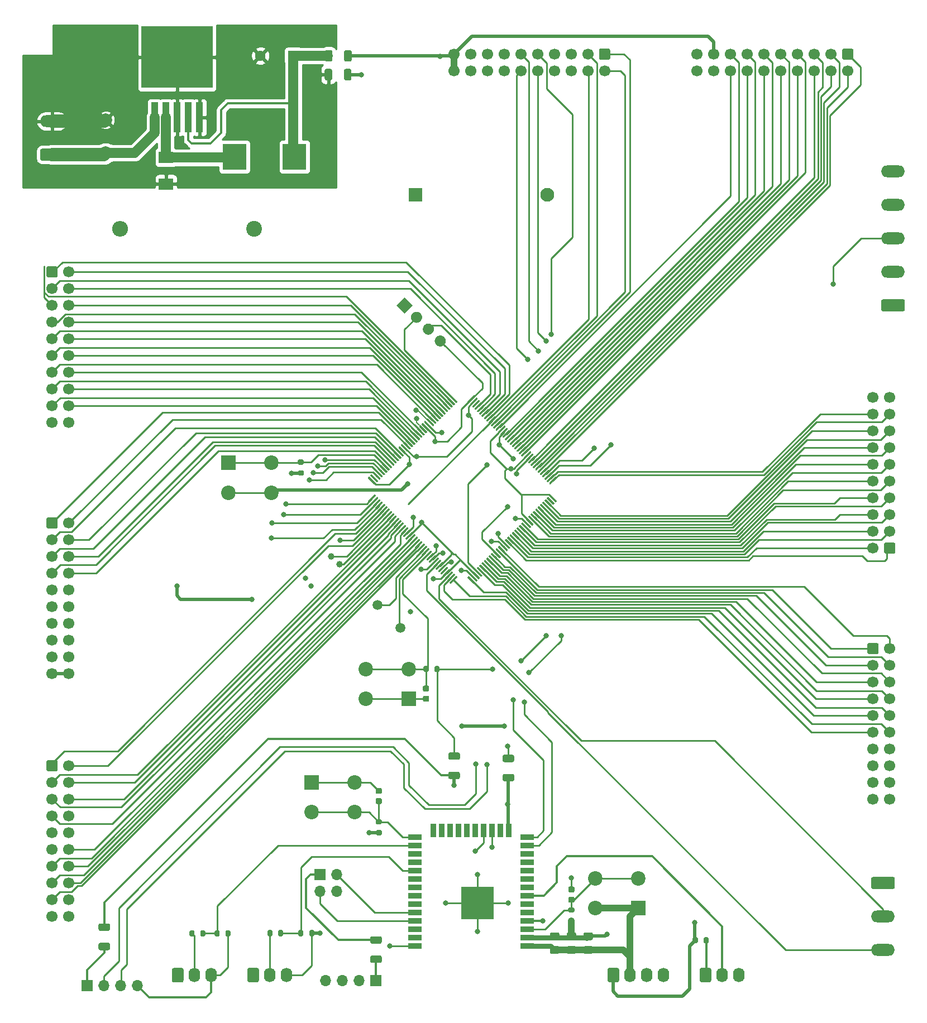
<source format=gbr>
%TF.GenerationSoftware,KiCad,Pcbnew,(5.1.12)-1*%
%TF.CreationDate,2022-04-06T16:52:09+05:30*%
%TF.ProjectId,MCROCONTROLLER,4d43524f-434f-44e5-9452-4f4c4c45522e,rev?*%
%TF.SameCoordinates,Original*%
%TF.FileFunction,Copper,L1,Top*%
%TF.FilePolarity,Positive*%
%FSLAX46Y46*%
G04 Gerber Fmt 4.6, Leading zero omitted, Abs format (unit mm)*
G04 Created by KiCad (PCBNEW (5.1.12)-1) date 2022-04-06 16:52:09*
%MOMM*%
%LPD*%
G01*
G04 APERTURE LIST*
%TA.AperFunction,ComponentPad*%
%ADD10O,3.600000X1.800000*%
%TD*%
%TA.AperFunction,ComponentPad*%
%ADD11R,1.600000X1.600000*%
%TD*%
%TA.AperFunction,ComponentPad*%
%ADD12C,1.600000*%
%TD*%
%TA.AperFunction,SMDPad,CuDef*%
%ADD13R,2.199640X1.800860*%
%TD*%
%TA.AperFunction,ComponentPad*%
%ADD14C,1.700000*%
%TD*%
%TA.AperFunction,ComponentPad*%
%ADD15C,0.100000*%
%TD*%
%TA.AperFunction,ComponentPad*%
%ADD16R,3.600000X4.000000*%
%TD*%
%TA.AperFunction,SMDPad,CuDef*%
%ADD17R,2.000000X0.900000*%
%TD*%
%TA.AperFunction,SMDPad,CuDef*%
%ADD18R,0.900000X2.000000*%
%TD*%
%TA.AperFunction,SMDPad,CuDef*%
%ADD19R,5.000000X5.000000*%
%TD*%
%TA.AperFunction,ComponentPad*%
%ADD20C,2.200000*%
%TD*%
%TA.AperFunction,ComponentPad*%
%ADD21R,2.200000X2.200000*%
%TD*%
%TA.AperFunction,SMDPad,CuDef*%
%ADD22R,1.100000X4.600000*%
%TD*%
%TA.AperFunction,SMDPad,CuDef*%
%ADD23R,10.800000X9.400000*%
%TD*%
%TA.AperFunction,ComponentPad*%
%ADD24C,1.500000*%
%TD*%
%TA.AperFunction,ComponentPad*%
%ADD25C,1.000000*%
%TD*%
%TA.AperFunction,ComponentPad*%
%ADD26O,1.740000X2.190000*%
%TD*%
%TA.AperFunction,ComponentPad*%
%ADD27R,1.700000X1.700000*%
%TD*%
%TA.AperFunction,ComponentPad*%
%ADD28O,1.700000X1.700000*%
%TD*%
%TA.AperFunction,ComponentPad*%
%ADD29C,2.400000*%
%TD*%
%TA.AperFunction,ComponentPad*%
%ADD30O,2.400000X2.400000*%
%TD*%
%TA.AperFunction,ComponentPad*%
%ADD31R,2.100000X2.100000*%
%TD*%
%TA.AperFunction,ComponentPad*%
%ADD32C,2.100000*%
%TD*%
%TA.AperFunction,ViaPad*%
%ADD33C,0.800000*%
%TD*%
%TA.AperFunction,Conductor*%
%ADD34C,0.250000*%
%TD*%
%TA.AperFunction,Conductor*%
%ADD35C,0.254000*%
%TD*%
%TA.AperFunction,Conductor*%
%ADD36C,0.500000*%
%TD*%
%TA.AperFunction,Conductor*%
%ADD37C,1.500000*%
%TD*%
%TA.AperFunction,Conductor*%
%ADD38C,0.354000*%
%TD*%
%TA.AperFunction,Conductor*%
%ADD39C,1.000000*%
%TD*%
%TA.AperFunction,Conductor*%
%ADD40C,0.200000*%
%TD*%
%TA.AperFunction,Conductor*%
%ADD41C,0.800000*%
%TD*%
%TA.AperFunction,Conductor*%
%ADD42C,2.000000*%
%TD*%
%TA.AperFunction,Conductor*%
%ADD43C,0.100000*%
%TD*%
G04 APERTURE END LIST*
%TO.P,J7,1*%
%TO.N,GNDREF*%
%TA.AperFunction,ComponentPad*%
G36*
G01*
X184938000Y-77100000D02*
X181838000Y-77100000D01*
G75*
G02*
X181588000Y-76850000I0J250000D01*
G01*
X181588000Y-75550000D01*
G75*
G02*
X181838000Y-75300000I250000J0D01*
G01*
X184938000Y-75300000D01*
G75*
G02*
X185188000Y-75550000I0J-250000D01*
G01*
X185188000Y-76850000D01*
G75*
G02*
X184938000Y-77100000I-250000J0D01*
G01*
G37*
%TD.AperFunction*%
D10*
%TO.P,J7,2*%
%TO.N,AC_CONTROL*%
X183388000Y-71120000D03*
%TO.P,J7,3*%
%TO.N,COMPRESSOR_CONTROL*%
X183388000Y-66040000D03*
%TO.P,J7,4*%
%TO.N,MIXER1*%
X183388000Y-60960000D03*
%TO.P,J7,5*%
%TO.N,Net-(J7-Pad5)*%
X183388000Y-55880000D03*
%TD*%
D11*
%TO.P,C1,1*%
%TO.N,Net-(C1-Pad1)*%
X64008000Y-53086000D03*
D12*
%TO.P,C1,2*%
%TO.N,Net-(C1-Pad2)*%
X64008000Y-48086000D03*
%TD*%
%TO.P,C3,2*%
%TO.N,Net-(C1-Pad2)*%
X87456000Y-38354000D03*
D11*
%TO.P,C3,1*%
%TO.N,Net-(C3-Pad1)*%
X92456000Y-38354000D03*
%TD*%
%TO.P,C5,2*%
%TO.N,GNDREF*%
%TA.AperFunction,SMDPad,CuDef*%
G36*
G01*
X112322800Y-135440000D02*
X112822800Y-135440000D01*
G75*
G02*
X113047800Y-135665000I0J-225000D01*
G01*
X113047800Y-136115000D01*
G75*
G02*
X112822800Y-136340000I-225000J0D01*
G01*
X112322800Y-136340000D01*
G75*
G02*
X112097800Y-136115000I0J225000D01*
G01*
X112097800Y-135665000D01*
G75*
G02*
X112322800Y-135440000I225000J0D01*
G01*
G37*
%TD.AperFunction*%
%TO.P,C5,1*%
%TO.N,NRST*%
%TA.AperFunction,SMDPad,CuDef*%
G36*
G01*
X112322800Y-133890000D02*
X112822800Y-133890000D01*
G75*
G02*
X113047800Y-134115000I0J-225000D01*
G01*
X113047800Y-134565000D01*
G75*
G02*
X112822800Y-134790000I-225000J0D01*
G01*
X112322800Y-134790000D01*
G75*
G02*
X112097800Y-134565000I0J225000D01*
G01*
X112097800Y-134115000D01*
G75*
G02*
X112322800Y-133890000I225000J0D01*
G01*
G37*
%TD.AperFunction*%
%TD*%
D13*
%TO.P,D1,1*%
%TO.N,Net-(C1-Pad2)*%
X73152000Y-57785000D03*
%TO.P,D1,2*%
%TO.N,Net-(D1-Pad2)*%
X73152000Y-53771800D03*
%TD*%
%TO.P,J1,1*%
%TO.N,U1_TRIG*%
%TA.AperFunction,ComponentPad*%
G36*
G01*
X55030000Y-71720000D02*
X55030000Y-70520000D01*
G75*
G02*
X55280000Y-70270000I250000J0D01*
G01*
X56480000Y-70270000D01*
G75*
G02*
X56730000Y-70520000I0J-250000D01*
G01*
X56730000Y-71720000D01*
G75*
G02*
X56480000Y-71970000I-250000J0D01*
G01*
X55280000Y-71970000D01*
G75*
G02*
X55030000Y-71720000I0J250000D01*
G01*
G37*
%TD.AperFunction*%
D14*
%TO.P,J1,3*%
%TO.N,U2_TRIG*%
X55880000Y-73660000D03*
%TO.P,J1,5*%
%TO.N,U3_TRIG*%
X55880000Y-76200000D03*
%TO.P,J1,7*%
%TO.N,U4_TRIG*%
X55880000Y-78740000D03*
%TO.P,J1,9*%
%TO.N,U5_TRIG*%
X55880000Y-81280000D03*
%TO.P,J1,11*%
%TO.N,U6_TRIG*%
X55880000Y-83820000D03*
%TO.P,J1,13*%
%TO.N,U7_TRIG*%
X55880000Y-86360000D03*
%TO.P,J1,15*%
%TO.N,U8_TRIG*%
X55880000Y-88900000D03*
%TO.P,J1,17*%
%TO.N,U9_TRIG*%
X55880000Y-91440000D03*
%TO.P,J1,19*%
%TO.N,GNDREF*%
X55880000Y-93980000D03*
%TO.P,J1,2*%
%TO.N,U1_ECHO*%
X58420000Y-71120000D03*
%TO.P,J1,4*%
%TO.N,U2_ECHO*%
X58420000Y-73660000D03*
%TO.P,J1,6*%
%TO.N,U3_ECHO*%
X58420000Y-76200000D03*
%TO.P,J1,8*%
%TO.N,U4_ECHO*%
X58420000Y-78740000D03*
%TO.P,J1,10*%
%TO.N,U5_ECHO*%
X58420000Y-81280000D03*
%TO.P,J1,12*%
%TO.N,U6_ECHO*%
X58420000Y-83820000D03*
%TO.P,J1,14*%
%TO.N,U7_ECHO*%
X58420000Y-86360000D03*
%TO.P,J1,16*%
%TO.N,U8_ECHO*%
X58420000Y-88900000D03*
%TO.P,J1,18*%
%TO.N,U9_ECHO*%
X58420000Y-91440000D03*
%TO.P,J1,20*%
%TO.N,GNDREF*%
X58420000Y-93980000D03*
%TD*%
%TO.P,J2,20*%
%TO.N,GNDREF*%
X58420000Y-132080000D03*
%TO.P,J2,18*%
%TO.N,Net-(J2-Pad18)*%
X58420000Y-129540000D03*
%TO.P,J2,16*%
%TO.N,Net-(J2-Pad16)*%
X58420000Y-127000000D03*
%TO.P,J2,14*%
%TO.N,Net-(J2-Pad14)*%
X58420000Y-124460000D03*
%TO.P,J2,12*%
%TO.N,Net-(J2-Pad12)*%
X58420000Y-121920000D03*
%TO.P,J2,10*%
%TO.N,Net-(J2-Pad10)*%
X58420000Y-119380000D03*
%TO.P,J2,8*%
%TO.N,U13_ECHO*%
X58420000Y-116840000D03*
%TO.P,J2,6*%
%TO.N,U12_ECHO*%
X58420000Y-114300000D03*
%TO.P,J2,4*%
%TO.N,U11_ECHO*%
X58420000Y-111760000D03*
%TO.P,J2,2*%
%TO.N,U10_ECHO*%
X58420000Y-109220000D03*
%TO.P,J2,19*%
%TO.N,GNDREF*%
X55880000Y-132080000D03*
%TO.P,J2,17*%
%TO.N,Net-(J2-Pad17)*%
X55880000Y-129540000D03*
%TO.P,J2,15*%
%TO.N,Net-(J2-Pad15)*%
X55880000Y-127000000D03*
%TO.P,J2,13*%
%TO.N,Net-(J2-Pad13)*%
X55880000Y-124460000D03*
%TO.P,J2,11*%
%TO.N,Net-(J2-Pad11)*%
X55880000Y-121920000D03*
%TO.P,J2,9*%
%TO.N,Net-(J2-Pad9)*%
X55880000Y-119380000D03*
%TO.P,J2,7*%
%TO.N,U13_TRIG*%
X55880000Y-116840000D03*
%TO.P,J2,5*%
%TO.N,U12_TRIG*%
X55880000Y-114300000D03*
%TO.P,J2,3*%
%TO.N,U11_TRIG*%
X55880000Y-111760000D03*
%TO.P,J2,1*%
%TO.N,U10_TRIG*%
%TA.AperFunction,ComponentPad*%
G36*
G01*
X55030000Y-109820000D02*
X55030000Y-108620000D01*
G75*
G02*
X55280000Y-108370000I250000J0D01*
G01*
X56480000Y-108370000D01*
G75*
G02*
X56730000Y-108620000I0J-250000D01*
G01*
X56730000Y-109820000D01*
G75*
G02*
X56480000Y-110070000I-250000J0D01*
G01*
X55280000Y-110070000D01*
G75*
G02*
X55030000Y-109820000I0J250000D01*
G01*
G37*
%TD.AperFunction*%
%TD*%
%TO.P,J3,1*%
%TO.N,V1*%
%TA.AperFunction,ComponentPad*%
G36*
G01*
X183730000Y-112430000D02*
X183730000Y-113630000D01*
G75*
G02*
X183480000Y-113880000I-250000J0D01*
G01*
X182280000Y-113880000D01*
G75*
G02*
X182030000Y-113630000I0J250000D01*
G01*
X182030000Y-112430000D01*
G75*
G02*
X182280000Y-112180000I250000J0D01*
G01*
X183480000Y-112180000D01*
G75*
G02*
X183730000Y-112430000I0J-250000D01*
G01*
G37*
%TD.AperFunction*%
%TO.P,J3,3*%
%TO.N,V3*%
X182880000Y-110490000D03*
%TO.P,J3,5*%
%TO.N,V5*%
X182880000Y-107950000D03*
%TO.P,J3,7*%
%TO.N,PMP1*%
X182880000Y-105410000D03*
%TO.P,J3,9*%
%TO.N,PMP3*%
X182880000Y-102870000D03*
%TO.P,J3,11*%
%TO.N,PMP5*%
X182880000Y-100330000D03*
%TO.P,J3,13*%
%TO.N,VLV1*%
X182880000Y-97790000D03*
%TO.P,J3,15*%
%TO.N,VLV3*%
X182880000Y-95250000D03*
%TO.P,J3,17*%
%TO.N,VLV5*%
X182880000Y-92710000D03*
%TO.P,J3,19*%
%TO.N,GNDREF*%
X182880000Y-90170000D03*
%TO.P,J3,2*%
%TO.N,V2*%
X180340000Y-113030000D03*
%TO.P,J3,4*%
%TO.N,V4*%
X180340000Y-110490000D03*
%TO.P,J3,6*%
%TO.N,V6*%
X180340000Y-107950000D03*
%TO.P,J3,8*%
%TO.N,PMP2*%
X180340000Y-105410000D03*
%TO.P,J3,10*%
%TO.N,PMP4*%
X180340000Y-102870000D03*
%TO.P,J3,12*%
%TO.N,PMP6*%
X180340000Y-100330000D03*
%TO.P,J3,14*%
%TO.N,VLV2*%
X180340000Y-97790000D03*
%TO.P,J3,16*%
%TO.N,VLV4*%
X180340000Y-95250000D03*
%TO.P,J3,18*%
%TO.N,VLV6*%
X180340000Y-92710000D03*
%TO.P,J3,20*%
%TO.N,Net-(J3-Pad20)*%
X180340000Y-90170000D03*
%TD*%
%TO.P,J4,1*%
%TO.N,M3*%
%TA.AperFunction,ComponentPad*%
G36*
G01*
X55030000Y-146650000D02*
X55030000Y-145450000D01*
G75*
G02*
X55280000Y-145200000I250000J0D01*
G01*
X56480000Y-145200000D01*
G75*
G02*
X56730000Y-145450000I0J-250000D01*
G01*
X56730000Y-146650000D01*
G75*
G02*
X56480000Y-146900000I-250000J0D01*
G01*
X55280000Y-146900000D01*
G75*
G02*
X55030000Y-146650000I0J250000D01*
G01*
G37*
%TD.AperFunction*%
%TO.P,J4,3*%
%TO.N,M5*%
X55880000Y-148590000D03*
%TO.P,J4,5*%
%TO.N,M8*%
X55880000Y-151130000D03*
%TO.P,J4,7*%
%TO.N,M9*%
X55880000Y-153670000D03*
%TO.P,J4,9*%
%TO.N,M1-*%
X55880000Y-156210000D03*
%TO.P,J4,11*%
%TO.N,M2-*%
X55880000Y-158750000D03*
%TO.P,J4,13*%
%TO.N,M11*%
X55880000Y-161290000D03*
%TO.P,J4,15*%
%TO.N,M13*%
X55880000Y-163830000D03*
%TO.P,J4,17*%
%TO.N,M15*%
X55880000Y-166370000D03*
%TO.P,J4,19*%
%TO.N,GNDREF*%
X55880000Y-168910000D03*
%TO.P,J4,2*%
%TO.N,M4*%
X58420000Y-146050000D03*
%TO.P,J4,4*%
%TO.N,M6*%
X58420000Y-148590000D03*
%TO.P,J4,6*%
%TO.N,M7*%
X58420000Y-151130000D03*
%TO.P,J4,8*%
%TO.N,M1+*%
X58420000Y-153670000D03*
%TO.P,J4,10*%
%TO.N,M2+*%
X58420000Y-156210000D03*
%TO.P,J4,12*%
%TO.N,M10*%
X58420000Y-158750000D03*
%TO.P,J4,14*%
%TO.N,M12*%
X58420000Y-161290000D03*
%TO.P,J4,16*%
%TO.N,M14*%
X58420000Y-163830000D03*
%TO.P,J4,18*%
%TO.N,Net-(J4-Pad18)*%
X58420000Y-166370000D03*
%TO.P,J4,20*%
%TO.N,Net-(J4-Pad20)*%
X58420000Y-168910000D03*
%TD*%
%TO.P,J5,20*%
%TO.N,Net-(J5-Pad20)*%
X182880000Y-151130000D03*
%TO.P,J5,18*%
%TO.N,Net-(J5-Pad18)*%
X182880000Y-148590000D03*
%TO.P,J5,16*%
%TO.N,Net-(J5-Pad16)*%
X182880000Y-146050000D03*
%TO.P,J5,14*%
%TO.N,ADC1_INP10*%
X182880000Y-143510000D03*
%TO.P,J5,12*%
%TO.N,ADC1_INP14*%
X182880000Y-140970000D03*
%TO.P,J5,10*%
%TO.N,ADC1_INP19*%
X182880000Y-138430000D03*
%TO.P,J5,8*%
%TO.N,ADC1_INP7*%
X182880000Y-135890000D03*
%TO.P,J5,6*%
%TO.N,ADC1_INP8*%
X182880000Y-133350000D03*
%TO.P,J5,4*%
%TO.N,ADC1_INP5*%
X182880000Y-130810000D03*
%TO.P,J5,2*%
%TO.N,ADC1_INP6*%
X182880000Y-128270000D03*
%TO.P,J5,19*%
%TO.N,GNDREF*%
X180340000Y-151130000D03*
%TO.P,J5,17*%
X180340000Y-148590000D03*
%TO.P,J5,15*%
%TO.N,Net-(J5-Pad15)*%
X180340000Y-146050000D03*
%TO.P,J5,13*%
%TO.N,ADC1_INP11*%
X180340000Y-143510000D03*
%TO.P,J5,11*%
%TO.N,ADC1_INP17*%
X180340000Y-140970000D03*
%TO.P,J5,9*%
%TO.N,ADC1_INP15*%
X180340000Y-138430000D03*
%TO.P,J5,7*%
%TO.N,ADC1_INP3*%
X180340000Y-135890000D03*
%TO.P,J5,5*%
%TO.N,ADC1_INP4*%
X180340000Y-133350000D03*
%TO.P,J5,3*%
%TO.N,ADC1_INP9*%
X180340000Y-130810000D03*
%TO.P,J5,1*%
%TO.N,ADC1_INP2*%
%TA.AperFunction,ComponentPad*%
G36*
G01*
X179490000Y-128870000D02*
X179490000Y-127670000D01*
G75*
G02*
X179740000Y-127420000I250000J0D01*
G01*
X180940000Y-127420000D01*
G75*
G02*
X181190000Y-127670000I0J-250000D01*
G01*
X181190000Y-128870000D01*
G75*
G02*
X180940000Y-129120000I-250000J0D01*
G01*
X179740000Y-129120000D01*
G75*
G02*
X179490000Y-128870000I0J250000D01*
G01*
G37*
%TD.AperFunction*%
%TD*%
%TO.P,J6,1*%
%TO.N,Net-(J6-Pad1)*%
%TA.AperFunction,ComponentPad*%
G36*
G01*
X180314000Y-162930000D02*
X183414000Y-162930000D01*
G75*
G02*
X183664000Y-163180000I0J-250000D01*
G01*
X183664000Y-164480000D01*
G75*
G02*
X183414000Y-164730000I-250000J0D01*
G01*
X180314000Y-164730000D01*
G75*
G02*
X180064000Y-164480000I0J250000D01*
G01*
X180064000Y-163180000D01*
G75*
G02*
X180314000Y-162930000I250000J0D01*
G01*
G37*
%TD.AperFunction*%
D10*
%TO.P,J6,2*%
%TO.N,MIXER3*%
X181864000Y-168910000D03*
%TO.P,J6,3*%
%TO.N,MIXER2*%
X181864000Y-173990000D03*
%TD*%
D14*
%TO.P,J8,20*%
%TO.N,Net-(J8-Pad20)*%
X153670000Y-40640000D03*
%TO.P,J8,18*%
%TO.N,GNDREF*%
X156210000Y-40640000D03*
%TO.P,J8,16*%
%TO.N,S16*%
X158750000Y-40640000D03*
%TO.P,J8,14*%
%TO.N,S14*%
X161290000Y-40640000D03*
%TO.P,J8,12*%
%TO.N,S12*%
X163830000Y-40640000D03*
%TO.P,J8,10*%
%TO.N,S10*%
X166370000Y-40640000D03*
%TO.P,J8,8*%
%TO.N,S8*%
X168910000Y-40640000D03*
%TO.P,J8,6*%
%TO.N,S6*%
X171450000Y-40640000D03*
%TO.P,J8,4*%
%TO.N,S4*%
X173990000Y-40640000D03*
%TO.P,J8,2*%
%TO.N,S2*%
X176530000Y-40640000D03*
%TO.P,J8,19*%
%TO.N,Net-(J8-Pad19)*%
X153670000Y-38100000D03*
%TO.P,J8,17*%
%TO.N,+3V3*%
X156210000Y-38100000D03*
%TO.P,J8,15*%
%TO.N,S15*%
X158750000Y-38100000D03*
%TO.P,J8,13*%
%TO.N,S13*%
X161290000Y-38100000D03*
%TO.P,J8,11*%
%TO.N,S11*%
X163830000Y-38100000D03*
%TO.P,J8,9*%
%TO.N,S9*%
X166370000Y-38100000D03*
%TO.P,J8,7*%
%TO.N,S7*%
X168910000Y-38100000D03*
%TO.P,J8,5*%
%TO.N,S5*%
X171450000Y-38100000D03*
%TO.P,J8,3*%
%TO.N,S3*%
X173990000Y-38100000D03*
%TO.P,J8,1*%
%TO.N,S1*%
%TA.AperFunction,ComponentPad*%
G36*
G01*
X175930000Y-37250000D02*
X177130000Y-37250000D01*
G75*
G02*
X177380000Y-37500000I0J-250000D01*
G01*
X177380000Y-38700000D01*
G75*
G02*
X177130000Y-38950000I-250000J0D01*
G01*
X175930000Y-38950000D01*
G75*
G02*
X175680000Y-38700000I0J250000D01*
G01*
X175680000Y-37500000D01*
G75*
G02*
X175930000Y-37250000I250000J0D01*
G01*
G37*
%TD.AperFunction*%
%TD*%
%TO.P,J9,1*%
%TO.N,Net-(C1-Pad1)*%
%TA.AperFunction,ComponentPad*%
G36*
G01*
X57430000Y-54240000D02*
X54330000Y-54240000D01*
G75*
G02*
X54080000Y-53990000I0J250000D01*
G01*
X54080000Y-52690000D01*
G75*
G02*
X54330000Y-52440000I250000J0D01*
G01*
X57430000Y-52440000D01*
G75*
G02*
X57680000Y-52690000I0J-250000D01*
G01*
X57680000Y-53990000D01*
G75*
G02*
X57430000Y-54240000I-250000J0D01*
G01*
G37*
%TD.AperFunction*%
D10*
%TO.P,J9,2*%
%TO.N,Net-(C1-Pad2)*%
X55880000Y-48260000D03*
%TD*%
%TA.AperFunction,ComponentPad*%
D15*
%TO.P,J10,1*%
%TO.N,GNDREF*%
G36*
X109343646Y-77424128D02*
G01*
X108141564Y-76222046D01*
X109343646Y-75019964D01*
X110545728Y-76222046D01*
X109343646Y-77424128D01*
G37*
%TD.AperFunction*%
%TO.P,J10,2*%
%TO.N,DEBUG_JTCK_SWCLK*%
%TA.AperFunction,ComponentPad*%
G36*
G01*
X110538656Y-78619138D02*
X110538656Y-78619138D01*
G75*
G02*
X110538656Y-77417056I601041J601041D01*
G01*
X110538656Y-77417056D01*
G75*
G02*
X111740738Y-77417056I601041J-601041D01*
G01*
X111740738Y-77417056D01*
G75*
G02*
X111740738Y-78619138I-601041J-601041D01*
G01*
X111740738Y-78619138D01*
G75*
G02*
X110538656Y-78619138I-601041J601041D01*
G01*
G37*
%TD.AperFunction*%
%TO.P,J10,3*%
%TO.N,DEBUG_JTMS-SWDIO*%
%TA.AperFunction,ComponentPad*%
G36*
G01*
X112334707Y-80415189D02*
X112334707Y-80415189D01*
G75*
G02*
X112334707Y-79213107I601041J601041D01*
G01*
X112334707Y-79213107D01*
G75*
G02*
X113536789Y-79213107I601041J-601041D01*
G01*
X113536789Y-79213107D01*
G75*
G02*
X113536789Y-80415189I-601041J-601041D01*
G01*
X113536789Y-80415189D01*
G75*
G02*
X112334707Y-80415189I-601041J601041D01*
G01*
G37*
%TD.AperFunction*%
%TO.P,J10,4*%
%TO.N,+3V3*%
%TA.AperFunction,ComponentPad*%
G36*
G01*
X114130759Y-82211241D02*
X114130759Y-82211241D01*
G75*
G02*
X114130759Y-81009159I601041J601041D01*
G01*
X114130759Y-81009159D01*
G75*
G02*
X115332841Y-81009159I601041J-601041D01*
G01*
X115332841Y-81009159D01*
G75*
G02*
X115332841Y-82211241I-601041J-601041D01*
G01*
X115332841Y-82211241D01*
G75*
G02*
X114130759Y-82211241I-601041J601041D01*
G01*
G37*
%TD.AperFunction*%
%TD*%
D16*
%TO.P,L1,2*%
%TO.N,Net-(C3-Pad1)*%
X92640600Y-53670200D03*
%TO.P,L1,1*%
%TO.N,Net-(D1-Pad2)*%
X83540600Y-53670200D03*
%TD*%
D17*
%TO.P,MOD1,1*%
%TO.N,GNDD*%
X127880000Y-173355000D03*
D18*
%TO.P,MOD1,15*%
X125095000Y-155845000D03*
%TO.P,MOD1,16*%
%TO.N,Net-(MOD1-Pad16)*%
X123825000Y-155845000D03*
%TO.P,MOD1,17*%
%TO.N,Net-(J18-Pad2)*%
X122555000Y-155845000D03*
%TO.P,MOD1,18*%
%TO.N,Net-(J18-Pad3)*%
X121285000Y-155845000D03*
%TO.P,MOD1,19*%
%TO.N,Net-(MOD1-Pad19)*%
X120015000Y-155845000D03*
%TO.P,MOD1,20*%
%TO.N,Net-(MOD1-Pad20)*%
X118745000Y-155845000D03*
%TO.P,MOD1,21*%
%TO.N,Net-(MOD1-Pad21)*%
X117475000Y-155845000D03*
%TO.P,MOD1,22*%
%TO.N,Net-(MOD1-Pad22)*%
X116205000Y-155845000D03*
%TO.P,MOD1,23*%
%TO.N,Net-(MOD1-Pad23)*%
X114935000Y-155845000D03*
%TO.P,MOD1,24*%
%TO.N,Net-(MOD1-Pad24)*%
X113665000Y-155845000D03*
D17*
%TO.P,MOD1,2*%
%TO.N,+3V8*%
X127880000Y-172085000D03*
%TO.P,MOD1,3*%
%TO.N,EN*%
X127880000Y-170815000D03*
%TO.P,MOD1,4*%
%TO.N,MQ-3*%
X127880000Y-169545000D03*
%TO.P,MOD1,5*%
%TO.N,Net-(MOD1-Pad5)*%
X127880000Y-168275000D03*
%TO.P,MOD1,6*%
%TO.N,Net-(MOD1-Pad6)*%
X127880000Y-167005000D03*
%TO.P,MOD1,7*%
%TO.N,Pressures_sensor*%
X127880000Y-165735000D03*
%TO.P,MOD1,8*%
%TO.N,Net-(MOD1-Pad8)*%
X127880000Y-164465000D03*
%TO.P,MOD1,9*%
%TO.N,Net-(MOD1-Pad9)*%
X127880000Y-163195000D03*
%TO.P,MOD1,10*%
%TO.N,Net-(MOD1-Pad10)*%
X127880000Y-161925000D03*
%TO.P,MOD1,11*%
%TO.N,Net-(MOD1-Pad11)*%
X127880000Y-160655000D03*
%TO.P,MOD1,12*%
%TO.N,Net-(MOD1-Pad12)*%
X127880000Y-159385000D03*
%TO.P,MOD1,13*%
%TO.N,COMPRESSOR_CONTROL*%
X127880000Y-158115000D03*
%TO.P,MOD1,14*%
%TO.N,AC_CONTROL*%
X127880000Y-156845000D03*
%TO.P,MOD1,38*%
%TO.N,GNDD*%
X110880000Y-173355000D03*
%TO.P,MOD1,37*%
%TO.N,Net-(MOD1-Pad37)*%
X110880000Y-172085000D03*
%TO.P,MOD1,36*%
%TO.N,Net-(MOD1-Pad36)*%
X110880000Y-170815000D03*
%TO.P,MOD1,35*%
%TO.N,Net-(J15-Pad2)*%
X110880000Y-169545000D03*
%TO.P,MOD1,34*%
%TO.N,Net-(J15-Pad3)*%
X110880000Y-168275000D03*
%TO.P,MOD1,33*%
%TO.N,Net-(MOD1-Pad33)*%
X110880000Y-167005000D03*
%TO.P,MOD1,32*%
%TO.N,Net-(MOD1-Pad32)*%
X110880000Y-165735000D03*
%TO.P,MOD1,31*%
%TO.N,Net-(MOD1-Pad31)*%
X110880000Y-164465000D03*
%TO.P,MOD1,30*%
%TO.N,Net-(MOD1-Pad30)*%
X110880000Y-163195000D03*
%TO.P,MOD1,29*%
%TO.N,Net-(MOD1-Pad29)*%
X110880000Y-161925000D03*
%TO.P,MOD1,28*%
%TO.N,Net-(MOD1-Pad28)*%
X110880000Y-160655000D03*
%TO.P,MOD1,27*%
%TO.N,Net-(MOD1-Pad27)*%
X110880000Y-159385000D03*
%TO.P,MOD1,26*%
%TO.N,Net-(MOD1-Pad26)*%
X110880000Y-158115000D03*
%TO.P,MOD1,25*%
%TO.N,IO_0*%
X110880000Y-156845000D03*
D19*
%TO.P,MOD1,39*%
%TO.N,GNDD*%
X120380000Y-166855000D03*
%TD*%
%TO.P,R2,2*%
%TO.N,+3V3*%
%TA.AperFunction,SMDPad,CuDef*%
G36*
G01*
X113849200Y-131643800D02*
X113849200Y-131093800D01*
G75*
G02*
X114049200Y-130893800I200000J0D01*
G01*
X114449200Y-130893800D01*
G75*
G02*
X114649200Y-131093800I0J-200000D01*
G01*
X114649200Y-131643800D01*
G75*
G02*
X114449200Y-131843800I-200000J0D01*
G01*
X114049200Y-131843800D01*
G75*
G02*
X113849200Y-131643800I0J200000D01*
G01*
G37*
%TD.AperFunction*%
%TO.P,R2,1*%
%TO.N,NRST*%
%TA.AperFunction,SMDPad,CuDef*%
G36*
G01*
X112199200Y-131643800D02*
X112199200Y-131093800D01*
G75*
G02*
X112399200Y-130893800I200000J0D01*
G01*
X112799200Y-130893800D01*
G75*
G02*
X112999200Y-131093800I0J-200000D01*
G01*
X112999200Y-131643800D01*
G75*
G02*
X112799200Y-131843800I-200000J0D01*
G01*
X112399200Y-131843800D01*
G75*
G02*
X112199200Y-131643800I0J200000D01*
G01*
G37*
%TD.AperFunction*%
%TD*%
%TO.P,R3,1*%
%TO.N,GNDREF*%
%TA.AperFunction,SMDPad,CuDef*%
G36*
G01*
X93874000Y-102049800D02*
X93324000Y-102049800D01*
G75*
G02*
X93124000Y-101849800I0J200000D01*
G01*
X93124000Y-101449800D01*
G75*
G02*
X93324000Y-101249800I200000J0D01*
G01*
X93874000Y-101249800D01*
G75*
G02*
X94074000Y-101449800I0J-200000D01*
G01*
X94074000Y-101849800D01*
G75*
G02*
X93874000Y-102049800I-200000J0D01*
G01*
G37*
%TD.AperFunction*%
%TO.P,R3,2*%
%TO.N,Net-(R3-Pad2)*%
%TA.AperFunction,SMDPad,CuDef*%
G36*
G01*
X93874000Y-100399800D02*
X93324000Y-100399800D01*
G75*
G02*
X93124000Y-100199800I0J200000D01*
G01*
X93124000Y-99799800D01*
G75*
G02*
X93324000Y-99599800I200000J0D01*
G01*
X93874000Y-99599800D01*
G75*
G02*
X94074000Y-99799800I0J-200000D01*
G01*
X94074000Y-100199800D01*
G75*
G02*
X93874000Y-100399800I-200000J0D01*
G01*
G37*
%TD.AperFunction*%
%TD*%
D20*
%TO.P,S1,3*%
%TO.N,NRST*%
X109982000Y-131390000D03*
%TO.P,S1,4*%
X103482000Y-131390000D03*
%TO.P,S1,2*%
%TO.N,GNDREF*%
X103482000Y-135890000D03*
D21*
%TO.P,S1,1*%
X109982000Y-135890000D03*
%TD*%
%TO.P,S2,1*%
%TO.N,Net-(R3-Pad2)*%
X82626200Y-100101400D03*
D20*
%TO.P,S2,2*%
X89126200Y-100101400D03*
%TO.P,S2,4*%
%TO.N,+3V3*%
X89126200Y-104601400D03*
%TO.P,S2,3*%
X82626200Y-104601400D03*
%TD*%
%TO.P,U1,1*%
%TO.N,M1+*%
%TA.AperFunction,SMDPad,CuDef*%
G36*
G01*
X103914832Y-106066866D02*
X103808766Y-105960800D01*
G75*
G02*
X103808766Y-105854734I53033J53033D01*
G01*
X104745682Y-104917818D01*
G75*
G02*
X104851748Y-104917818I53033J-53033D01*
G01*
X104957814Y-105023884D01*
G75*
G02*
X104957814Y-105129950I-53033J-53033D01*
G01*
X104020898Y-106066866D01*
G75*
G02*
X103914832Y-106066866I-53033J53033D01*
G01*
G37*
%TD.AperFunction*%
%TO.P,U1,2*%
%TO.N,M1-*%
%TA.AperFunction,SMDPad,CuDef*%
G36*
G01*
X104268385Y-106420419D02*
X104162319Y-106314353D01*
G75*
G02*
X104162319Y-106208287I53033J53033D01*
G01*
X105099235Y-105271371D01*
G75*
G02*
X105205301Y-105271371I53033J-53033D01*
G01*
X105311367Y-105377437D01*
G75*
G02*
X105311367Y-105483503I-53033J-53033D01*
G01*
X104374451Y-106420419D01*
G75*
G02*
X104268385Y-106420419I-53033J53033D01*
G01*
G37*
%TD.AperFunction*%
%TO.P,U1,3*%
%TO.N,M2+*%
%TA.AperFunction,SMDPad,CuDef*%
G36*
G01*
X104621938Y-106773973D02*
X104515872Y-106667907D01*
G75*
G02*
X104515872Y-106561841I53033J53033D01*
G01*
X105452788Y-105624925D01*
G75*
G02*
X105558854Y-105624925I53033J-53033D01*
G01*
X105664920Y-105730991D01*
G75*
G02*
X105664920Y-105837057I-53033J-53033D01*
G01*
X104728004Y-106773973D01*
G75*
G02*
X104621938Y-106773973I-53033J53033D01*
G01*
G37*
%TD.AperFunction*%
%TO.P,U1,4*%
%TO.N,M2-*%
%TA.AperFunction,SMDPad,CuDef*%
G36*
G01*
X104975492Y-107127526D02*
X104869426Y-107021460D01*
G75*
G02*
X104869426Y-106915394I53033J53033D01*
G01*
X105806342Y-105978478D01*
G75*
G02*
X105912408Y-105978478I53033J-53033D01*
G01*
X106018474Y-106084544D01*
G75*
G02*
X106018474Y-106190610I-53033J-53033D01*
G01*
X105081558Y-107127526D01*
G75*
G02*
X104975492Y-107127526I-53033J53033D01*
G01*
G37*
%TD.AperFunction*%
%TO.P,U1,5*%
%TO.N,M3*%
%TA.AperFunction,SMDPad,CuDef*%
G36*
G01*
X105329045Y-107481079D02*
X105222979Y-107375013D01*
G75*
G02*
X105222979Y-107268947I53033J53033D01*
G01*
X106159895Y-106332031D01*
G75*
G02*
X106265961Y-106332031I53033J-53033D01*
G01*
X106372027Y-106438097D01*
G75*
G02*
X106372027Y-106544163I-53033J-53033D01*
G01*
X105435111Y-107481079D01*
G75*
G02*
X105329045Y-107481079I-53033J53033D01*
G01*
G37*
%TD.AperFunction*%
%TO.P,U1,6*%
%TO.N,Net-(BT1-Pad1)*%
%TA.AperFunction,SMDPad,CuDef*%
G36*
G01*
X105682599Y-107834633D02*
X105576533Y-107728567D01*
G75*
G02*
X105576533Y-107622501I53033J53033D01*
G01*
X106513449Y-106685585D01*
G75*
G02*
X106619515Y-106685585I53033J-53033D01*
G01*
X106725581Y-106791651D01*
G75*
G02*
X106725581Y-106897717I-53033J-53033D01*
G01*
X105788665Y-107834633D01*
G75*
G02*
X105682599Y-107834633I-53033J53033D01*
G01*
G37*
%TD.AperFunction*%
%TO.P,U1,7*%
%TO.N,M4*%
%TA.AperFunction,SMDPad,CuDef*%
G36*
G01*
X106036152Y-108188186D02*
X105930086Y-108082120D01*
G75*
G02*
X105930086Y-107976054I53033J53033D01*
G01*
X106867002Y-107039138D01*
G75*
G02*
X106973068Y-107039138I53033J-53033D01*
G01*
X107079134Y-107145204D01*
G75*
G02*
X107079134Y-107251270I-53033J-53033D01*
G01*
X106142218Y-108188186D01*
G75*
G02*
X106036152Y-108188186I-53033J53033D01*
G01*
G37*
%TD.AperFunction*%
%TO.P,U1,8*%
%TO.N,Net-(C8-Pad1)*%
%TA.AperFunction,SMDPad,CuDef*%
G36*
G01*
X106389705Y-108541739D02*
X106283639Y-108435673D01*
G75*
G02*
X106283639Y-108329607I53033J53033D01*
G01*
X107220555Y-107392691D01*
G75*
G02*
X107326621Y-107392691I53033J-53033D01*
G01*
X107432687Y-107498757D01*
G75*
G02*
X107432687Y-107604823I-53033J-53033D01*
G01*
X106495771Y-108541739D01*
G75*
G02*
X106389705Y-108541739I-53033J53033D01*
G01*
G37*
%TD.AperFunction*%
%TO.P,U1,9*%
%TO.N,Net-(C9-Pad1)*%
%TA.AperFunction,SMDPad,CuDef*%
G36*
G01*
X106743259Y-108895293D02*
X106637193Y-108789227D01*
G75*
G02*
X106637193Y-108683161I53033J53033D01*
G01*
X107574109Y-107746245D01*
G75*
G02*
X107680175Y-107746245I53033J-53033D01*
G01*
X107786241Y-107852311D01*
G75*
G02*
X107786241Y-107958377I-53033J-53033D01*
G01*
X106849325Y-108895293D01*
G75*
G02*
X106743259Y-108895293I-53033J53033D01*
G01*
G37*
%TD.AperFunction*%
%TO.P,U1,10*%
%TO.N,M5*%
%TA.AperFunction,SMDPad,CuDef*%
G36*
G01*
X107096812Y-109248846D02*
X106990746Y-109142780D01*
G75*
G02*
X106990746Y-109036714I53033J53033D01*
G01*
X107927662Y-108099798D01*
G75*
G02*
X108033728Y-108099798I53033J-53033D01*
G01*
X108139794Y-108205864D01*
G75*
G02*
X108139794Y-108311930I-53033J-53033D01*
G01*
X107202878Y-109248846D01*
G75*
G02*
X107096812Y-109248846I-53033J53033D01*
G01*
G37*
%TD.AperFunction*%
%TO.P,U1,11*%
%TO.N,M6*%
%TA.AperFunction,SMDPad,CuDef*%
G36*
G01*
X107450366Y-109602400D02*
X107344300Y-109496334D01*
G75*
G02*
X107344300Y-109390268I53033J53033D01*
G01*
X108281216Y-108453352D01*
G75*
G02*
X108387282Y-108453352I53033J-53033D01*
G01*
X108493348Y-108559418D01*
G75*
G02*
X108493348Y-108665484I-53033J-53033D01*
G01*
X107556432Y-109602400D01*
G75*
G02*
X107450366Y-109602400I-53033J53033D01*
G01*
G37*
%TD.AperFunction*%
%TO.P,U1,12*%
%TO.N,M7*%
%TA.AperFunction,SMDPad,CuDef*%
G36*
G01*
X107803919Y-109955953D02*
X107697853Y-109849887D01*
G75*
G02*
X107697853Y-109743821I53033J53033D01*
G01*
X108634769Y-108806905D01*
G75*
G02*
X108740835Y-108806905I53033J-53033D01*
G01*
X108846901Y-108912971D01*
G75*
G02*
X108846901Y-109019037I-53033J-53033D01*
G01*
X107909985Y-109955953D01*
G75*
G02*
X107803919Y-109955953I-53033J53033D01*
G01*
G37*
%TD.AperFunction*%
%TO.P,U1,13*%
%TO.N,M8*%
%TA.AperFunction,SMDPad,CuDef*%
G36*
G01*
X108157472Y-110309506D02*
X108051406Y-110203440D01*
G75*
G02*
X108051406Y-110097374I53033J53033D01*
G01*
X108988322Y-109160458D01*
G75*
G02*
X109094388Y-109160458I53033J-53033D01*
G01*
X109200454Y-109266524D01*
G75*
G02*
X109200454Y-109372590I-53033J-53033D01*
G01*
X108263538Y-110309506D01*
G75*
G02*
X108157472Y-110309506I-53033J53033D01*
G01*
G37*
%TD.AperFunction*%
%TO.P,U1,14*%
%TO.N,M9*%
%TA.AperFunction,SMDPad,CuDef*%
G36*
G01*
X108511026Y-110663060D02*
X108404960Y-110556994D01*
G75*
G02*
X108404960Y-110450928I53033J53033D01*
G01*
X109341876Y-109514012D01*
G75*
G02*
X109447942Y-109514012I53033J-53033D01*
G01*
X109554008Y-109620078D01*
G75*
G02*
X109554008Y-109726144I-53033J-53033D01*
G01*
X108617092Y-110663060D01*
G75*
G02*
X108511026Y-110663060I-53033J53033D01*
G01*
G37*
%TD.AperFunction*%
%TO.P,U1,15*%
%TO.N,M10*%
%TA.AperFunction,SMDPad,CuDef*%
G36*
G01*
X108864579Y-111016613D02*
X108758513Y-110910547D01*
G75*
G02*
X108758513Y-110804481I53033J53033D01*
G01*
X109695429Y-109867565D01*
G75*
G02*
X109801495Y-109867565I53033J-53033D01*
G01*
X109907561Y-109973631D01*
G75*
G02*
X109907561Y-110079697I-53033J-53033D01*
G01*
X108970645Y-111016613D01*
G75*
G02*
X108864579Y-111016613I-53033J53033D01*
G01*
G37*
%TD.AperFunction*%
%TO.P,U1,16*%
%TO.N,GNDREF*%
%TA.AperFunction,SMDPad,CuDef*%
G36*
G01*
X109218132Y-111370167D02*
X109112066Y-111264101D01*
G75*
G02*
X109112066Y-111158035I53033J53033D01*
G01*
X110048982Y-110221119D01*
G75*
G02*
X110155048Y-110221119I53033J-53033D01*
G01*
X110261114Y-110327185D01*
G75*
G02*
X110261114Y-110433251I-53033J-53033D01*
G01*
X109324198Y-111370167D01*
G75*
G02*
X109218132Y-111370167I-53033J53033D01*
G01*
G37*
%TD.AperFunction*%
%TO.P,U1,17*%
%TO.N,+3V3*%
%TA.AperFunction,SMDPad,CuDef*%
G36*
G01*
X109571686Y-111723720D02*
X109465620Y-111617654D01*
G75*
G02*
X109465620Y-111511588I53033J53033D01*
G01*
X110402536Y-110574672D01*
G75*
G02*
X110508602Y-110574672I53033J-53033D01*
G01*
X110614668Y-110680738D01*
G75*
G02*
X110614668Y-110786804I-53033J-53033D01*
G01*
X109677752Y-111723720D01*
G75*
G02*
X109571686Y-111723720I-53033J53033D01*
G01*
G37*
%TD.AperFunction*%
%TO.P,U1,18*%
%TO.N,M11*%
%TA.AperFunction,SMDPad,CuDef*%
G36*
G01*
X109925239Y-112077273D02*
X109819173Y-111971207D01*
G75*
G02*
X109819173Y-111865141I53033J53033D01*
G01*
X110756089Y-110928225D01*
G75*
G02*
X110862155Y-110928225I53033J-53033D01*
G01*
X110968221Y-111034291D01*
G75*
G02*
X110968221Y-111140357I-53033J-53033D01*
G01*
X110031305Y-112077273D01*
G75*
G02*
X109925239Y-112077273I-53033J53033D01*
G01*
G37*
%TD.AperFunction*%
%TO.P,U1,19*%
%TO.N,M12*%
%TA.AperFunction,SMDPad,CuDef*%
G36*
G01*
X110278793Y-112430827D02*
X110172727Y-112324761D01*
G75*
G02*
X110172727Y-112218695I53033J53033D01*
G01*
X111109643Y-111281779D01*
G75*
G02*
X111215709Y-111281779I53033J-53033D01*
G01*
X111321775Y-111387845D01*
G75*
G02*
X111321775Y-111493911I-53033J-53033D01*
G01*
X110384859Y-112430827D01*
G75*
G02*
X110278793Y-112430827I-53033J53033D01*
G01*
G37*
%TD.AperFunction*%
%TO.P,U1,20*%
%TO.N,M13*%
%TA.AperFunction,SMDPad,CuDef*%
G36*
G01*
X110632346Y-112784380D02*
X110526280Y-112678314D01*
G75*
G02*
X110526280Y-112572248I53033J53033D01*
G01*
X111463196Y-111635332D01*
G75*
G02*
X111569262Y-111635332I53033J-53033D01*
G01*
X111675328Y-111741398D01*
G75*
G02*
X111675328Y-111847464I-53033J-53033D01*
G01*
X110738412Y-112784380D01*
G75*
G02*
X110632346Y-112784380I-53033J53033D01*
G01*
G37*
%TD.AperFunction*%
%TO.P,U1,21*%
%TO.N,M14*%
%TA.AperFunction,SMDPad,CuDef*%
G36*
G01*
X110985899Y-113137934D02*
X110879833Y-113031868D01*
G75*
G02*
X110879833Y-112925802I53033J53033D01*
G01*
X111816749Y-111988886D01*
G75*
G02*
X111922815Y-111988886I53033J-53033D01*
G01*
X112028881Y-112094952D01*
G75*
G02*
X112028881Y-112201018I-53033J-53033D01*
G01*
X111091965Y-113137934D01*
G75*
G02*
X110985899Y-113137934I-53033J53033D01*
G01*
G37*
%TD.AperFunction*%
%TO.P,U1,22*%
%TO.N,M15*%
%TA.AperFunction,SMDPad,CuDef*%
G36*
G01*
X111339453Y-113491487D02*
X111233387Y-113385421D01*
G75*
G02*
X111233387Y-113279355I53033J53033D01*
G01*
X112170303Y-112342439D01*
G75*
G02*
X112276369Y-112342439I53033J-53033D01*
G01*
X112382435Y-112448505D01*
G75*
G02*
X112382435Y-112554571I-53033J-53033D01*
G01*
X111445519Y-113491487D01*
G75*
G02*
X111339453Y-113491487I-53033J53033D01*
G01*
G37*
%TD.AperFunction*%
%TO.P,U1,23*%
%TO.N,Net-(C6-Pad1)*%
%TA.AperFunction,SMDPad,CuDef*%
G36*
G01*
X111693006Y-113845040D02*
X111586940Y-113738974D01*
G75*
G02*
X111586940Y-113632908I53033J53033D01*
G01*
X112523856Y-112695992D01*
G75*
G02*
X112629922Y-112695992I53033J-53033D01*
G01*
X112735988Y-112802058D01*
G75*
G02*
X112735988Y-112908124I-53033J-53033D01*
G01*
X111799072Y-113845040D01*
G75*
G02*
X111693006Y-113845040I-53033J53033D01*
G01*
G37*
%TD.AperFunction*%
%TO.P,U1,24*%
%TO.N,Net-(C7-Pad1)*%
%TA.AperFunction,SMDPad,CuDef*%
G36*
G01*
X112046560Y-114198594D02*
X111940494Y-114092528D01*
G75*
G02*
X111940494Y-113986462I53033J53033D01*
G01*
X112877410Y-113049546D01*
G75*
G02*
X112983476Y-113049546I53033J-53033D01*
G01*
X113089542Y-113155612D01*
G75*
G02*
X113089542Y-113261678I-53033J-53033D01*
G01*
X112152626Y-114198594D01*
G75*
G02*
X112046560Y-114198594I-53033J53033D01*
G01*
G37*
%TD.AperFunction*%
%TO.P,U1,25*%
%TO.N,NRST*%
%TA.AperFunction,SMDPad,CuDef*%
G36*
G01*
X112400113Y-114552147D02*
X112294047Y-114446081D01*
G75*
G02*
X112294047Y-114340015I53033J53033D01*
G01*
X113230963Y-113403099D01*
G75*
G02*
X113337029Y-113403099I53033J-53033D01*
G01*
X113443095Y-113509165D01*
G75*
G02*
X113443095Y-113615231I-53033J-53033D01*
G01*
X112506179Y-114552147D01*
G75*
G02*
X112400113Y-114552147I-53033J53033D01*
G01*
G37*
%TD.AperFunction*%
%TO.P,U1,26*%
%TO.N,ADC1_INP10*%
%TA.AperFunction,SMDPad,CuDef*%
G36*
G01*
X112753666Y-114905700D02*
X112647600Y-114799634D01*
G75*
G02*
X112647600Y-114693568I53033J53033D01*
G01*
X113584516Y-113756652D01*
G75*
G02*
X113690582Y-113756652I53033J-53033D01*
G01*
X113796648Y-113862718D01*
G75*
G02*
X113796648Y-113968784I-53033J-53033D01*
G01*
X112859732Y-114905700D01*
G75*
G02*
X112753666Y-114905700I-53033J53033D01*
G01*
G37*
%TD.AperFunction*%
%TO.P,U1,27*%
%TO.N,ADC1_INP11*%
%TA.AperFunction,SMDPad,CuDef*%
G36*
G01*
X113107220Y-115259254D02*
X113001154Y-115153188D01*
G75*
G02*
X113001154Y-115047122I53033J53033D01*
G01*
X113938070Y-114110206D01*
G75*
G02*
X114044136Y-114110206I53033J-53033D01*
G01*
X114150202Y-114216272D01*
G75*
G02*
X114150202Y-114322338I-53033J-53033D01*
G01*
X113213286Y-115259254D01*
G75*
G02*
X113107220Y-115259254I-53033J53033D01*
G01*
G37*
%TD.AperFunction*%
%TO.P,U1,28*%
%TO.N,MIXER1*%
%TA.AperFunction,SMDPad,CuDef*%
G36*
G01*
X113460773Y-115612807D02*
X113354707Y-115506741D01*
G75*
G02*
X113354707Y-115400675I53033J53033D01*
G01*
X114291623Y-114463759D01*
G75*
G02*
X114397689Y-114463759I53033J-53033D01*
G01*
X114503755Y-114569825D01*
G75*
G02*
X114503755Y-114675891I-53033J-53033D01*
G01*
X113566839Y-115612807D01*
G75*
G02*
X113460773Y-115612807I-53033J53033D01*
G01*
G37*
%TD.AperFunction*%
%TO.P,U1,29*%
%TO.N,MIXER2*%
%TA.AperFunction,SMDPad,CuDef*%
G36*
G01*
X113814327Y-115966361D02*
X113708261Y-115860295D01*
G75*
G02*
X113708261Y-115754229I53033J53033D01*
G01*
X114645177Y-114817313D01*
G75*
G02*
X114751243Y-114817313I53033J-53033D01*
G01*
X114857309Y-114923379D01*
G75*
G02*
X114857309Y-115029445I-53033J-53033D01*
G01*
X113920393Y-115966361D01*
G75*
G02*
X113814327Y-115966361I-53033J53033D01*
G01*
G37*
%TD.AperFunction*%
%TO.P,U1,30*%
%TO.N,+3V3*%
%TA.AperFunction,SMDPad,CuDef*%
G36*
G01*
X114167880Y-116319914D02*
X114061814Y-116213848D01*
G75*
G02*
X114061814Y-116107782I53033J53033D01*
G01*
X114998730Y-115170866D01*
G75*
G02*
X115104796Y-115170866I53033J-53033D01*
G01*
X115210862Y-115276932D01*
G75*
G02*
X115210862Y-115382998I-53033J-53033D01*
G01*
X114273946Y-116319914D01*
G75*
G02*
X114167880Y-116319914I-53033J53033D01*
G01*
G37*
%TD.AperFunction*%
%TO.P,U1,31*%
%TO.N,GNDREF*%
%TA.AperFunction,SMDPad,CuDef*%
G36*
G01*
X114521433Y-116673467D02*
X114415367Y-116567401D01*
G75*
G02*
X114415367Y-116461335I53033J53033D01*
G01*
X115352283Y-115524419D01*
G75*
G02*
X115458349Y-115524419I53033J-53033D01*
G01*
X115564415Y-115630485D01*
G75*
G02*
X115564415Y-115736551I-53033J-53033D01*
G01*
X114627499Y-116673467D01*
G75*
G02*
X114521433Y-116673467I-53033J53033D01*
G01*
G37*
%TD.AperFunction*%
%TO.P,U1,32*%
%TO.N,Net-(U1-Pad32)*%
%TA.AperFunction,SMDPad,CuDef*%
G36*
G01*
X114874987Y-117027021D02*
X114768921Y-116920955D01*
G75*
G02*
X114768921Y-116814889I53033J53033D01*
G01*
X115705837Y-115877973D01*
G75*
G02*
X115811903Y-115877973I53033J-53033D01*
G01*
X115917969Y-115984039D01*
G75*
G02*
X115917969Y-116090105I-53033J-53033D01*
G01*
X114981053Y-117027021D01*
G75*
G02*
X114874987Y-117027021I-53033J53033D01*
G01*
G37*
%TD.AperFunction*%
%TO.P,U1,33*%
%TO.N,+3V3*%
%TA.AperFunction,SMDPad,CuDef*%
G36*
G01*
X115228540Y-117380574D02*
X115122474Y-117274508D01*
G75*
G02*
X115122474Y-117168442I53033J53033D01*
G01*
X116059390Y-116231526D01*
G75*
G02*
X116165456Y-116231526I53033J-53033D01*
G01*
X116271522Y-116337592D01*
G75*
G02*
X116271522Y-116443658I-53033J-53033D01*
G01*
X115334606Y-117380574D01*
G75*
G02*
X115228540Y-117380574I-53033J53033D01*
G01*
G37*
%TD.AperFunction*%
%TO.P,U1,34*%
%TO.N,MIXER3*%
%TA.AperFunction,SMDPad,CuDef*%
G36*
G01*
X115582093Y-117734128D02*
X115476027Y-117628062D01*
G75*
G02*
X115476027Y-117521996I53033J53033D01*
G01*
X116412943Y-116585080D01*
G75*
G02*
X116519009Y-116585080I53033J-53033D01*
G01*
X116625075Y-116691146D01*
G75*
G02*
X116625075Y-116797212I-53033J-53033D01*
G01*
X115688159Y-117734128D01*
G75*
G02*
X115582093Y-117734128I-53033J53033D01*
G01*
G37*
%TD.AperFunction*%
%TO.P,U1,35*%
%TO.N,ADC1_INP17*%
%TA.AperFunction,SMDPad,CuDef*%
G36*
G01*
X115935647Y-118087681D02*
X115829581Y-117981615D01*
G75*
G02*
X115829581Y-117875549I53033J53033D01*
G01*
X116766497Y-116938633D01*
G75*
G02*
X116872563Y-116938633I53033J-53033D01*
G01*
X116978629Y-117044699D01*
G75*
G02*
X116978629Y-117150765I-53033J-53033D01*
G01*
X116041713Y-118087681D01*
G75*
G02*
X115935647Y-118087681I-53033J53033D01*
G01*
G37*
%TD.AperFunction*%
%TO.P,U1,36*%
%TO.N,ADC1_INP14*%
%TA.AperFunction,SMDPad,CuDef*%
G36*
G01*
X116289200Y-118441234D02*
X116183134Y-118335168D01*
G75*
G02*
X116183134Y-118229102I53033J53033D01*
G01*
X117120050Y-117292186D01*
G75*
G02*
X117226116Y-117292186I53033J-53033D01*
G01*
X117332182Y-117398252D01*
G75*
G02*
X117332182Y-117504318I-53033J-53033D01*
G01*
X116395266Y-118441234D01*
G75*
G02*
X116289200Y-118441234I-53033J53033D01*
G01*
G37*
%TD.AperFunction*%
%TO.P,U1,37*%
%TO.N,ADC1_INP15*%
%TA.AperFunction,SMDPad,CuDef*%
G36*
G01*
X119824734Y-118441234D02*
X118887818Y-117504318D01*
G75*
G02*
X118887818Y-117398252I53033J53033D01*
G01*
X118993884Y-117292186D01*
G75*
G02*
X119099950Y-117292186I53033J-53033D01*
G01*
X120036866Y-118229102D01*
G75*
G02*
X120036866Y-118335168I-53033J-53033D01*
G01*
X119930800Y-118441234D01*
G75*
G02*
X119824734Y-118441234I-53033J53033D01*
G01*
G37*
%TD.AperFunction*%
%TO.P,U1,38*%
%TO.N,GNDREF*%
%TA.AperFunction,SMDPad,CuDef*%
G36*
G01*
X120178287Y-118087681D02*
X119241371Y-117150765D01*
G75*
G02*
X119241371Y-117044699I53033J53033D01*
G01*
X119347437Y-116938633D01*
G75*
G02*
X119453503Y-116938633I53033J-53033D01*
G01*
X120390419Y-117875549D01*
G75*
G02*
X120390419Y-117981615I-53033J-53033D01*
G01*
X120284353Y-118087681D01*
G75*
G02*
X120178287Y-118087681I-53033J53033D01*
G01*
G37*
%TD.AperFunction*%
%TO.P,U1,39*%
%TO.N,+3V3*%
%TA.AperFunction,SMDPad,CuDef*%
G36*
G01*
X120531841Y-117734128D02*
X119594925Y-116797212D01*
G75*
G02*
X119594925Y-116691146I53033J53033D01*
G01*
X119700991Y-116585080D01*
G75*
G02*
X119807057Y-116585080I53033J-53033D01*
G01*
X120743973Y-117521996D01*
G75*
G02*
X120743973Y-117628062I-53033J-53033D01*
G01*
X120637907Y-117734128D01*
G75*
G02*
X120531841Y-117734128I-53033J53033D01*
G01*
G37*
%TD.AperFunction*%
%TO.P,U1,40*%
%TO.N,L6_SCK*%
%TA.AperFunction,SMDPad,CuDef*%
G36*
G01*
X120885394Y-117380574D02*
X119948478Y-116443658D01*
G75*
G02*
X119948478Y-116337592I53033J53033D01*
G01*
X120054544Y-116231526D01*
G75*
G02*
X120160610Y-116231526I53033J-53033D01*
G01*
X121097526Y-117168442D01*
G75*
G02*
X121097526Y-117274508I-53033J-53033D01*
G01*
X120991460Y-117380574D01*
G75*
G02*
X120885394Y-117380574I-53033J53033D01*
G01*
G37*
%TD.AperFunction*%
%TO.P,U1,41*%
%TO.N,ADC1_INP19*%
%TA.AperFunction,SMDPad,CuDef*%
G36*
G01*
X121238947Y-117027021D02*
X120302031Y-116090105D01*
G75*
G02*
X120302031Y-115984039I53033J53033D01*
G01*
X120408097Y-115877973D01*
G75*
G02*
X120514163Y-115877973I53033J-53033D01*
G01*
X121451079Y-116814889D01*
G75*
G02*
X121451079Y-116920955I-53033J-53033D01*
G01*
X121345013Y-117027021D01*
G75*
G02*
X121238947Y-117027021I-53033J53033D01*
G01*
G37*
%TD.AperFunction*%
%TO.P,U1,42*%
%TO.N,ADC1_INP3*%
%TA.AperFunction,SMDPad,CuDef*%
G36*
G01*
X121592501Y-116673467D02*
X120655585Y-115736551D01*
G75*
G02*
X120655585Y-115630485I53033J53033D01*
G01*
X120761651Y-115524419D01*
G75*
G02*
X120867717Y-115524419I53033J-53033D01*
G01*
X121804633Y-116461335D01*
G75*
G02*
X121804633Y-116567401I-53033J-53033D01*
G01*
X121698567Y-116673467D01*
G75*
G02*
X121592501Y-116673467I-53033J53033D01*
G01*
G37*
%TD.AperFunction*%
%TO.P,U1,43*%
%TO.N,ADC1_INP7*%
%TA.AperFunction,SMDPad,CuDef*%
G36*
G01*
X121946054Y-116319914D02*
X121009138Y-115382998D01*
G75*
G02*
X121009138Y-115276932I53033J53033D01*
G01*
X121115204Y-115170866D01*
G75*
G02*
X121221270Y-115170866I53033J-53033D01*
G01*
X122158186Y-116107782D01*
G75*
G02*
X122158186Y-116213848I-53033J-53033D01*
G01*
X122052120Y-116319914D01*
G75*
G02*
X121946054Y-116319914I-53033J53033D01*
G01*
G37*
%TD.AperFunction*%
%TO.P,U1,44*%
%TO.N,ADC1_INP4*%
%TA.AperFunction,SMDPad,CuDef*%
G36*
G01*
X122299607Y-115966361D02*
X121362691Y-115029445D01*
G75*
G02*
X121362691Y-114923379I53033J53033D01*
G01*
X121468757Y-114817313D01*
G75*
G02*
X121574823Y-114817313I53033J-53033D01*
G01*
X122511739Y-115754229D01*
G75*
G02*
X122511739Y-115860295I-53033J-53033D01*
G01*
X122405673Y-115966361D01*
G75*
G02*
X122299607Y-115966361I-53033J53033D01*
G01*
G37*
%TD.AperFunction*%
%TO.P,U1,45*%
%TO.N,ADC1_INP8*%
%TA.AperFunction,SMDPad,CuDef*%
G36*
G01*
X122653161Y-115612807D02*
X121716245Y-114675891D01*
G75*
G02*
X121716245Y-114569825I53033J53033D01*
G01*
X121822311Y-114463759D01*
G75*
G02*
X121928377Y-114463759I53033J-53033D01*
G01*
X122865293Y-115400675D01*
G75*
G02*
X122865293Y-115506741I-53033J-53033D01*
G01*
X122759227Y-115612807D01*
G75*
G02*
X122653161Y-115612807I-53033J53033D01*
G01*
G37*
%TD.AperFunction*%
%TO.P,U1,46*%
%TO.N,ADC1_INP9*%
%TA.AperFunction,SMDPad,CuDef*%
G36*
G01*
X123006714Y-115259254D02*
X122069798Y-114322338D01*
G75*
G02*
X122069798Y-114216272I53033J53033D01*
G01*
X122175864Y-114110206D01*
G75*
G02*
X122281930Y-114110206I53033J-53033D01*
G01*
X123218846Y-115047122D01*
G75*
G02*
X123218846Y-115153188I-53033J-53033D01*
G01*
X123112780Y-115259254D01*
G75*
G02*
X123006714Y-115259254I-53033J53033D01*
G01*
G37*
%TD.AperFunction*%
%TO.P,U1,47*%
%TO.N,ADC1_INP5*%
%TA.AperFunction,SMDPad,CuDef*%
G36*
G01*
X123360268Y-114905700D02*
X122423352Y-113968784D01*
G75*
G02*
X122423352Y-113862718I53033J53033D01*
G01*
X122529418Y-113756652D01*
G75*
G02*
X122635484Y-113756652I53033J-53033D01*
G01*
X123572400Y-114693568D01*
G75*
G02*
X123572400Y-114799634I-53033J-53033D01*
G01*
X123466334Y-114905700D01*
G75*
G02*
X123360268Y-114905700I-53033J53033D01*
G01*
G37*
%TD.AperFunction*%
%TO.P,U1,48*%
%TO.N,L6_DT*%
%TA.AperFunction,SMDPad,CuDef*%
G36*
G01*
X123713821Y-114552147D02*
X122776905Y-113615231D01*
G75*
G02*
X122776905Y-113509165I53033J53033D01*
G01*
X122882971Y-113403099D01*
G75*
G02*
X122989037Y-113403099I53033J-53033D01*
G01*
X123925953Y-114340015D01*
G75*
G02*
X123925953Y-114446081I-53033J-53033D01*
G01*
X123819887Y-114552147D01*
G75*
G02*
X123713821Y-114552147I-53033J53033D01*
G01*
G37*
%TD.AperFunction*%
%TO.P,U1,49*%
%TO.N,ADC1_INP2*%
%TA.AperFunction,SMDPad,CuDef*%
G36*
G01*
X124067374Y-114198594D02*
X123130458Y-113261678D01*
G75*
G02*
X123130458Y-113155612I53033J53033D01*
G01*
X123236524Y-113049546D01*
G75*
G02*
X123342590Y-113049546I53033J-53033D01*
G01*
X124279506Y-113986462D01*
G75*
G02*
X124279506Y-114092528I-53033J-53033D01*
G01*
X124173440Y-114198594D01*
G75*
G02*
X124067374Y-114198594I-53033J53033D01*
G01*
G37*
%TD.AperFunction*%
%TO.P,U1,50*%
%TO.N,ADC1_INP6*%
%TA.AperFunction,SMDPad,CuDef*%
G36*
G01*
X124420928Y-113845040D02*
X123484012Y-112908124D01*
G75*
G02*
X123484012Y-112802058I53033J53033D01*
G01*
X123590078Y-112695992D01*
G75*
G02*
X123696144Y-112695992I53033J-53033D01*
G01*
X124633060Y-113632908D01*
G75*
G02*
X124633060Y-113738974I-53033J-53033D01*
G01*
X124526994Y-113845040D01*
G75*
G02*
X124420928Y-113845040I-53033J53033D01*
G01*
G37*
%TD.AperFunction*%
%TO.P,U1,51*%
%TO.N,GNDREF*%
%TA.AperFunction,SMDPad,CuDef*%
G36*
G01*
X124774481Y-113491487D02*
X123837565Y-112554571D01*
G75*
G02*
X123837565Y-112448505I53033J53033D01*
G01*
X123943631Y-112342439D01*
G75*
G02*
X124049697Y-112342439I53033J-53033D01*
G01*
X124986613Y-113279355D01*
G75*
G02*
X124986613Y-113385421I-53033J-53033D01*
G01*
X124880547Y-113491487D01*
G75*
G02*
X124774481Y-113491487I-53033J53033D01*
G01*
G37*
%TD.AperFunction*%
%TO.P,U1,52*%
%TO.N,+3V3*%
%TA.AperFunction,SMDPad,CuDef*%
G36*
G01*
X125128035Y-113137934D02*
X124191119Y-112201018D01*
G75*
G02*
X124191119Y-112094952I53033J53033D01*
G01*
X124297185Y-111988886D01*
G75*
G02*
X124403251Y-111988886I53033J-53033D01*
G01*
X125340167Y-112925802D01*
G75*
G02*
X125340167Y-113031868I-53033J-53033D01*
G01*
X125234101Y-113137934D01*
G75*
G02*
X125128035Y-113137934I-53033J53033D01*
G01*
G37*
%TD.AperFunction*%
%TO.P,U1,53*%
%TO.N,V1*%
%TA.AperFunction,SMDPad,CuDef*%
G36*
G01*
X125481588Y-112784380D02*
X124544672Y-111847464D01*
G75*
G02*
X124544672Y-111741398I53033J53033D01*
G01*
X124650738Y-111635332D01*
G75*
G02*
X124756804Y-111635332I53033J-53033D01*
G01*
X125693720Y-112572248D01*
G75*
G02*
X125693720Y-112678314I-53033J-53033D01*
G01*
X125587654Y-112784380D01*
G75*
G02*
X125481588Y-112784380I-53033J53033D01*
G01*
G37*
%TD.AperFunction*%
%TO.P,U1,54*%
%TO.N,V2*%
%TA.AperFunction,SMDPad,CuDef*%
G36*
G01*
X125835141Y-112430827D02*
X124898225Y-111493911D01*
G75*
G02*
X124898225Y-111387845I53033J53033D01*
G01*
X125004291Y-111281779D01*
G75*
G02*
X125110357Y-111281779I53033J-53033D01*
G01*
X126047273Y-112218695D01*
G75*
G02*
X126047273Y-112324761I-53033J-53033D01*
G01*
X125941207Y-112430827D01*
G75*
G02*
X125835141Y-112430827I-53033J53033D01*
G01*
G37*
%TD.AperFunction*%
%TO.P,U1,55*%
%TO.N,V3*%
%TA.AperFunction,SMDPad,CuDef*%
G36*
G01*
X126188695Y-112077273D02*
X125251779Y-111140357D01*
G75*
G02*
X125251779Y-111034291I53033J53033D01*
G01*
X125357845Y-110928225D01*
G75*
G02*
X125463911Y-110928225I53033J-53033D01*
G01*
X126400827Y-111865141D01*
G75*
G02*
X126400827Y-111971207I-53033J-53033D01*
G01*
X126294761Y-112077273D01*
G75*
G02*
X126188695Y-112077273I-53033J53033D01*
G01*
G37*
%TD.AperFunction*%
%TO.P,U1,56*%
%TO.N,V4*%
%TA.AperFunction,SMDPad,CuDef*%
G36*
G01*
X126542248Y-111723720D02*
X125605332Y-110786804D01*
G75*
G02*
X125605332Y-110680738I53033J53033D01*
G01*
X125711398Y-110574672D01*
G75*
G02*
X125817464Y-110574672I53033J-53033D01*
G01*
X126754380Y-111511588D01*
G75*
G02*
X126754380Y-111617654I-53033J-53033D01*
G01*
X126648314Y-111723720D01*
G75*
G02*
X126542248Y-111723720I-53033J53033D01*
G01*
G37*
%TD.AperFunction*%
%TO.P,U1,57*%
%TO.N,V5*%
%TA.AperFunction,SMDPad,CuDef*%
G36*
G01*
X126895802Y-111370167D02*
X125958886Y-110433251D01*
G75*
G02*
X125958886Y-110327185I53033J53033D01*
G01*
X126064952Y-110221119D01*
G75*
G02*
X126171018Y-110221119I53033J-53033D01*
G01*
X127107934Y-111158035D01*
G75*
G02*
X127107934Y-111264101I-53033J-53033D01*
G01*
X127001868Y-111370167D01*
G75*
G02*
X126895802Y-111370167I-53033J53033D01*
G01*
G37*
%TD.AperFunction*%
%TO.P,U1,58*%
%TO.N,V6*%
%TA.AperFunction,SMDPad,CuDef*%
G36*
G01*
X127249355Y-111016613D02*
X126312439Y-110079697D01*
G75*
G02*
X126312439Y-109973631I53033J53033D01*
G01*
X126418505Y-109867565D01*
G75*
G02*
X126524571Y-109867565I53033J-53033D01*
G01*
X127461487Y-110804481D01*
G75*
G02*
X127461487Y-110910547I-53033J-53033D01*
G01*
X127355421Y-111016613D01*
G75*
G02*
X127249355Y-111016613I-53033J53033D01*
G01*
G37*
%TD.AperFunction*%
%TO.P,U1,59*%
%TO.N,PMP1*%
%TA.AperFunction,SMDPad,CuDef*%
G36*
G01*
X127602908Y-110663060D02*
X126665992Y-109726144D01*
G75*
G02*
X126665992Y-109620078I53033J53033D01*
G01*
X126772058Y-109514012D01*
G75*
G02*
X126878124Y-109514012I53033J-53033D01*
G01*
X127815040Y-110450928D01*
G75*
G02*
X127815040Y-110556994I-53033J-53033D01*
G01*
X127708974Y-110663060D01*
G75*
G02*
X127602908Y-110663060I-53033J53033D01*
G01*
G37*
%TD.AperFunction*%
%TO.P,U1,60*%
%TO.N,PMP2*%
%TA.AperFunction,SMDPad,CuDef*%
G36*
G01*
X127956462Y-110309506D02*
X127019546Y-109372590D01*
G75*
G02*
X127019546Y-109266524I53033J53033D01*
G01*
X127125612Y-109160458D01*
G75*
G02*
X127231678Y-109160458I53033J-53033D01*
G01*
X128168594Y-110097374D01*
G75*
G02*
X128168594Y-110203440I-53033J-53033D01*
G01*
X128062528Y-110309506D01*
G75*
G02*
X127956462Y-110309506I-53033J53033D01*
G01*
G37*
%TD.AperFunction*%
%TO.P,U1,61*%
%TO.N,GNDREF*%
%TA.AperFunction,SMDPad,CuDef*%
G36*
G01*
X128310015Y-109955953D02*
X127373099Y-109019037D01*
G75*
G02*
X127373099Y-108912971I53033J53033D01*
G01*
X127479165Y-108806905D01*
G75*
G02*
X127585231Y-108806905I53033J-53033D01*
G01*
X128522147Y-109743821D01*
G75*
G02*
X128522147Y-109849887I-53033J-53033D01*
G01*
X128416081Y-109955953D01*
G75*
G02*
X128310015Y-109955953I-53033J53033D01*
G01*
G37*
%TD.AperFunction*%
%TO.P,U1,62*%
%TO.N,+3V3*%
%TA.AperFunction,SMDPad,CuDef*%
G36*
G01*
X128663568Y-109602400D02*
X127726652Y-108665484D01*
G75*
G02*
X127726652Y-108559418I53033J53033D01*
G01*
X127832718Y-108453352D01*
G75*
G02*
X127938784Y-108453352I53033J-53033D01*
G01*
X128875700Y-109390268D01*
G75*
G02*
X128875700Y-109496334I-53033J-53033D01*
G01*
X128769634Y-109602400D01*
G75*
G02*
X128663568Y-109602400I-53033J53033D01*
G01*
G37*
%TD.AperFunction*%
%TO.P,U1,63*%
%TO.N,PMP3*%
%TA.AperFunction,SMDPad,CuDef*%
G36*
G01*
X129017122Y-109248846D02*
X128080206Y-108311930D01*
G75*
G02*
X128080206Y-108205864I53033J53033D01*
G01*
X128186272Y-108099798D01*
G75*
G02*
X128292338Y-108099798I53033J-53033D01*
G01*
X129229254Y-109036714D01*
G75*
G02*
X129229254Y-109142780I-53033J-53033D01*
G01*
X129123188Y-109248846D01*
G75*
G02*
X129017122Y-109248846I-53033J53033D01*
G01*
G37*
%TD.AperFunction*%
%TO.P,U1,64*%
%TO.N,PMP4*%
%TA.AperFunction,SMDPad,CuDef*%
G36*
G01*
X129370675Y-108895293D02*
X128433759Y-107958377D01*
G75*
G02*
X128433759Y-107852311I53033J53033D01*
G01*
X128539825Y-107746245D01*
G75*
G02*
X128645891Y-107746245I53033J-53033D01*
G01*
X129582807Y-108683161D01*
G75*
G02*
X129582807Y-108789227I-53033J-53033D01*
G01*
X129476741Y-108895293D01*
G75*
G02*
X129370675Y-108895293I-53033J53033D01*
G01*
G37*
%TD.AperFunction*%
%TO.P,U1,65*%
%TO.N,PMP5*%
%TA.AperFunction,SMDPad,CuDef*%
G36*
G01*
X129724229Y-108541739D02*
X128787313Y-107604823D01*
G75*
G02*
X128787313Y-107498757I53033J53033D01*
G01*
X128893379Y-107392691D01*
G75*
G02*
X128999445Y-107392691I53033J-53033D01*
G01*
X129936361Y-108329607D01*
G75*
G02*
X129936361Y-108435673I-53033J-53033D01*
G01*
X129830295Y-108541739D01*
G75*
G02*
X129724229Y-108541739I-53033J53033D01*
G01*
G37*
%TD.AperFunction*%
%TO.P,U1,66*%
%TO.N,PMP6*%
%TA.AperFunction,SMDPad,CuDef*%
G36*
G01*
X130077782Y-108188186D02*
X129140866Y-107251270D01*
G75*
G02*
X129140866Y-107145204I53033J53033D01*
G01*
X129246932Y-107039138D01*
G75*
G02*
X129352998Y-107039138I53033J-53033D01*
G01*
X130289914Y-107976054D01*
G75*
G02*
X130289914Y-108082120I-53033J-53033D01*
G01*
X130183848Y-108188186D01*
G75*
G02*
X130077782Y-108188186I-53033J53033D01*
G01*
G37*
%TD.AperFunction*%
%TO.P,U1,67*%
%TO.N,VLV1*%
%TA.AperFunction,SMDPad,CuDef*%
G36*
G01*
X130431335Y-107834633D02*
X129494419Y-106897717D01*
G75*
G02*
X129494419Y-106791651I53033J53033D01*
G01*
X129600485Y-106685585D01*
G75*
G02*
X129706551Y-106685585I53033J-53033D01*
G01*
X130643467Y-107622501D01*
G75*
G02*
X130643467Y-107728567I-53033J-53033D01*
G01*
X130537401Y-107834633D01*
G75*
G02*
X130431335Y-107834633I-53033J53033D01*
G01*
G37*
%TD.AperFunction*%
%TO.P,U1,68*%
%TO.N,VLV2*%
%TA.AperFunction,SMDPad,CuDef*%
G36*
G01*
X130784889Y-107481079D02*
X129847973Y-106544163D01*
G75*
G02*
X129847973Y-106438097I53033J53033D01*
G01*
X129954039Y-106332031D01*
G75*
G02*
X130060105Y-106332031I53033J-53033D01*
G01*
X130997021Y-107268947D01*
G75*
G02*
X130997021Y-107375013I-53033J-53033D01*
G01*
X130890955Y-107481079D01*
G75*
G02*
X130784889Y-107481079I-53033J53033D01*
G01*
G37*
%TD.AperFunction*%
%TO.P,U1,69*%
%TO.N,VLV3*%
%TA.AperFunction,SMDPad,CuDef*%
G36*
G01*
X131138442Y-107127526D02*
X130201526Y-106190610D01*
G75*
G02*
X130201526Y-106084544I53033J53033D01*
G01*
X130307592Y-105978478D01*
G75*
G02*
X130413658Y-105978478I53033J-53033D01*
G01*
X131350574Y-106915394D01*
G75*
G02*
X131350574Y-107021460I-53033J-53033D01*
G01*
X131244508Y-107127526D01*
G75*
G02*
X131138442Y-107127526I-53033J53033D01*
G01*
G37*
%TD.AperFunction*%
%TO.P,U1,70*%
%TO.N,VLV4*%
%TA.AperFunction,SMDPad,CuDef*%
G36*
G01*
X131491996Y-106773973D02*
X130555080Y-105837057D01*
G75*
G02*
X130555080Y-105730991I53033J53033D01*
G01*
X130661146Y-105624925D01*
G75*
G02*
X130767212Y-105624925I53033J-53033D01*
G01*
X131704128Y-106561841D01*
G75*
G02*
X131704128Y-106667907I-53033J-53033D01*
G01*
X131598062Y-106773973D01*
G75*
G02*
X131491996Y-106773973I-53033J53033D01*
G01*
G37*
%TD.AperFunction*%
%TO.P,U1,71*%
%TO.N,Net-(U1-Pad71)*%
%TA.AperFunction,SMDPad,CuDef*%
G36*
G01*
X131845549Y-106420419D02*
X130908633Y-105483503D01*
G75*
G02*
X130908633Y-105377437I53033J53033D01*
G01*
X131014699Y-105271371D01*
G75*
G02*
X131120765Y-105271371I53033J-53033D01*
G01*
X132057681Y-106208287D01*
G75*
G02*
X132057681Y-106314353I-53033J-53033D01*
G01*
X131951615Y-106420419D01*
G75*
G02*
X131845549Y-106420419I-53033J53033D01*
G01*
G37*
%TD.AperFunction*%
%TO.P,U1,72*%
%TO.N,+3V3*%
%TA.AperFunction,SMDPad,CuDef*%
G36*
G01*
X132199102Y-106066866D02*
X131262186Y-105129950D01*
G75*
G02*
X131262186Y-105023884I53033J53033D01*
G01*
X131368252Y-104917818D01*
G75*
G02*
X131474318Y-104917818I53033J-53033D01*
G01*
X132411234Y-105854734D01*
G75*
G02*
X132411234Y-105960800I-53033J-53033D01*
G01*
X132305168Y-106066866D01*
G75*
G02*
X132199102Y-106066866I-53033J53033D01*
G01*
G37*
%TD.AperFunction*%
%TO.P,U1,73*%
%TO.N,VLV5*%
%TA.AperFunction,SMDPad,CuDef*%
G36*
G01*
X131368252Y-103362182D02*
X131262186Y-103256116D01*
G75*
G02*
X131262186Y-103150050I53033J53033D01*
G01*
X132199102Y-102213134D01*
G75*
G02*
X132305168Y-102213134I53033J-53033D01*
G01*
X132411234Y-102319200D01*
G75*
G02*
X132411234Y-102425266I-53033J-53033D01*
G01*
X131474318Y-103362182D01*
G75*
G02*
X131368252Y-103362182I-53033J53033D01*
G01*
G37*
%TD.AperFunction*%
%TO.P,U1,74*%
%TO.N,VLV6*%
%TA.AperFunction,SMDPad,CuDef*%
G36*
G01*
X131014699Y-103008629D02*
X130908633Y-102902563D01*
G75*
G02*
X130908633Y-102796497I53033J53033D01*
G01*
X131845549Y-101859581D01*
G75*
G02*
X131951615Y-101859581I53033J-53033D01*
G01*
X132057681Y-101965647D01*
G75*
G02*
X132057681Y-102071713I-53033J-53033D01*
G01*
X131120765Y-103008629D01*
G75*
G02*
X131014699Y-103008629I-53033J53033D01*
G01*
G37*
%TD.AperFunction*%
%TO.P,U1,75*%
%TO.N,L5_DT*%
%TA.AperFunction,SMDPad,CuDef*%
G36*
G01*
X130661146Y-102655075D02*
X130555080Y-102549009D01*
G75*
G02*
X130555080Y-102442943I53033J53033D01*
G01*
X131491996Y-101506027D01*
G75*
G02*
X131598062Y-101506027I53033J-53033D01*
G01*
X131704128Y-101612093D01*
G75*
G02*
X131704128Y-101718159I-53033J-53033D01*
G01*
X130767212Y-102655075D01*
G75*
G02*
X130661146Y-102655075I-53033J53033D01*
G01*
G37*
%TD.AperFunction*%
%TO.P,U1,76*%
%TO.N,L5_SCK*%
%TA.AperFunction,SMDPad,CuDef*%
G36*
G01*
X130307592Y-102301522D02*
X130201526Y-102195456D01*
G75*
G02*
X130201526Y-102089390I53033J53033D01*
G01*
X131138442Y-101152474D01*
G75*
G02*
X131244508Y-101152474I53033J-53033D01*
G01*
X131350574Y-101258540D01*
G75*
G02*
X131350574Y-101364606I-53033J-53033D01*
G01*
X130413658Y-102301522D01*
G75*
G02*
X130307592Y-102301522I-53033J53033D01*
G01*
G37*
%TD.AperFunction*%
%TO.P,U1,77*%
%TO.N,S1*%
%TA.AperFunction,SMDPad,CuDef*%
G36*
G01*
X129954039Y-101947969D02*
X129847973Y-101841903D01*
G75*
G02*
X129847973Y-101735837I53033J53033D01*
G01*
X130784889Y-100798921D01*
G75*
G02*
X130890955Y-100798921I53033J-53033D01*
G01*
X130997021Y-100904987D01*
G75*
G02*
X130997021Y-101011053I-53033J-53033D01*
G01*
X130060105Y-101947969D01*
G75*
G02*
X129954039Y-101947969I-53033J53033D01*
G01*
G37*
%TD.AperFunction*%
%TO.P,U1,78*%
%TO.N,S2*%
%TA.AperFunction,SMDPad,CuDef*%
G36*
G01*
X129600485Y-101594415D02*
X129494419Y-101488349D01*
G75*
G02*
X129494419Y-101382283I53033J53033D01*
G01*
X130431335Y-100445367D01*
G75*
G02*
X130537401Y-100445367I53033J-53033D01*
G01*
X130643467Y-100551433D01*
G75*
G02*
X130643467Y-100657499I-53033J-53033D01*
G01*
X129706551Y-101594415D01*
G75*
G02*
X129600485Y-101594415I-53033J53033D01*
G01*
G37*
%TD.AperFunction*%
%TO.P,U1,79*%
%TO.N,S3*%
%TA.AperFunction,SMDPad,CuDef*%
G36*
G01*
X129246932Y-101240862D02*
X129140866Y-101134796D01*
G75*
G02*
X129140866Y-101028730I53033J53033D01*
G01*
X130077782Y-100091814D01*
G75*
G02*
X130183848Y-100091814I53033J-53033D01*
G01*
X130289914Y-100197880D01*
G75*
G02*
X130289914Y-100303946I-53033J-53033D01*
G01*
X129352998Y-101240862D01*
G75*
G02*
X129246932Y-101240862I-53033J53033D01*
G01*
G37*
%TD.AperFunction*%
%TO.P,U1,80*%
%TO.N,S4*%
%TA.AperFunction,SMDPad,CuDef*%
G36*
G01*
X128893379Y-100887309D02*
X128787313Y-100781243D01*
G75*
G02*
X128787313Y-100675177I53033J53033D01*
G01*
X129724229Y-99738261D01*
G75*
G02*
X129830295Y-99738261I53033J-53033D01*
G01*
X129936361Y-99844327D01*
G75*
G02*
X129936361Y-99950393I-53033J-53033D01*
G01*
X128999445Y-100887309D01*
G75*
G02*
X128893379Y-100887309I-53033J53033D01*
G01*
G37*
%TD.AperFunction*%
%TO.P,U1,81*%
%TO.N,S5*%
%TA.AperFunction,SMDPad,CuDef*%
G36*
G01*
X128539825Y-100533755D02*
X128433759Y-100427689D01*
G75*
G02*
X128433759Y-100321623I53033J53033D01*
G01*
X129370675Y-99384707D01*
G75*
G02*
X129476741Y-99384707I53033J-53033D01*
G01*
X129582807Y-99490773D01*
G75*
G02*
X129582807Y-99596839I-53033J-53033D01*
G01*
X128645891Y-100533755D01*
G75*
G02*
X128539825Y-100533755I-53033J53033D01*
G01*
G37*
%TD.AperFunction*%
%TO.P,U1,82*%
%TO.N,S6*%
%TA.AperFunction,SMDPad,CuDef*%
G36*
G01*
X128186272Y-100180202D02*
X128080206Y-100074136D01*
G75*
G02*
X128080206Y-99968070I53033J53033D01*
G01*
X129017122Y-99031154D01*
G75*
G02*
X129123188Y-99031154I53033J-53033D01*
G01*
X129229254Y-99137220D01*
G75*
G02*
X129229254Y-99243286I-53033J-53033D01*
G01*
X128292338Y-100180202D01*
G75*
G02*
X128186272Y-100180202I-53033J53033D01*
G01*
G37*
%TD.AperFunction*%
%TO.P,U1,83*%
%TO.N,GNDREF*%
%TA.AperFunction,SMDPad,CuDef*%
G36*
G01*
X127832718Y-99826648D02*
X127726652Y-99720582D01*
G75*
G02*
X127726652Y-99614516I53033J53033D01*
G01*
X128663568Y-98677600D01*
G75*
G02*
X128769634Y-98677600I53033J-53033D01*
G01*
X128875700Y-98783666D01*
G75*
G02*
X128875700Y-98889732I-53033J-53033D01*
G01*
X127938784Y-99826648D01*
G75*
G02*
X127832718Y-99826648I-53033J53033D01*
G01*
G37*
%TD.AperFunction*%
%TO.P,U1,84*%
%TO.N,+3V3*%
%TA.AperFunction,SMDPad,CuDef*%
G36*
G01*
X127479165Y-99473095D02*
X127373099Y-99367029D01*
G75*
G02*
X127373099Y-99260963I53033J53033D01*
G01*
X128310015Y-98324047D01*
G75*
G02*
X128416081Y-98324047I53033J-53033D01*
G01*
X128522147Y-98430113D01*
G75*
G02*
X128522147Y-98536179I-53033J-53033D01*
G01*
X127585231Y-99473095D01*
G75*
G02*
X127479165Y-99473095I-53033J53033D01*
G01*
G37*
%TD.AperFunction*%
%TO.P,U1,85*%
%TO.N,S7*%
%TA.AperFunction,SMDPad,CuDef*%
G36*
G01*
X127125612Y-99119542D02*
X127019546Y-99013476D01*
G75*
G02*
X127019546Y-98907410I53033J53033D01*
G01*
X127956462Y-97970494D01*
G75*
G02*
X128062528Y-97970494I53033J-53033D01*
G01*
X128168594Y-98076560D01*
G75*
G02*
X128168594Y-98182626I-53033J-53033D01*
G01*
X127231678Y-99119542D01*
G75*
G02*
X127125612Y-99119542I-53033J53033D01*
G01*
G37*
%TD.AperFunction*%
%TO.P,U1,86*%
%TO.N,S8*%
%TA.AperFunction,SMDPad,CuDef*%
G36*
G01*
X126772058Y-98765988D02*
X126665992Y-98659922D01*
G75*
G02*
X126665992Y-98553856I53033J53033D01*
G01*
X127602908Y-97616940D01*
G75*
G02*
X127708974Y-97616940I53033J-53033D01*
G01*
X127815040Y-97723006D01*
G75*
G02*
X127815040Y-97829072I-53033J-53033D01*
G01*
X126878124Y-98765988D01*
G75*
G02*
X126772058Y-98765988I-53033J53033D01*
G01*
G37*
%TD.AperFunction*%
%TO.P,U1,87*%
%TO.N,S9*%
%TA.AperFunction,SMDPad,CuDef*%
G36*
G01*
X126418505Y-98412435D02*
X126312439Y-98306369D01*
G75*
G02*
X126312439Y-98200303I53033J53033D01*
G01*
X127249355Y-97263387D01*
G75*
G02*
X127355421Y-97263387I53033J-53033D01*
G01*
X127461487Y-97369453D01*
G75*
G02*
X127461487Y-97475519I-53033J-53033D01*
G01*
X126524571Y-98412435D01*
G75*
G02*
X126418505Y-98412435I-53033J53033D01*
G01*
G37*
%TD.AperFunction*%
%TO.P,U1,88*%
%TO.N,S10*%
%TA.AperFunction,SMDPad,CuDef*%
G36*
G01*
X126064952Y-98058881D02*
X125958886Y-97952815D01*
G75*
G02*
X125958886Y-97846749I53033J53033D01*
G01*
X126895802Y-96909833D01*
G75*
G02*
X127001868Y-96909833I53033J-53033D01*
G01*
X127107934Y-97015899D01*
G75*
G02*
X127107934Y-97121965I-53033J-53033D01*
G01*
X126171018Y-98058881D01*
G75*
G02*
X126064952Y-98058881I-53033J53033D01*
G01*
G37*
%TD.AperFunction*%
%TO.P,U1,89*%
%TO.N,S11*%
%TA.AperFunction,SMDPad,CuDef*%
G36*
G01*
X125711398Y-97705328D02*
X125605332Y-97599262D01*
G75*
G02*
X125605332Y-97493196I53033J53033D01*
G01*
X126542248Y-96556280D01*
G75*
G02*
X126648314Y-96556280I53033J-53033D01*
G01*
X126754380Y-96662346D01*
G75*
G02*
X126754380Y-96768412I-53033J-53033D01*
G01*
X125817464Y-97705328D01*
G75*
G02*
X125711398Y-97705328I-53033J53033D01*
G01*
G37*
%TD.AperFunction*%
%TO.P,U1,90*%
%TO.N,S12*%
%TA.AperFunction,SMDPad,CuDef*%
G36*
G01*
X125357845Y-97351775D02*
X125251779Y-97245709D01*
G75*
G02*
X125251779Y-97139643I53033J53033D01*
G01*
X126188695Y-96202727D01*
G75*
G02*
X126294761Y-96202727I53033J-53033D01*
G01*
X126400827Y-96308793D01*
G75*
G02*
X126400827Y-96414859I-53033J-53033D01*
G01*
X125463911Y-97351775D01*
G75*
G02*
X125357845Y-97351775I-53033J53033D01*
G01*
G37*
%TD.AperFunction*%
%TO.P,U1,91*%
%TO.N,S13*%
%TA.AperFunction,SMDPad,CuDef*%
G36*
G01*
X125004291Y-96998221D02*
X124898225Y-96892155D01*
G75*
G02*
X124898225Y-96786089I53033J53033D01*
G01*
X125835141Y-95849173D01*
G75*
G02*
X125941207Y-95849173I53033J-53033D01*
G01*
X126047273Y-95955239D01*
G75*
G02*
X126047273Y-96061305I-53033J-53033D01*
G01*
X125110357Y-96998221D01*
G75*
G02*
X125004291Y-96998221I-53033J53033D01*
G01*
G37*
%TD.AperFunction*%
%TO.P,U1,92*%
%TO.N,S14*%
%TA.AperFunction,SMDPad,CuDef*%
G36*
G01*
X124650738Y-96644668D02*
X124544672Y-96538602D01*
G75*
G02*
X124544672Y-96432536I53033J53033D01*
G01*
X125481588Y-95495620D01*
G75*
G02*
X125587654Y-95495620I53033J-53033D01*
G01*
X125693720Y-95601686D01*
G75*
G02*
X125693720Y-95707752I-53033J-53033D01*
G01*
X124756804Y-96644668D01*
G75*
G02*
X124650738Y-96644668I-53033J53033D01*
G01*
G37*
%TD.AperFunction*%
%TO.P,U1,93*%
%TO.N,S15*%
%TA.AperFunction,SMDPad,CuDef*%
G36*
G01*
X124297185Y-96291114D02*
X124191119Y-96185048D01*
G75*
G02*
X124191119Y-96078982I53033J53033D01*
G01*
X125128035Y-95142066D01*
G75*
G02*
X125234101Y-95142066I53033J-53033D01*
G01*
X125340167Y-95248132D01*
G75*
G02*
X125340167Y-95354198I-53033J-53033D01*
G01*
X124403251Y-96291114D01*
G75*
G02*
X124297185Y-96291114I-53033J53033D01*
G01*
G37*
%TD.AperFunction*%
%TO.P,U1,94*%
%TO.N,GNDREF*%
%TA.AperFunction,SMDPad,CuDef*%
G36*
G01*
X123943631Y-95937561D02*
X123837565Y-95831495D01*
G75*
G02*
X123837565Y-95725429I53033J53033D01*
G01*
X124774481Y-94788513D01*
G75*
G02*
X124880547Y-94788513I53033J-53033D01*
G01*
X124986613Y-94894579D01*
G75*
G02*
X124986613Y-95000645I-53033J-53033D01*
G01*
X124049697Y-95937561D01*
G75*
G02*
X123943631Y-95937561I-53033J53033D01*
G01*
G37*
%TD.AperFunction*%
%TO.P,U1,95*%
%TO.N,+3V3*%
%TA.AperFunction,SMDPad,CuDef*%
G36*
G01*
X123590078Y-95584008D02*
X123484012Y-95477942D01*
G75*
G02*
X123484012Y-95371876I53033J53033D01*
G01*
X124420928Y-94434960D01*
G75*
G02*
X124526994Y-94434960I53033J-53033D01*
G01*
X124633060Y-94541026D01*
G75*
G02*
X124633060Y-94647092I-53033J-53033D01*
G01*
X123696144Y-95584008D01*
G75*
G02*
X123590078Y-95584008I-53033J53033D01*
G01*
G37*
%TD.AperFunction*%
%TO.P,U1,96*%
%TO.N,S16*%
%TA.AperFunction,SMDPad,CuDef*%
G36*
G01*
X123236524Y-95230454D02*
X123130458Y-95124388D01*
G75*
G02*
X123130458Y-95018322I53033J53033D01*
G01*
X124067374Y-94081406D01*
G75*
G02*
X124173440Y-94081406I53033J-53033D01*
G01*
X124279506Y-94187472D01*
G75*
G02*
X124279506Y-94293538I-53033J-53033D01*
G01*
X123342590Y-95230454D01*
G75*
G02*
X123236524Y-95230454I-53033J53033D01*
G01*
G37*
%TD.AperFunction*%
%TO.P,U1,97*%
%TO.N,L2_SCK*%
%TA.AperFunction,SMDPad,CuDef*%
G36*
G01*
X122882971Y-94876901D02*
X122776905Y-94770835D01*
G75*
G02*
X122776905Y-94664769I53033J53033D01*
G01*
X123713821Y-93727853D01*
G75*
G02*
X123819887Y-93727853I53033J-53033D01*
G01*
X123925953Y-93833919D01*
G75*
G02*
X123925953Y-93939985I-53033J-53033D01*
G01*
X122989037Y-94876901D01*
G75*
G02*
X122882971Y-94876901I-53033J53033D01*
G01*
G37*
%TD.AperFunction*%
%TO.P,U1,98*%
%TO.N,L2_DT*%
%TA.AperFunction,SMDPad,CuDef*%
G36*
G01*
X122529418Y-94523348D02*
X122423352Y-94417282D01*
G75*
G02*
X122423352Y-94311216I53033J53033D01*
G01*
X123360268Y-93374300D01*
G75*
G02*
X123466334Y-93374300I53033J-53033D01*
G01*
X123572400Y-93480366D01*
G75*
G02*
X123572400Y-93586432I-53033J-53033D01*
G01*
X122635484Y-94523348D01*
G75*
G02*
X122529418Y-94523348I-53033J53033D01*
G01*
G37*
%TD.AperFunction*%
%TO.P,U1,99*%
%TO.N,L1_SCK*%
%TA.AperFunction,SMDPad,CuDef*%
G36*
G01*
X122175864Y-94169794D02*
X122069798Y-94063728D01*
G75*
G02*
X122069798Y-93957662I53033J53033D01*
G01*
X123006714Y-93020746D01*
G75*
G02*
X123112780Y-93020746I53033J-53033D01*
G01*
X123218846Y-93126812D01*
G75*
G02*
X123218846Y-93232878I-53033J-53033D01*
G01*
X122281930Y-94169794D01*
G75*
G02*
X122175864Y-94169794I-53033J53033D01*
G01*
G37*
%TD.AperFunction*%
%TO.P,U1,100*%
%TO.N,L1_DT*%
%TA.AperFunction,SMDPad,CuDef*%
G36*
G01*
X121822311Y-93816241D02*
X121716245Y-93710175D01*
G75*
G02*
X121716245Y-93604109I53033J53033D01*
G01*
X122653161Y-92667193D01*
G75*
G02*
X122759227Y-92667193I53033J-53033D01*
G01*
X122865293Y-92773259D01*
G75*
G02*
X122865293Y-92879325I-53033J-53033D01*
G01*
X121928377Y-93816241D01*
G75*
G02*
X121822311Y-93816241I-53033J53033D01*
G01*
G37*
%TD.AperFunction*%
%TO.P,U1,101*%
%TO.N,U1_TRIG*%
%TA.AperFunction,SMDPad,CuDef*%
G36*
G01*
X121468757Y-93462687D02*
X121362691Y-93356621D01*
G75*
G02*
X121362691Y-93250555I53033J53033D01*
G01*
X122299607Y-92313639D01*
G75*
G02*
X122405673Y-92313639I53033J-53033D01*
G01*
X122511739Y-92419705D01*
G75*
G02*
X122511739Y-92525771I-53033J-53033D01*
G01*
X121574823Y-93462687D01*
G75*
G02*
X121468757Y-93462687I-53033J53033D01*
G01*
G37*
%TD.AperFunction*%
%TO.P,U1,102*%
%TO.N,U1_ECHO*%
%TA.AperFunction,SMDPad,CuDef*%
G36*
G01*
X121115204Y-93109134D02*
X121009138Y-93003068D01*
G75*
G02*
X121009138Y-92897002I53033J53033D01*
G01*
X121946054Y-91960086D01*
G75*
G02*
X122052120Y-91960086I53033J-53033D01*
G01*
X122158186Y-92066152D01*
G75*
G02*
X122158186Y-92172218I-53033J-53033D01*
G01*
X121221270Y-93109134D01*
G75*
G02*
X121115204Y-93109134I-53033J53033D01*
G01*
G37*
%TD.AperFunction*%
%TO.P,U1,103*%
%TO.N,U2_TRIG*%
%TA.AperFunction,SMDPad,CuDef*%
G36*
G01*
X120761651Y-92755581D02*
X120655585Y-92649515D01*
G75*
G02*
X120655585Y-92543449I53033J53033D01*
G01*
X121592501Y-91606533D01*
G75*
G02*
X121698567Y-91606533I53033J-53033D01*
G01*
X121804633Y-91712599D01*
G75*
G02*
X121804633Y-91818665I-53033J-53033D01*
G01*
X120867717Y-92755581D01*
G75*
G02*
X120761651Y-92755581I-53033J53033D01*
G01*
G37*
%TD.AperFunction*%
%TO.P,U1,104*%
%TO.N,U2_ECHO*%
%TA.AperFunction,SMDPad,CuDef*%
G36*
G01*
X120408097Y-92402027D02*
X120302031Y-92295961D01*
G75*
G02*
X120302031Y-92189895I53033J53033D01*
G01*
X121238947Y-91252979D01*
G75*
G02*
X121345013Y-91252979I53033J-53033D01*
G01*
X121451079Y-91359045D01*
G75*
G02*
X121451079Y-91465111I-53033J-53033D01*
G01*
X120514163Y-92402027D01*
G75*
G02*
X120408097Y-92402027I-53033J53033D01*
G01*
G37*
%TD.AperFunction*%
%TO.P,U1,105*%
%TO.N,DEBUG_JTMS-SWDIO*%
%TA.AperFunction,SMDPad,CuDef*%
G36*
G01*
X120054544Y-92048474D02*
X119948478Y-91942408D01*
G75*
G02*
X119948478Y-91836342I53033J53033D01*
G01*
X120885394Y-90899426D01*
G75*
G02*
X120991460Y-90899426I53033J-53033D01*
G01*
X121097526Y-91005492D01*
G75*
G02*
X121097526Y-91111558I-53033J-53033D01*
G01*
X120160610Y-92048474D01*
G75*
G02*
X120054544Y-92048474I-53033J53033D01*
G01*
G37*
%TD.AperFunction*%
%TO.P,U1,106*%
%TO.N,Net-(U1-Pad106)*%
%TA.AperFunction,SMDPad,CuDef*%
G36*
G01*
X119700991Y-91694920D02*
X119594925Y-91588854D01*
G75*
G02*
X119594925Y-91482788I53033J53033D01*
G01*
X120531841Y-90545872D01*
G75*
G02*
X120637907Y-90545872I53033J-53033D01*
G01*
X120743973Y-90651938D01*
G75*
G02*
X120743973Y-90758004I-53033J-53033D01*
G01*
X119807057Y-91694920D01*
G75*
G02*
X119700991Y-91694920I-53033J53033D01*
G01*
G37*
%TD.AperFunction*%
%TO.P,U1,107*%
%TO.N,GNDREF*%
%TA.AperFunction,SMDPad,CuDef*%
G36*
G01*
X119347437Y-91341367D02*
X119241371Y-91235301D01*
G75*
G02*
X119241371Y-91129235I53033J53033D01*
G01*
X120178287Y-90192319D01*
G75*
G02*
X120284353Y-90192319I53033J-53033D01*
G01*
X120390419Y-90298385D01*
G75*
G02*
X120390419Y-90404451I-53033J-53033D01*
G01*
X119453503Y-91341367D01*
G75*
G02*
X119347437Y-91341367I-53033J53033D01*
G01*
G37*
%TD.AperFunction*%
%TO.P,U1,108*%
%TO.N,+3V3*%
%TA.AperFunction,SMDPad,CuDef*%
G36*
G01*
X118993884Y-90987814D02*
X118887818Y-90881748D01*
G75*
G02*
X118887818Y-90775682I53033J53033D01*
G01*
X119824734Y-89838766D01*
G75*
G02*
X119930800Y-89838766I53033J-53033D01*
G01*
X120036866Y-89944832D01*
G75*
G02*
X120036866Y-90050898I-53033J-53033D01*
G01*
X119099950Y-90987814D01*
G75*
G02*
X118993884Y-90987814I-53033J53033D01*
G01*
G37*
%TD.AperFunction*%
%TO.P,U1,109*%
%TO.N,DEBUG_JTCK_SWCLK*%
%TA.AperFunction,SMDPad,CuDef*%
G36*
G01*
X117120050Y-90987814D02*
X116183134Y-90050898D01*
G75*
G02*
X116183134Y-89944832I53033J53033D01*
G01*
X116289200Y-89838766D01*
G75*
G02*
X116395266Y-89838766I53033J-53033D01*
G01*
X117332182Y-90775682D01*
G75*
G02*
X117332182Y-90881748I-53033J-53033D01*
G01*
X117226116Y-90987814D01*
G75*
G02*
X117120050Y-90987814I-53033J53033D01*
G01*
G37*
%TD.AperFunction*%
%TO.P,U1,110*%
%TO.N,U3_TRIG*%
%TA.AperFunction,SMDPad,CuDef*%
G36*
G01*
X116766497Y-91341367D02*
X115829581Y-90404451D01*
G75*
G02*
X115829581Y-90298385I53033J53033D01*
G01*
X115935647Y-90192319D01*
G75*
G02*
X116041713Y-90192319I53033J-53033D01*
G01*
X116978629Y-91129235D01*
G75*
G02*
X116978629Y-91235301I-53033J-53033D01*
G01*
X116872563Y-91341367D01*
G75*
G02*
X116766497Y-91341367I-53033J53033D01*
G01*
G37*
%TD.AperFunction*%
%TO.P,U1,111*%
%TO.N,U3_ECHO*%
%TA.AperFunction,SMDPad,CuDef*%
G36*
G01*
X116412943Y-91694920D02*
X115476027Y-90758004D01*
G75*
G02*
X115476027Y-90651938I53033J53033D01*
G01*
X115582093Y-90545872D01*
G75*
G02*
X115688159Y-90545872I53033J-53033D01*
G01*
X116625075Y-91482788D01*
G75*
G02*
X116625075Y-91588854I-53033J-53033D01*
G01*
X116519009Y-91694920D01*
G75*
G02*
X116412943Y-91694920I-53033J53033D01*
G01*
G37*
%TD.AperFunction*%
%TO.P,U1,112*%
%TO.N,U4_TRIG*%
%TA.AperFunction,SMDPad,CuDef*%
G36*
G01*
X116059390Y-92048474D02*
X115122474Y-91111558D01*
G75*
G02*
X115122474Y-91005492I53033J53033D01*
G01*
X115228540Y-90899426D01*
G75*
G02*
X115334606Y-90899426I53033J-53033D01*
G01*
X116271522Y-91836342D01*
G75*
G02*
X116271522Y-91942408I-53033J-53033D01*
G01*
X116165456Y-92048474D01*
G75*
G02*
X116059390Y-92048474I-53033J53033D01*
G01*
G37*
%TD.AperFunction*%
%TO.P,U1,113*%
%TO.N,U4_ECHO*%
%TA.AperFunction,SMDPad,CuDef*%
G36*
G01*
X115705837Y-92402027D02*
X114768921Y-91465111D01*
G75*
G02*
X114768921Y-91359045I53033J53033D01*
G01*
X114874987Y-91252979D01*
G75*
G02*
X114981053Y-91252979I53033J-53033D01*
G01*
X115917969Y-92189895D01*
G75*
G02*
X115917969Y-92295961I-53033J-53033D01*
G01*
X115811903Y-92402027D01*
G75*
G02*
X115705837Y-92402027I-53033J53033D01*
G01*
G37*
%TD.AperFunction*%
%TO.P,U1,114*%
%TO.N,U5_TRIG*%
%TA.AperFunction,SMDPad,CuDef*%
G36*
G01*
X115352283Y-92755581D02*
X114415367Y-91818665D01*
G75*
G02*
X114415367Y-91712599I53033J53033D01*
G01*
X114521433Y-91606533D01*
G75*
G02*
X114627499Y-91606533I53033J-53033D01*
G01*
X115564415Y-92543449D01*
G75*
G02*
X115564415Y-92649515I-53033J-53033D01*
G01*
X115458349Y-92755581D01*
G75*
G02*
X115352283Y-92755581I-53033J53033D01*
G01*
G37*
%TD.AperFunction*%
%TO.P,U1,115*%
%TO.N,U5_ECHO*%
%TA.AperFunction,SMDPad,CuDef*%
G36*
G01*
X114998730Y-93109134D02*
X114061814Y-92172218D01*
G75*
G02*
X114061814Y-92066152I53033J53033D01*
G01*
X114167880Y-91960086D01*
G75*
G02*
X114273946Y-91960086I53033J-53033D01*
G01*
X115210862Y-92897002D01*
G75*
G02*
X115210862Y-93003068I-53033J-53033D01*
G01*
X115104796Y-93109134D01*
G75*
G02*
X114998730Y-93109134I-53033J53033D01*
G01*
G37*
%TD.AperFunction*%
%TO.P,U1,116*%
%TO.N,U6_TRIG*%
%TA.AperFunction,SMDPad,CuDef*%
G36*
G01*
X114645177Y-93462687D02*
X113708261Y-92525771D01*
G75*
G02*
X113708261Y-92419705I53033J53033D01*
G01*
X113814327Y-92313639D01*
G75*
G02*
X113920393Y-92313639I53033J-53033D01*
G01*
X114857309Y-93250555D01*
G75*
G02*
X114857309Y-93356621I-53033J-53033D01*
G01*
X114751243Y-93462687D01*
G75*
G02*
X114645177Y-93462687I-53033J53033D01*
G01*
G37*
%TD.AperFunction*%
%TO.P,U1,117*%
%TO.N,U6_ECHO*%
%TA.AperFunction,SMDPad,CuDef*%
G36*
G01*
X114291623Y-93816241D02*
X113354707Y-92879325D01*
G75*
G02*
X113354707Y-92773259I53033J53033D01*
G01*
X113460773Y-92667193D01*
G75*
G02*
X113566839Y-92667193I53033J-53033D01*
G01*
X114503755Y-93604109D01*
G75*
G02*
X114503755Y-93710175I-53033J-53033D01*
G01*
X114397689Y-93816241D01*
G75*
G02*
X114291623Y-93816241I-53033J53033D01*
G01*
G37*
%TD.AperFunction*%
%TO.P,U1,118*%
%TO.N,U7_TRIG*%
%TA.AperFunction,SMDPad,CuDef*%
G36*
G01*
X113938070Y-94169794D02*
X113001154Y-93232878D01*
G75*
G02*
X113001154Y-93126812I53033J53033D01*
G01*
X113107220Y-93020746D01*
G75*
G02*
X113213286Y-93020746I53033J-53033D01*
G01*
X114150202Y-93957662D01*
G75*
G02*
X114150202Y-94063728I-53033J-53033D01*
G01*
X114044136Y-94169794D01*
G75*
G02*
X113938070Y-94169794I-53033J53033D01*
G01*
G37*
%TD.AperFunction*%
%TO.P,U1,119*%
%TO.N,UART2_TX*%
%TA.AperFunction,SMDPad,CuDef*%
G36*
G01*
X113584516Y-94523348D02*
X112647600Y-93586432D01*
G75*
G02*
X112647600Y-93480366I53033J53033D01*
G01*
X112753666Y-93374300D01*
G75*
G02*
X112859732Y-93374300I53033J-53033D01*
G01*
X113796648Y-94311216D01*
G75*
G02*
X113796648Y-94417282I-53033J-53033D01*
G01*
X113690582Y-94523348D01*
G75*
G02*
X113584516Y-94523348I-53033J53033D01*
G01*
G37*
%TD.AperFunction*%
%TO.P,U1,120*%
%TO.N,GNDREF*%
%TA.AperFunction,SMDPad,CuDef*%
G36*
G01*
X113230963Y-94876901D02*
X112294047Y-93939985D01*
G75*
G02*
X112294047Y-93833919I53033J53033D01*
G01*
X112400113Y-93727853D01*
G75*
G02*
X112506179Y-93727853I53033J-53033D01*
G01*
X113443095Y-94664769D01*
G75*
G02*
X113443095Y-94770835I-53033J-53033D01*
G01*
X113337029Y-94876901D01*
G75*
G02*
X113230963Y-94876901I-53033J53033D01*
G01*
G37*
%TD.AperFunction*%
%TO.P,U1,121*%
%TO.N,+3V3*%
%TA.AperFunction,SMDPad,CuDef*%
G36*
G01*
X112877410Y-95230454D02*
X111940494Y-94293538D01*
G75*
G02*
X111940494Y-94187472I53033J53033D01*
G01*
X112046560Y-94081406D01*
G75*
G02*
X112152626Y-94081406I53033J-53033D01*
G01*
X113089542Y-95018322D01*
G75*
G02*
X113089542Y-95124388I-53033J-53033D01*
G01*
X112983476Y-95230454D01*
G75*
G02*
X112877410Y-95230454I-53033J53033D01*
G01*
G37*
%TD.AperFunction*%
%TO.P,U1,122*%
%TO.N,UART2_RX*%
%TA.AperFunction,SMDPad,CuDef*%
G36*
G01*
X112523856Y-95584008D02*
X111586940Y-94647092D01*
G75*
G02*
X111586940Y-94541026I53033J53033D01*
G01*
X111693006Y-94434960D01*
G75*
G02*
X111799072Y-94434960I53033J-53033D01*
G01*
X112735988Y-95371876D01*
G75*
G02*
X112735988Y-95477942I-53033J-53033D01*
G01*
X112629922Y-95584008D01*
G75*
G02*
X112523856Y-95584008I-53033J53033D01*
G01*
G37*
%TD.AperFunction*%
%TO.P,U1,123*%
%TO.N,U7_ECHO*%
%TA.AperFunction,SMDPad,CuDef*%
G36*
G01*
X112170303Y-95937561D02*
X111233387Y-95000645D01*
G75*
G02*
X111233387Y-94894579I53033J53033D01*
G01*
X111339453Y-94788513D01*
G75*
G02*
X111445519Y-94788513I53033J-53033D01*
G01*
X112382435Y-95725429D01*
G75*
G02*
X112382435Y-95831495I-53033J-53033D01*
G01*
X112276369Y-95937561D01*
G75*
G02*
X112170303Y-95937561I-53033J53033D01*
G01*
G37*
%TD.AperFunction*%
%TO.P,U1,124*%
%TO.N,U8_TRIG*%
%TA.AperFunction,SMDPad,CuDef*%
G36*
G01*
X111816749Y-96291114D02*
X110879833Y-95354198D01*
G75*
G02*
X110879833Y-95248132I53033J53033D01*
G01*
X110985899Y-95142066D01*
G75*
G02*
X111091965Y-95142066I53033J-53033D01*
G01*
X112028881Y-96078982D01*
G75*
G02*
X112028881Y-96185048I-53033J-53033D01*
G01*
X111922815Y-96291114D01*
G75*
G02*
X111816749Y-96291114I-53033J53033D01*
G01*
G37*
%TD.AperFunction*%
%TO.P,U1,125*%
%TO.N,U8_ECHO*%
%TA.AperFunction,SMDPad,CuDef*%
G36*
G01*
X111463196Y-96644668D02*
X110526280Y-95707752D01*
G75*
G02*
X110526280Y-95601686I53033J53033D01*
G01*
X110632346Y-95495620D01*
G75*
G02*
X110738412Y-95495620I53033J-53033D01*
G01*
X111675328Y-96432536D01*
G75*
G02*
X111675328Y-96538602I-53033J-53033D01*
G01*
X111569262Y-96644668D01*
G75*
G02*
X111463196Y-96644668I-53033J53033D01*
G01*
G37*
%TD.AperFunction*%
%TO.P,U1,126*%
%TO.N,U9_TRIG*%
%TA.AperFunction,SMDPad,CuDef*%
G36*
G01*
X111109643Y-96998221D02*
X110172727Y-96061305D01*
G75*
G02*
X110172727Y-95955239I53033J53033D01*
G01*
X110278793Y-95849173D01*
G75*
G02*
X110384859Y-95849173I53033J-53033D01*
G01*
X111321775Y-96786089D01*
G75*
G02*
X111321775Y-96892155I-53033J-53033D01*
G01*
X111215709Y-96998221D01*
G75*
G02*
X111109643Y-96998221I-53033J53033D01*
G01*
G37*
%TD.AperFunction*%
%TO.P,U1,127*%
%TO.N,U9_ECHO*%
%TA.AperFunction,SMDPad,CuDef*%
G36*
G01*
X110756089Y-97351775D02*
X109819173Y-96414859D01*
G75*
G02*
X109819173Y-96308793I53033J53033D01*
G01*
X109925239Y-96202727D01*
G75*
G02*
X110031305Y-96202727I53033J-53033D01*
G01*
X110968221Y-97139643D01*
G75*
G02*
X110968221Y-97245709I-53033J-53033D01*
G01*
X110862155Y-97351775D01*
G75*
G02*
X110756089Y-97351775I-53033J53033D01*
G01*
G37*
%TD.AperFunction*%
%TO.P,U1,128*%
%TO.N,U10_TRIG*%
%TA.AperFunction,SMDPad,CuDef*%
G36*
G01*
X110402536Y-97705328D02*
X109465620Y-96768412D01*
G75*
G02*
X109465620Y-96662346I53033J53033D01*
G01*
X109571686Y-96556280D01*
G75*
G02*
X109677752Y-96556280I53033J-53033D01*
G01*
X110614668Y-97493196D01*
G75*
G02*
X110614668Y-97599262I-53033J-53033D01*
G01*
X110508602Y-97705328D01*
G75*
G02*
X110402536Y-97705328I-53033J53033D01*
G01*
G37*
%TD.AperFunction*%
%TO.P,U1,129*%
%TO.N,U10_ECHO*%
%TA.AperFunction,SMDPad,CuDef*%
G36*
G01*
X110048982Y-98058881D02*
X109112066Y-97121965D01*
G75*
G02*
X109112066Y-97015899I53033J53033D01*
G01*
X109218132Y-96909833D01*
G75*
G02*
X109324198Y-96909833I53033J-53033D01*
G01*
X110261114Y-97846749D01*
G75*
G02*
X110261114Y-97952815I-53033J-53033D01*
G01*
X110155048Y-98058881D01*
G75*
G02*
X110048982Y-98058881I-53033J53033D01*
G01*
G37*
%TD.AperFunction*%
%TO.P,U1,130*%
%TO.N,GNDREF*%
%TA.AperFunction,SMDPad,CuDef*%
G36*
G01*
X109695429Y-98412435D02*
X108758513Y-97475519D01*
G75*
G02*
X108758513Y-97369453I53033J53033D01*
G01*
X108864579Y-97263387D01*
G75*
G02*
X108970645Y-97263387I53033J-53033D01*
G01*
X109907561Y-98200303D01*
G75*
G02*
X109907561Y-98306369I-53033J-53033D01*
G01*
X109801495Y-98412435D01*
G75*
G02*
X109695429Y-98412435I-53033J53033D01*
G01*
G37*
%TD.AperFunction*%
%TO.P,U1,131*%
%TO.N,+3V3*%
%TA.AperFunction,SMDPad,CuDef*%
G36*
G01*
X109341876Y-98765988D02*
X108404960Y-97829072D01*
G75*
G02*
X108404960Y-97723006I53033J53033D01*
G01*
X108511026Y-97616940D01*
G75*
G02*
X108617092Y-97616940I53033J-53033D01*
G01*
X109554008Y-98553856D01*
G75*
G02*
X109554008Y-98659922I-53033J-53033D01*
G01*
X109447942Y-98765988D01*
G75*
G02*
X109341876Y-98765988I-53033J53033D01*
G01*
G37*
%TD.AperFunction*%
%TO.P,U1,132*%
%TO.N,U11_TRIG*%
%TA.AperFunction,SMDPad,CuDef*%
G36*
G01*
X108988322Y-99119542D02*
X108051406Y-98182626D01*
G75*
G02*
X108051406Y-98076560I53033J53033D01*
G01*
X108157472Y-97970494D01*
G75*
G02*
X108263538Y-97970494I53033J-53033D01*
G01*
X109200454Y-98907410D01*
G75*
G02*
X109200454Y-99013476I-53033J-53033D01*
G01*
X109094388Y-99119542D01*
G75*
G02*
X108988322Y-99119542I-53033J53033D01*
G01*
G37*
%TD.AperFunction*%
%TO.P,U1,133*%
%TO.N,U11_ECHO*%
%TA.AperFunction,SMDPad,CuDef*%
G36*
G01*
X108634769Y-99473095D02*
X107697853Y-98536179D01*
G75*
G02*
X107697853Y-98430113I53033J53033D01*
G01*
X107803919Y-98324047D01*
G75*
G02*
X107909985Y-98324047I53033J-53033D01*
G01*
X108846901Y-99260963D01*
G75*
G02*
X108846901Y-99367029I-53033J-53033D01*
G01*
X108740835Y-99473095D01*
G75*
G02*
X108634769Y-99473095I-53033J53033D01*
G01*
G37*
%TD.AperFunction*%
%TO.P,U1,134*%
%TO.N,U12_TRIG*%
%TA.AperFunction,SMDPad,CuDef*%
G36*
G01*
X108281216Y-99826648D02*
X107344300Y-98889732D01*
G75*
G02*
X107344300Y-98783666I53033J53033D01*
G01*
X107450366Y-98677600D01*
G75*
G02*
X107556432Y-98677600I53033J-53033D01*
G01*
X108493348Y-99614516D01*
G75*
G02*
X108493348Y-99720582I-53033J-53033D01*
G01*
X108387282Y-99826648D01*
G75*
G02*
X108281216Y-99826648I-53033J53033D01*
G01*
G37*
%TD.AperFunction*%
%TO.P,U1,135*%
%TO.N,U12_ECHO*%
%TA.AperFunction,SMDPad,CuDef*%
G36*
G01*
X107927662Y-100180202D02*
X106990746Y-99243286D01*
G75*
G02*
X106990746Y-99137220I53033J53033D01*
G01*
X107096812Y-99031154D01*
G75*
G02*
X107202878Y-99031154I53033J-53033D01*
G01*
X108139794Y-99968070D01*
G75*
G02*
X108139794Y-100074136I-53033J-53033D01*
G01*
X108033728Y-100180202D01*
G75*
G02*
X107927662Y-100180202I-53033J53033D01*
G01*
G37*
%TD.AperFunction*%
%TO.P,U1,136*%
%TO.N,U13_TRIG*%
%TA.AperFunction,SMDPad,CuDef*%
G36*
G01*
X107574109Y-100533755D02*
X106637193Y-99596839D01*
G75*
G02*
X106637193Y-99490773I53033J53033D01*
G01*
X106743259Y-99384707D01*
G75*
G02*
X106849325Y-99384707I53033J-53033D01*
G01*
X107786241Y-100321623D01*
G75*
G02*
X107786241Y-100427689I-53033J-53033D01*
G01*
X107680175Y-100533755D01*
G75*
G02*
X107574109Y-100533755I-53033J53033D01*
G01*
G37*
%TD.AperFunction*%
%TO.P,U1,137*%
%TO.N,U13_ECHO*%
%TA.AperFunction,SMDPad,CuDef*%
G36*
G01*
X107220555Y-100887309D02*
X106283639Y-99950393D01*
G75*
G02*
X106283639Y-99844327I53033J53033D01*
G01*
X106389705Y-99738261D01*
G75*
G02*
X106495771Y-99738261I53033J-53033D01*
G01*
X107432687Y-100675177D01*
G75*
G02*
X107432687Y-100781243I-53033J-53033D01*
G01*
X107326621Y-100887309D01*
G75*
G02*
X107220555Y-100887309I-53033J53033D01*
G01*
G37*
%TD.AperFunction*%
%TO.P,U1,138*%
%TO.N,Net-(R3-Pad2)*%
%TA.AperFunction,SMDPad,CuDef*%
G36*
G01*
X106867002Y-101240862D02*
X105930086Y-100303946D01*
G75*
G02*
X105930086Y-100197880I53033J53033D01*
G01*
X106036152Y-100091814D01*
G75*
G02*
X106142218Y-100091814I53033J-53033D01*
G01*
X107079134Y-101028730D01*
G75*
G02*
X107079134Y-101134796I-53033J-53033D01*
G01*
X106973068Y-101240862D01*
G75*
G02*
X106867002Y-101240862I-53033J53033D01*
G01*
G37*
%TD.AperFunction*%
%TO.P,U1,139*%
%TO.N,L3_DT*%
%TA.AperFunction,SMDPad,CuDef*%
G36*
G01*
X106513449Y-101594415D02*
X105576533Y-100657499D01*
G75*
G02*
X105576533Y-100551433I53033J53033D01*
G01*
X105682599Y-100445367D01*
G75*
G02*
X105788665Y-100445367I53033J-53033D01*
G01*
X106725581Y-101382283D01*
G75*
G02*
X106725581Y-101488349I-53033J-53033D01*
G01*
X106619515Y-101594415D01*
G75*
G02*
X106513449Y-101594415I-53033J53033D01*
G01*
G37*
%TD.AperFunction*%
%TO.P,U1,140*%
%TO.N,L3_SCK*%
%TA.AperFunction,SMDPad,CuDef*%
G36*
G01*
X106159895Y-101947969D02*
X105222979Y-101011053D01*
G75*
G02*
X105222979Y-100904987I53033J53033D01*
G01*
X105329045Y-100798921D01*
G75*
G02*
X105435111Y-100798921I53033J-53033D01*
G01*
X106372027Y-101735837D01*
G75*
G02*
X106372027Y-101841903I-53033J-53033D01*
G01*
X106265961Y-101947969D01*
G75*
G02*
X106159895Y-101947969I-53033J53033D01*
G01*
G37*
%TD.AperFunction*%
%TO.P,U1,141*%
%TO.N,L4_DT*%
%TA.AperFunction,SMDPad,CuDef*%
G36*
G01*
X105806342Y-102301522D02*
X104869426Y-101364606D01*
G75*
G02*
X104869426Y-101258540I53033J53033D01*
G01*
X104975492Y-101152474D01*
G75*
G02*
X105081558Y-101152474I53033J-53033D01*
G01*
X106018474Y-102089390D01*
G75*
G02*
X106018474Y-102195456I-53033J-53033D01*
G01*
X105912408Y-102301522D01*
G75*
G02*
X105806342Y-102301522I-53033J53033D01*
G01*
G37*
%TD.AperFunction*%
%TO.P,U1,142*%
%TO.N,L4_SCK*%
%TA.AperFunction,SMDPad,CuDef*%
G36*
G01*
X105452788Y-102655075D02*
X104515872Y-101718159D01*
G75*
G02*
X104515872Y-101612093I53033J53033D01*
G01*
X104621938Y-101506027D01*
G75*
G02*
X104728004Y-101506027I53033J-53033D01*
G01*
X105664920Y-102442943D01*
G75*
G02*
X105664920Y-102549009I-53033J-53033D01*
G01*
X105558854Y-102655075D01*
G75*
G02*
X105452788Y-102655075I-53033J53033D01*
G01*
G37*
%TD.AperFunction*%
%TO.P,U1,143*%
%TO.N,Net-(U1-Pad143)*%
%TA.AperFunction,SMDPad,CuDef*%
G36*
G01*
X105099235Y-103008629D02*
X104162319Y-102071713D01*
G75*
G02*
X104162319Y-101965647I53033J53033D01*
G01*
X104268385Y-101859581D01*
G75*
G02*
X104374451Y-101859581I53033J-53033D01*
G01*
X105311367Y-102796497D01*
G75*
G02*
X105311367Y-102902563I-53033J-53033D01*
G01*
X105205301Y-103008629D01*
G75*
G02*
X105099235Y-103008629I-53033J53033D01*
G01*
G37*
%TD.AperFunction*%
%TO.P,U1,144*%
%TO.N,+3V3*%
%TA.AperFunction,SMDPad,CuDef*%
G36*
G01*
X104745682Y-103362182D02*
X103808766Y-102425266D01*
G75*
G02*
X103808766Y-102319200I53033J53033D01*
G01*
X103914832Y-102213134D01*
G75*
G02*
X104020898Y-102213134I53033J-53033D01*
G01*
X104957814Y-103150050D01*
G75*
G02*
X104957814Y-103256116I-53033J-53033D01*
G01*
X104851748Y-103362182D01*
G75*
G02*
X104745682Y-103362182I-53033J53033D01*
G01*
G37*
%TD.AperFunction*%
%TD*%
D22*
%TO.P,U2,1*%
%TO.N,Net-(C1-Pad1)*%
X71432000Y-47685000D03*
%TO.P,U2,2*%
%TO.N,Net-(D1-Pad2)*%
X73132000Y-47685000D03*
%TO.P,U2,3*%
%TO.N,Net-(C1-Pad2)*%
X74832000Y-47685000D03*
%TO.P,U2,4*%
%TO.N,Net-(C3-Pad1)*%
X76532000Y-47685000D03*
%TO.P,U2,5*%
%TO.N,Net-(C1-Pad2)*%
X78232000Y-47685000D03*
D23*
%TO.P,U2,3*%
X74832000Y-38535000D03*
%TD*%
D24*
%TO.P,Y1,1*%
%TO.N,Net-(C7-Pad1)*%
X108661200Y-125120400D03*
%TO.P,Y1,2*%
%TO.N,Net-(C6-Pad1)*%
X105210519Y-121669719D03*
%TD*%
D25*
%TO.P,Y2,1*%
%TO.N,Net-(C8-Pad1)*%
X98221800Y-114274600D03*
%TO.P,Y2,2*%
%TO.N,Net-(C9-Pad1)*%
X99423882Y-115476682D03*
%TD*%
%TO.P,C15,1*%
%TO.N,+3V8*%
%TA.AperFunction,SMDPad,CuDef*%
G36*
G01*
X136685000Y-171327500D02*
X137635000Y-171327500D01*
G75*
G02*
X137885000Y-171577500I0J-250000D01*
G01*
X137885000Y-172252500D01*
G75*
G02*
X137635000Y-172502500I-250000J0D01*
G01*
X136685000Y-172502500D01*
G75*
G02*
X136435000Y-172252500I0J250000D01*
G01*
X136435000Y-171577500D01*
G75*
G02*
X136685000Y-171327500I250000J0D01*
G01*
G37*
%TD.AperFunction*%
%TO.P,C15,2*%
%TO.N,GNDD*%
%TA.AperFunction,SMDPad,CuDef*%
G36*
G01*
X136685000Y-173402500D02*
X137635000Y-173402500D01*
G75*
G02*
X137885000Y-173652500I0J-250000D01*
G01*
X137885000Y-174327500D01*
G75*
G02*
X137635000Y-174577500I-250000J0D01*
G01*
X136685000Y-174577500D01*
G75*
G02*
X136435000Y-174327500I0J250000D01*
G01*
X136435000Y-173652500D01*
G75*
G02*
X136685000Y-173402500I250000J0D01*
G01*
G37*
%TD.AperFunction*%
%TD*%
%TO.P,C16,2*%
%TO.N,GNDD*%
%TA.AperFunction,SMDPad,CuDef*%
G36*
G01*
X134145000Y-173402500D02*
X135095000Y-173402500D01*
G75*
G02*
X135345000Y-173652500I0J-250000D01*
G01*
X135345000Y-174327500D01*
G75*
G02*
X135095000Y-174577500I-250000J0D01*
G01*
X134145000Y-174577500D01*
G75*
G02*
X133895000Y-174327500I0J250000D01*
G01*
X133895000Y-173652500D01*
G75*
G02*
X134145000Y-173402500I250000J0D01*
G01*
G37*
%TD.AperFunction*%
%TO.P,C16,1*%
%TO.N,+3V8*%
%TA.AperFunction,SMDPad,CuDef*%
G36*
G01*
X134145000Y-171327500D02*
X135095000Y-171327500D01*
G75*
G02*
X135345000Y-171577500I0J-250000D01*
G01*
X135345000Y-172252500D01*
G75*
G02*
X135095000Y-172502500I-250000J0D01*
G01*
X134145000Y-172502500D01*
G75*
G02*
X133895000Y-172252500I0J250000D01*
G01*
X133895000Y-171577500D01*
G75*
G02*
X134145000Y-171327500I250000J0D01*
G01*
G37*
%TD.AperFunction*%
%TD*%
%TO.P,C17,1*%
%TO.N,+3V8*%
%TA.AperFunction,SMDPad,CuDef*%
G36*
G01*
X131605000Y-171327500D02*
X132555000Y-171327500D01*
G75*
G02*
X132805000Y-171577500I0J-250000D01*
G01*
X132805000Y-172252500D01*
G75*
G02*
X132555000Y-172502500I-250000J0D01*
G01*
X131605000Y-172502500D01*
G75*
G02*
X131355000Y-172252500I0J250000D01*
G01*
X131355000Y-171577500D01*
G75*
G02*
X131605000Y-171327500I250000J0D01*
G01*
G37*
%TD.AperFunction*%
%TO.P,C17,2*%
%TO.N,GNDD*%
%TA.AperFunction,SMDPad,CuDef*%
G36*
G01*
X131605000Y-173402500D02*
X132555000Y-173402500D01*
G75*
G02*
X132805000Y-173652500I0J-250000D01*
G01*
X132805000Y-174327500D01*
G75*
G02*
X132555000Y-174577500I-250000J0D01*
G01*
X131605000Y-174577500D01*
G75*
G02*
X131355000Y-174327500I0J250000D01*
G01*
X131355000Y-173652500D01*
G75*
G02*
X131605000Y-173402500I250000J0D01*
G01*
G37*
%TD.AperFunction*%
%TD*%
%TO.P,C18,2*%
%TO.N,GNDD*%
%TA.AperFunction,SMDPad,CuDef*%
G36*
G01*
X105660000Y-150310000D02*
X105160000Y-150310000D01*
G75*
G02*
X104935000Y-150085000I0J225000D01*
G01*
X104935000Y-149635000D01*
G75*
G02*
X105160000Y-149410000I225000J0D01*
G01*
X105660000Y-149410000D01*
G75*
G02*
X105885000Y-149635000I0J-225000D01*
G01*
X105885000Y-150085000D01*
G75*
G02*
X105660000Y-150310000I-225000J0D01*
G01*
G37*
%TD.AperFunction*%
%TO.P,C18,1*%
%TO.N,IO_0*%
%TA.AperFunction,SMDPad,CuDef*%
G36*
G01*
X105660000Y-151860000D02*
X105160000Y-151860000D01*
G75*
G02*
X104935000Y-151635000I0J225000D01*
G01*
X104935000Y-151185000D01*
G75*
G02*
X105160000Y-150960000I225000J0D01*
G01*
X105660000Y-150960000D01*
G75*
G02*
X105885000Y-151185000I0J-225000D01*
G01*
X105885000Y-151635000D01*
G75*
G02*
X105660000Y-151860000I-225000J0D01*
G01*
G37*
%TD.AperFunction*%
%TD*%
%TO.P,C19,1*%
%TO.N,EN*%
%TA.AperFunction,SMDPad,CuDef*%
G36*
G01*
X134870000Y-166820000D02*
X134370000Y-166820000D01*
G75*
G02*
X134145000Y-166595000I0J225000D01*
G01*
X134145000Y-166145000D01*
G75*
G02*
X134370000Y-165920000I225000J0D01*
G01*
X134870000Y-165920000D01*
G75*
G02*
X135095000Y-166145000I0J-225000D01*
G01*
X135095000Y-166595000D01*
G75*
G02*
X134870000Y-166820000I-225000J0D01*
G01*
G37*
%TD.AperFunction*%
%TO.P,C19,2*%
%TO.N,GNDD*%
%TA.AperFunction,SMDPad,CuDef*%
G36*
G01*
X134870000Y-165270000D02*
X134370000Y-165270000D01*
G75*
G02*
X134145000Y-165045000I0J225000D01*
G01*
X134145000Y-164595000D01*
G75*
G02*
X134370000Y-164370000I225000J0D01*
G01*
X134870000Y-164370000D01*
G75*
G02*
X135095000Y-164595000I0J-225000D01*
G01*
X135095000Y-165045000D01*
G75*
G02*
X134870000Y-165270000I-225000J0D01*
G01*
G37*
%TD.AperFunction*%
%TD*%
%TO.P,J11,1*%
%TO.N,+5V*%
%TA.AperFunction,ComponentPad*%
G36*
G01*
X85490000Y-178645001D02*
X85490000Y-176954999D01*
G75*
G02*
X85739999Y-176705000I249999J0D01*
G01*
X86980001Y-176705000D01*
G75*
G02*
X87230000Y-176954999I0J-249999D01*
G01*
X87230000Y-178645001D01*
G75*
G02*
X86980001Y-178895000I-249999J0D01*
G01*
X85739999Y-178895000D01*
G75*
G02*
X85490000Y-178645001I0J249999D01*
G01*
G37*
%TD.AperFunction*%
D26*
%TO.P,J11,2*%
%TO.N,Net-(J11-Pad2)*%
X88900000Y-177800000D03*
%TO.P,J11,3*%
%TO.N,GNDD*%
X91440000Y-177800000D03*
%TD*%
%TO.P,J12,3*%
%TO.N,GNDD*%
X80010000Y-177825400D03*
%TO.P,J12,2*%
%TO.N,Net-(J12-Pad2)*%
X77470000Y-177825400D03*
%TO.P,J12,1*%
%TO.N,+5V*%
%TA.AperFunction,ComponentPad*%
G36*
G01*
X74060000Y-178670401D02*
X74060000Y-176980399D01*
G75*
G02*
X74309999Y-176730400I249999J0D01*
G01*
X75550001Y-176730400D01*
G75*
G02*
X75800000Y-176980399I0J-249999D01*
G01*
X75800000Y-178670401D01*
G75*
G02*
X75550001Y-178920400I-249999J0D01*
G01*
X74309999Y-178920400D01*
G75*
G02*
X74060000Y-178670401I0J249999D01*
G01*
G37*
%TD.AperFunction*%
%TD*%
%TO.P,J13,1*%
%TO.N,+5V*%
%TA.AperFunction,ComponentPad*%
G36*
G01*
X140100000Y-178645001D02*
X140100000Y-176954999D01*
G75*
G02*
X140349999Y-176705000I249999J0D01*
G01*
X141590001Y-176705000D01*
G75*
G02*
X141840000Y-176954999I0J-249999D01*
G01*
X141840000Y-178645001D01*
G75*
G02*
X141590001Y-178895000I-249999J0D01*
G01*
X140349999Y-178895000D01*
G75*
G02*
X140100000Y-178645001I0J249999D01*
G01*
G37*
%TD.AperFunction*%
%TO.P,J13,2*%
%TO.N,GNDD*%
X143510000Y-177800000D03*
%TO.P,J13,3*%
%TO.N,MQ-3*%
X146050000Y-177800000D03*
%TO.P,J13,4*%
%TO.N,Net-(J13-Pad4)*%
X148590000Y-177800000D03*
%TD*%
%TO.P,J14,1*%
%TO.N,Net-(J14-Pad1)*%
%TA.AperFunction,ComponentPad*%
G36*
G01*
X154070000Y-178645001D02*
X154070000Y-176954999D01*
G75*
G02*
X154319999Y-176705000I249999J0D01*
G01*
X155560001Y-176705000D01*
G75*
G02*
X155810000Y-176954999I0J-249999D01*
G01*
X155810000Y-178645001D01*
G75*
G02*
X155560001Y-178895000I-249999J0D01*
G01*
X154319999Y-178895000D01*
G75*
G02*
X154070000Y-178645001I0J249999D01*
G01*
G37*
%TD.AperFunction*%
%TO.P,J14,2*%
%TO.N,Pressures_sensor*%
X157480000Y-177800000D03*
%TO.P,J14,3*%
%TO.N,GNDD*%
X160020000Y-177800000D03*
%TD*%
%TO.P,R4,1*%
%TO.N,Net-(J11-Pad2)*%
%TA.AperFunction,SMDPad,CuDef*%
G36*
G01*
X88500000Y-171725000D02*
X88500000Y-171175000D01*
G75*
G02*
X88700000Y-170975000I200000J0D01*
G01*
X89100000Y-170975000D01*
G75*
G02*
X89300000Y-171175000I0J-200000D01*
G01*
X89300000Y-171725000D01*
G75*
G02*
X89100000Y-171925000I-200000J0D01*
G01*
X88700000Y-171925000D01*
G75*
G02*
X88500000Y-171725000I0J200000D01*
G01*
G37*
%TD.AperFunction*%
%TO.P,R4,2*%
%TO.N,Net-(MOD1-Pad29)*%
%TA.AperFunction,SMDPad,CuDef*%
G36*
G01*
X90150000Y-171725000D02*
X90150000Y-171175000D01*
G75*
G02*
X90350000Y-170975000I200000J0D01*
G01*
X90750000Y-170975000D01*
G75*
G02*
X90950000Y-171175000I0J-200000D01*
G01*
X90950000Y-171725000D01*
G75*
G02*
X90750000Y-171925000I-200000J0D01*
G01*
X90350000Y-171925000D01*
G75*
G02*
X90150000Y-171725000I0J200000D01*
G01*
G37*
%TD.AperFunction*%
%TD*%
%TO.P,R5,1*%
%TO.N,Net-(J12-Pad2)*%
%TA.AperFunction,SMDPad,CuDef*%
G36*
G01*
X76690000Y-171750400D02*
X76690000Y-171200400D01*
G75*
G02*
X76890000Y-171000400I200000J0D01*
G01*
X77290000Y-171000400D01*
G75*
G02*
X77490000Y-171200400I0J-200000D01*
G01*
X77490000Y-171750400D01*
G75*
G02*
X77290000Y-171950400I-200000J0D01*
G01*
X76890000Y-171950400D01*
G75*
G02*
X76690000Y-171750400I0J200000D01*
G01*
G37*
%TD.AperFunction*%
%TO.P,R5,2*%
%TO.N,Net-(MOD1-Pad26)*%
%TA.AperFunction,SMDPad,CuDef*%
G36*
G01*
X78340000Y-171750400D02*
X78340000Y-171200400D01*
G75*
G02*
X78540000Y-171000400I200000J0D01*
G01*
X78940000Y-171000400D01*
G75*
G02*
X79140000Y-171200400I0J-200000D01*
G01*
X79140000Y-171750400D01*
G75*
G02*
X78940000Y-171950400I-200000J0D01*
G01*
X78540000Y-171950400D01*
G75*
G02*
X78340000Y-171750400I0J200000D01*
G01*
G37*
%TD.AperFunction*%
%TD*%
%TO.P,R6,2*%
%TO.N,GNDD*%
%TA.AperFunction,SMDPad,CuDef*%
G36*
G01*
X94850000Y-171725000D02*
X94850000Y-171175000D01*
G75*
G02*
X95050000Y-170975000I200000J0D01*
G01*
X95450000Y-170975000D01*
G75*
G02*
X95650000Y-171175000I0J-200000D01*
G01*
X95650000Y-171725000D01*
G75*
G02*
X95450000Y-171925000I-200000J0D01*
G01*
X95050000Y-171925000D01*
G75*
G02*
X94850000Y-171725000I0J200000D01*
G01*
G37*
%TD.AperFunction*%
%TO.P,R6,1*%
%TO.N,Net-(MOD1-Pad29)*%
%TA.AperFunction,SMDPad,CuDef*%
G36*
G01*
X93200000Y-171725000D02*
X93200000Y-171175000D01*
G75*
G02*
X93400000Y-170975000I200000J0D01*
G01*
X93800000Y-170975000D01*
G75*
G02*
X94000000Y-171175000I0J-200000D01*
G01*
X94000000Y-171725000D01*
G75*
G02*
X93800000Y-171925000I-200000J0D01*
G01*
X93400000Y-171925000D01*
G75*
G02*
X93200000Y-171725000I0J200000D01*
G01*
G37*
%TD.AperFunction*%
%TD*%
%TO.P,R7,1*%
%TO.N,Net-(MOD1-Pad26)*%
%TA.AperFunction,SMDPad,CuDef*%
G36*
G01*
X80500000Y-171750400D02*
X80500000Y-171200400D01*
G75*
G02*
X80700000Y-171000400I200000J0D01*
G01*
X81100000Y-171000400D01*
G75*
G02*
X81300000Y-171200400I0J-200000D01*
G01*
X81300000Y-171750400D01*
G75*
G02*
X81100000Y-171950400I-200000J0D01*
G01*
X80700000Y-171950400D01*
G75*
G02*
X80500000Y-171750400I0J200000D01*
G01*
G37*
%TD.AperFunction*%
%TO.P,R7,2*%
%TO.N,GNDD*%
%TA.AperFunction,SMDPad,CuDef*%
G36*
G01*
X82150000Y-171750400D02*
X82150000Y-171200400D01*
G75*
G02*
X82350000Y-171000400I200000J0D01*
G01*
X82750000Y-171000400D01*
G75*
G02*
X82950000Y-171200400I0J-200000D01*
G01*
X82950000Y-171750400D01*
G75*
G02*
X82750000Y-171950400I-200000J0D01*
G01*
X82350000Y-171950400D01*
G75*
G02*
X82150000Y-171750400I0J200000D01*
G01*
G37*
%TD.AperFunction*%
%TD*%
%TO.P,R8,2*%
%TO.N,Net-(J14-Pad1)*%
%TA.AperFunction,SMDPad,CuDef*%
G36*
G01*
X154653800Y-172791800D02*
X154653800Y-172241800D01*
G75*
G02*
X154853800Y-172041800I200000J0D01*
G01*
X155253800Y-172041800D01*
G75*
G02*
X155453800Y-172241800I0J-200000D01*
G01*
X155453800Y-172791800D01*
G75*
G02*
X155253800Y-172991800I-200000J0D01*
G01*
X154853800Y-172991800D01*
G75*
G02*
X154653800Y-172791800I0J200000D01*
G01*
G37*
%TD.AperFunction*%
%TO.P,R8,1*%
%TO.N,+5V*%
%TA.AperFunction,SMDPad,CuDef*%
G36*
G01*
X153003800Y-172791800D02*
X153003800Y-172241800D01*
G75*
G02*
X153203800Y-172041800I200000J0D01*
G01*
X153603800Y-172041800D01*
G75*
G02*
X153803800Y-172241800I0J-200000D01*
G01*
X153803800Y-172791800D01*
G75*
G02*
X153603800Y-172991800I-200000J0D01*
G01*
X153203800Y-172991800D01*
G75*
G02*
X153003800Y-172791800I0J200000D01*
G01*
G37*
%TD.AperFunction*%
%TD*%
%TO.P,R9,2*%
%TO.N,GNDREF*%
%TA.AperFunction,SMDPad,CuDef*%
G36*
G01*
X125694602Y-145494900D02*
X124444598Y-145494900D01*
G75*
G02*
X124194600Y-145244902I0J249998D01*
G01*
X124194600Y-144619898D01*
G75*
G02*
X124444598Y-144369900I249998J0D01*
G01*
X125694602Y-144369900D01*
G75*
G02*
X125944600Y-144619898I0J-249998D01*
G01*
X125944600Y-145244902D01*
G75*
G02*
X125694602Y-145494900I-249998J0D01*
G01*
G37*
%TD.AperFunction*%
%TO.P,R9,1*%
%TO.N,GNDD*%
%TA.AperFunction,SMDPad,CuDef*%
G36*
G01*
X125694602Y-148419900D02*
X124444598Y-148419900D01*
G75*
G02*
X124194600Y-148169902I0J249998D01*
G01*
X124194600Y-147544898D01*
G75*
G02*
X124444598Y-147294900I249998J0D01*
G01*
X125694602Y-147294900D01*
G75*
G02*
X125944600Y-147544898I0J-249998D01*
G01*
X125944600Y-148169902D01*
G75*
G02*
X125694602Y-148419900I-249998J0D01*
G01*
G37*
%TD.AperFunction*%
%TD*%
%TO.P,R10,1*%
%TO.N,+3V8*%
%TA.AperFunction,SMDPad,CuDef*%
G36*
G01*
X117465002Y-148075000D02*
X116214998Y-148075000D01*
G75*
G02*
X115965000Y-147825002I0J249998D01*
G01*
X115965000Y-147199998D01*
G75*
G02*
X116214998Y-146950000I249998J0D01*
G01*
X117465002Y-146950000D01*
G75*
G02*
X117715000Y-147199998I0J-249998D01*
G01*
X117715000Y-147825002D01*
G75*
G02*
X117465002Y-148075000I-249998J0D01*
G01*
G37*
%TD.AperFunction*%
%TO.P,R10,2*%
%TO.N,+3V3*%
%TA.AperFunction,SMDPad,CuDef*%
G36*
G01*
X117465002Y-145150000D02*
X116214998Y-145150000D01*
G75*
G02*
X115965000Y-144900002I0J249998D01*
G01*
X115965000Y-144274998D01*
G75*
G02*
X116214998Y-144025000I249998J0D01*
G01*
X117465002Y-144025000D01*
G75*
G02*
X117715000Y-144274998I0J-249998D01*
G01*
X117715000Y-144900002D01*
G75*
G02*
X117465002Y-145150000I-249998J0D01*
G01*
G37*
%TD.AperFunction*%
%TD*%
%TO.P,R11,2*%
%TO.N,+3V8*%
%TA.AperFunction,SMDPad,CuDef*%
G36*
G01*
X105135000Y-155810000D02*
X105685000Y-155810000D01*
G75*
G02*
X105885000Y-156010000I0J-200000D01*
G01*
X105885000Y-156410000D01*
G75*
G02*
X105685000Y-156610000I-200000J0D01*
G01*
X105135000Y-156610000D01*
G75*
G02*
X104935000Y-156410000I0J200000D01*
G01*
X104935000Y-156010000D01*
G75*
G02*
X105135000Y-155810000I200000J0D01*
G01*
G37*
%TD.AperFunction*%
%TO.P,R11,1*%
%TO.N,IO_0*%
%TA.AperFunction,SMDPad,CuDef*%
G36*
G01*
X105135000Y-154160000D02*
X105685000Y-154160000D01*
G75*
G02*
X105885000Y-154360000I0J-200000D01*
G01*
X105885000Y-154760000D01*
G75*
G02*
X105685000Y-154960000I-200000J0D01*
G01*
X105135000Y-154960000D01*
G75*
G02*
X104935000Y-154760000I0J200000D01*
G01*
X104935000Y-154360000D01*
G75*
G02*
X105135000Y-154160000I200000J0D01*
G01*
G37*
%TD.AperFunction*%
%TD*%
%TO.P,R12,1*%
%TO.N,EN*%
%TA.AperFunction,SMDPad,CuDef*%
G36*
G01*
X134319600Y-167532600D02*
X134869600Y-167532600D01*
G75*
G02*
X135069600Y-167732600I0J-200000D01*
G01*
X135069600Y-168132600D01*
G75*
G02*
X134869600Y-168332600I-200000J0D01*
G01*
X134319600Y-168332600D01*
G75*
G02*
X134119600Y-168132600I0J200000D01*
G01*
X134119600Y-167732600D01*
G75*
G02*
X134319600Y-167532600I200000J0D01*
G01*
G37*
%TD.AperFunction*%
%TO.P,R12,2*%
%TO.N,+3V8*%
%TA.AperFunction,SMDPad,CuDef*%
G36*
G01*
X134319600Y-169182600D02*
X134869600Y-169182600D01*
G75*
G02*
X135069600Y-169382600I0J-200000D01*
G01*
X135069600Y-169782600D01*
G75*
G02*
X134869600Y-169982600I-200000J0D01*
G01*
X134319600Y-169982600D01*
G75*
G02*
X134119600Y-169782600I0J200000D01*
G01*
X134119600Y-169382600D01*
G75*
G02*
X134319600Y-169182600I200000J0D01*
G01*
G37*
%TD.AperFunction*%
%TD*%
D20*
%TO.P,S3,3*%
%TO.N,IO_0*%
X95250000Y-153090000D03*
%TO.P,S3,4*%
X101750000Y-153090000D03*
%TO.P,S3,2*%
%TO.N,GNDD*%
X101750000Y-148590000D03*
D21*
%TO.P,S3,1*%
X95250000Y-148590000D03*
%TD*%
%TO.P,S4,1*%
%TO.N,GNDD*%
X144780000Y-167640000D03*
D20*
%TO.P,S4,2*%
X138280000Y-167640000D03*
%TO.P,S4,4*%
%TO.N,EN*%
X138280000Y-163140000D03*
%TO.P,S4,3*%
X144780000Y-163140000D03*
%TD*%
D27*
%TO.P,J15,1*%
%TO.N,+3V8*%
X96520000Y-162560000D03*
D28*
%TO.P,J15,2*%
%TO.N,Net-(J15-Pad2)*%
X96520000Y-165100000D03*
%TO.P,J15,3*%
%TO.N,Net-(J15-Pad3)*%
X99060000Y-162560000D03*
%TO.P,J15,4*%
%TO.N,GNDD*%
X99060000Y-165100000D03*
%TD*%
%TO.P,R1,1*%
%TO.N,Net-(C1-Pad2)*%
%TA.AperFunction,SMDPad,CuDef*%
G36*
G01*
X97212800Y-41823802D02*
X97212800Y-40573798D01*
G75*
G02*
X97462798Y-40323800I249998J0D01*
G01*
X98087802Y-40323800D01*
G75*
G02*
X98337800Y-40573798I0J-249998D01*
G01*
X98337800Y-41823802D01*
G75*
G02*
X98087802Y-42073800I-249998J0D01*
G01*
X97462798Y-42073800D01*
G75*
G02*
X97212800Y-41823802I0J249998D01*
G01*
G37*
%TD.AperFunction*%
%TO.P,R1,2*%
%TO.N,GNDREF*%
%TA.AperFunction,SMDPad,CuDef*%
G36*
G01*
X100137800Y-41823802D02*
X100137800Y-40573798D01*
G75*
G02*
X100387798Y-40323800I249998J0D01*
G01*
X101012802Y-40323800D01*
G75*
G02*
X101262800Y-40573798I0J-249998D01*
G01*
X101262800Y-41823802D01*
G75*
G02*
X101012802Y-42073800I-249998J0D01*
G01*
X100387798Y-42073800D01*
G75*
G02*
X100137800Y-41823802I0J249998D01*
G01*
G37*
%TD.AperFunction*%
%TD*%
%TO.P,R13,2*%
%TO.N,Net-(C3-Pad1)*%
%TA.AperFunction,SMDPad,CuDef*%
G36*
G01*
X98373900Y-37728998D02*
X98373900Y-38979002D01*
G75*
G02*
X98123902Y-39229000I-249998J0D01*
G01*
X97498898Y-39229000D01*
G75*
G02*
X97248900Y-38979002I0J249998D01*
G01*
X97248900Y-37728998D01*
G75*
G02*
X97498898Y-37479000I249998J0D01*
G01*
X98123902Y-37479000D01*
G75*
G02*
X98373900Y-37728998I0J-249998D01*
G01*
G37*
%TD.AperFunction*%
%TO.P,R13,1*%
%TO.N,+3V3*%
%TA.AperFunction,SMDPad,CuDef*%
G36*
G01*
X101298900Y-37728998D02*
X101298900Y-38979002D01*
G75*
G02*
X101048902Y-39229000I-249998J0D01*
G01*
X100423898Y-39229000D01*
G75*
G02*
X100173900Y-38979002I0J249998D01*
G01*
X100173900Y-37728998D01*
G75*
G02*
X100423898Y-37479000I249998J0D01*
G01*
X101048902Y-37479000D01*
G75*
G02*
X101298900Y-37728998I0J-249998D01*
G01*
G37*
%TD.AperFunction*%
%TD*%
D29*
%TO.P,R14,1*%
%TO.N,+5V*%
X86512400Y-64566800D03*
D30*
%TO.P,R14,2*%
%TO.N,Net-(C1-Pad1)*%
X66192400Y-64566800D03*
%TD*%
D31*
%TO.P,BT1,1*%
%TO.N,Net-(BT1-Pad1)*%
X110998000Y-59436000D03*
D32*
%TO.P,BT1,2*%
%TO.N,GNDREF*%
X130998000Y-59436000D03*
%TD*%
%TO.P,J16,1*%
%TO.N,L2_SCK*%
%TA.AperFunction,ComponentPad*%
G36*
G01*
X139049200Y-37250000D02*
X140249200Y-37250000D01*
G75*
G02*
X140499200Y-37500000I0J-250000D01*
G01*
X140499200Y-38700000D01*
G75*
G02*
X140249200Y-38950000I-250000J0D01*
G01*
X139049200Y-38950000D01*
G75*
G02*
X138799200Y-38700000I0J250000D01*
G01*
X138799200Y-37500000D01*
G75*
G02*
X139049200Y-37250000I250000J0D01*
G01*
G37*
%TD.AperFunction*%
D14*
%TO.P,J16,3*%
%TO.N,L1_SCK*%
X137109200Y-38100000D03*
%TO.P,J16,5*%
%TO.N,L3_DT*%
X134569200Y-38100000D03*
%TO.P,J16,7*%
%TO.N,L4_DT*%
X132029200Y-38100000D03*
%TO.P,J16,9*%
%TO.N,L5_DT*%
X129489200Y-38100000D03*
%TO.P,J16,11*%
%TO.N,L6_DT*%
X126949200Y-38100000D03*
%TO.P,J16,13*%
%TO.N,Net-(J16-Pad13)*%
X124409200Y-38100000D03*
%TO.P,J16,15*%
%TO.N,Net-(J16-Pad15)*%
X121869200Y-38100000D03*
%TO.P,J16,17*%
%TO.N,GNDREF*%
X119329200Y-38100000D03*
%TO.P,J16,19*%
%TO.N,+3V3*%
X116789200Y-38100000D03*
%TO.P,J16,2*%
%TO.N,L2_DT*%
X139649200Y-40640000D03*
%TO.P,J16,4*%
%TO.N,L1_DT*%
X137109200Y-40640000D03*
%TO.P,J16,6*%
%TO.N,L3_SCK*%
X134569200Y-40640000D03*
%TO.P,J16,8*%
%TO.N,L4_SCK*%
X132029200Y-40640000D03*
%TO.P,J16,10*%
%TO.N,L5_SCK*%
X129489200Y-40640000D03*
%TO.P,J16,12*%
%TO.N,L6_SCK*%
X126949200Y-40640000D03*
%TO.P,J16,14*%
%TO.N,Net-(J16-Pad14)*%
X124409200Y-40640000D03*
%TO.P,J16,16*%
%TO.N,Net-(J16-Pad16)*%
X121869200Y-40640000D03*
%TO.P,J16,18*%
%TO.N,GNDREF*%
X119329200Y-40640000D03*
%TO.P,J16,20*%
%TO.N,+3V3*%
X116789200Y-40640000D03*
%TD*%
%TO.P,R15,1*%
%TO.N,Net-(J17-Pad1)*%
%TA.AperFunction,SMDPad,CuDef*%
G36*
G01*
X64425002Y-174025000D02*
X63174998Y-174025000D01*
G75*
G02*
X62925000Y-173775002I0J249998D01*
G01*
X62925000Y-173149998D01*
G75*
G02*
X63174998Y-172900000I249998J0D01*
G01*
X64425002Y-172900000D01*
G75*
G02*
X64675000Y-173149998I0J-249998D01*
G01*
X64675000Y-173775002D01*
G75*
G02*
X64425002Y-174025000I-249998J0D01*
G01*
G37*
%TD.AperFunction*%
%TO.P,R15,2*%
%TO.N,+3V8*%
%TA.AperFunction,SMDPad,CuDef*%
G36*
G01*
X64425002Y-171100000D02*
X63174998Y-171100000D01*
G75*
G02*
X62925000Y-170850002I0J249998D01*
G01*
X62925000Y-170224998D01*
G75*
G02*
X63174998Y-169975000I249998J0D01*
G01*
X64425002Y-169975000D01*
G75*
G02*
X64675000Y-170224998I0J-249998D01*
G01*
X64675000Y-170850002D01*
G75*
G02*
X64425002Y-171100000I-249998J0D01*
G01*
G37*
%TD.AperFunction*%
%TD*%
D27*
%TO.P,J17,1*%
%TO.N,Net-(J17-Pad1)*%
X61200000Y-179400000D03*
D28*
%TO.P,J17,2*%
%TO.N,UART2_RX*%
X63740000Y-179400000D03*
%TO.P,J17,3*%
%TO.N,UART2_TX*%
X66280000Y-179400000D03*
%TO.P,J17,4*%
%TO.N,GNDD*%
X68820000Y-179400000D03*
%TD*%
D27*
%TO.P,J18,1*%
%TO.N,Net-(J18-Pad1)*%
X105000000Y-178600000D03*
D28*
%TO.P,J18,2*%
%TO.N,Net-(J18-Pad2)*%
X102460000Y-178600000D03*
%TO.P,J18,3*%
%TO.N,Net-(J18-Pad3)*%
X99920000Y-178600000D03*
%TO.P,J18,4*%
%TO.N,GNDD*%
X97380000Y-178600000D03*
%TD*%
%TO.P,R16,1*%
%TO.N,Net-(J18-Pad1)*%
%TA.AperFunction,SMDPad,CuDef*%
G36*
G01*
X105625002Y-175962500D02*
X104374998Y-175962500D01*
G75*
G02*
X104125000Y-175712502I0J249998D01*
G01*
X104125000Y-175087498D01*
G75*
G02*
X104374998Y-174837500I249998J0D01*
G01*
X105625002Y-174837500D01*
G75*
G02*
X105875000Y-175087498I0J-249998D01*
G01*
X105875000Y-175712502D01*
G75*
G02*
X105625002Y-175962500I-249998J0D01*
G01*
G37*
%TD.AperFunction*%
%TO.P,R16,2*%
%TO.N,+3V8*%
%TA.AperFunction,SMDPad,CuDef*%
G36*
G01*
X105625002Y-173037500D02*
X104374998Y-173037500D01*
G75*
G02*
X104125000Y-172787502I0J249998D01*
G01*
X104125000Y-172162498D01*
G75*
G02*
X104374998Y-171912500I249998J0D01*
G01*
X105625002Y-171912500D01*
G75*
G02*
X105875000Y-172162498I0J-249998D01*
G01*
X105875000Y-172787502D01*
G75*
G02*
X105625002Y-173037500I-249998J0D01*
G01*
G37*
%TD.AperFunction*%
%TD*%
D33*
%TO.N,GNDREF*%
X111125000Y-99161600D03*
X114935000Y-95504000D03*
X126339600Y-101727000D03*
X122504200Y-112014000D03*
X110642400Y-108381800D03*
X117881400Y-116408200D03*
X116357400Y-115112800D03*
X126136400Y-108534200D03*
X118999000Y-92837000D03*
X123647200Y-97332800D03*
X110185200Y-122682000D03*
X95148400Y-118795800D03*
X94259400Y-117576600D03*
X124968000Y-143103600D03*
X102768400Y-41198800D03*
X92200998Y-101649800D03*
X125831600Y-99517200D03*
%TO.N,+3V3*%
X110007400Y-100355400D03*
X113969800Y-96824800D03*
X125476000Y-100965000D03*
X123494800Y-110794800D03*
X111912400Y-109143800D03*
X109778800Y-103301800D03*
X114731800Y-38404800D03*
X113690400Y-117678200D03*
X122631200Y-131394200D03*
%TO.N,M1-*%
X90982800Y-107950000D03*
%TO.N,M2-*%
X89103200Y-111531400D03*
%TO.N,M1+*%
X91363800Y-106375200D03*
%TO.N,M2+*%
X89204800Y-109220000D03*
%TO.N,ADC1_INP10*%
X114071400Y-112699800D03*
%TO.N,ADC1_INP11*%
X115112800Y-113766600D03*
%TO.N,AC_CONTROL*%
X125831600Y-136042400D03*
X127000000Y-130098800D03*
X130759200Y-126339600D03*
%TO.N,COMPRESSOR_CONTROL*%
X127457200Y-136398000D03*
X128168400Y-131927600D03*
X133045200Y-126288800D03*
X174294800Y-72948800D03*
%TO.N,MIXER1*%
X111810800Y-116281200D03*
%TO.N,UART2_TX*%
X111048800Y-92151200D03*
X121843800Y-145872200D03*
%TO.N,UART2_RX*%
X111175800Y-93345000D03*
X120142000Y-145796000D03*
%TO.N,L3_DT*%
X97231200Y-99607210D03*
%TO.N,L3_SCK*%
X96164400Y-100584000D03*
%TO.N,L4_DT*%
X95504000Y-101600000D03*
%TO.N,L4_SCK*%
X94894400Y-102666800D03*
%TO.N,+5V*%
X74803000Y-118795800D03*
X86156800Y-120802400D03*
X118033800Y-140030200D03*
X153289000Y-169799000D03*
X124434602Y-140030200D03*
%TO.N,+3V8*%
X140055600Y-171577000D03*
X116840000Y-149021800D03*
X103987600Y-156210000D03*
%TO.N,GNDD*%
X96520000Y-171450000D03*
X134620000Y-163068000D03*
X124968000Y-151892000D03*
X120396000Y-162560000D03*
X115542200Y-166855000D03*
X124991000Y-166855000D03*
X120380000Y-171161200D03*
X107111800Y-173355000D03*
%TO.N,MQ-3*%
X130251200Y-169545000D03*
%TO.N,Net-(BT1-Pad1)*%
X99568000Y-111861600D03*
X111201200Y-59334400D03*
%TO.N,L5_DT*%
X140614400Y-97383600D03*
X131572000Y-80619600D03*
%TO.N,L6_DT*%
X129590800Y-83108800D03*
X124917200Y-106730800D03*
%TO.N,L5_SCK*%
X138074400Y-97891600D03*
X130759200Y-81635600D03*
%TO.N,L6_SCK*%
X121818400Y-100431600D03*
X127965200Y-84429600D03*
%TO.N,Net-(J18-Pad2)*%
X122600000Y-158400000D03*
%TO.N,Net-(J18-Pad3)*%
X120000000Y-159000000D03*
%TD*%
D34*
%TO.N,GNDREF*%
X103482000Y-135890000D02*
X109982000Y-135890000D01*
X109982000Y-135890000D02*
X112572800Y-135890000D01*
D35*
X109365548Y-97837911D02*
X110689237Y-99161600D01*
X109333037Y-97837911D02*
X109365548Y-97837911D01*
X110689237Y-99161600D02*
X111125000Y-99161600D01*
X112868571Y-94334887D02*
X114063084Y-95529400D01*
X112868571Y-94302377D02*
X112868571Y-94334887D01*
X114909600Y-95529400D02*
X114935000Y-95504000D01*
X114063084Y-95529400D02*
X114909600Y-95529400D01*
X126339600Y-101213700D02*
X128301176Y-99252124D01*
X126339600Y-101727000D02*
X126339600Y-101213700D01*
X124412089Y-112884452D02*
X123541637Y-112014000D01*
X124412089Y-112916963D02*
X124412089Y-112884452D01*
X123541637Y-112014000D02*
X122504200Y-112014000D01*
X109686590Y-110763132D02*
X110642400Y-109807322D01*
X109686590Y-110795643D02*
X109686590Y-110763132D01*
X110642400Y-109807322D02*
X110642400Y-108381800D01*
D34*
X119780555Y-117513157D02*
X118675598Y-116408200D01*
X119815895Y-117513157D02*
X119780555Y-117513157D01*
X118675598Y-116408200D02*
X117881400Y-116408200D01*
X115976034Y-115112800D02*
X114989891Y-116098943D01*
X116357400Y-115112800D02*
X115976034Y-115112800D01*
X127912283Y-109381429D02*
X127065054Y-108534200D01*
X127947623Y-109381429D02*
X127912283Y-109381429D01*
X127065054Y-108534200D02*
X126136400Y-108534200D01*
X119815895Y-90766843D02*
X118999000Y-91583738D01*
X118999000Y-91583738D02*
X118999000Y-92837000D01*
X111125000Y-99161600D02*
X115722400Y-99161600D01*
X115722400Y-99161600D02*
X119557800Y-95326200D01*
X119557800Y-93395800D02*
X118999000Y-92837000D01*
X119557800Y-95326200D02*
X119557800Y-93395800D01*
X124412089Y-95398378D02*
X123647200Y-96163267D01*
X124412089Y-95363037D02*
X124412089Y-95398378D01*
X123647200Y-96163267D02*
X123647200Y-97332800D01*
D36*
X55880000Y-132080000D02*
X58420000Y-132080000D01*
D35*
X125069600Y-143205200D02*
X124968000Y-143103600D01*
X125069600Y-144932400D02*
X125069600Y-143205200D01*
D36*
X100700300Y-41198800D02*
X102768400Y-41198800D01*
X93599000Y-101649800D02*
X92200998Y-101649800D01*
D34*
X123647200Y-97332800D02*
X125831600Y-99517200D01*
D37*
%TO.N,Net-(C3-Pad1)*%
X92456000Y-53485600D02*
X92640600Y-53670200D01*
D38*
X76532000Y-47685000D02*
X76532000Y-51132000D01*
X76532000Y-51132000D02*
X77038200Y-51638200D01*
X77038200Y-51638200D02*
X79933800Y-51638200D01*
X79933800Y-51638200D02*
X81508600Y-50063400D01*
X81508600Y-50063400D02*
X81508600Y-46558200D01*
X82499200Y-45567600D02*
X92456000Y-45567600D01*
X81508600Y-46558200D02*
X82499200Y-45567600D01*
D37*
X92456000Y-45567600D02*
X92456000Y-53485600D01*
X92456000Y-38354000D02*
X92456000Y-45567600D01*
X97688400Y-38354000D02*
X97713800Y-38379400D01*
X92456000Y-38354000D02*
X97688400Y-38354000D01*
D34*
%TO.N,NRST*%
X109982000Y-131390000D02*
X103482000Y-131390000D01*
X112599200Y-131368800D02*
X110003200Y-131368800D01*
X110003200Y-131368800D02*
X109982000Y-131390000D01*
X112599200Y-134313600D02*
X112572800Y-134340000D01*
X112599200Y-131368800D02*
X112599200Y-134313600D01*
X112801400Y-131166600D02*
X112599200Y-131368800D01*
X112801400Y-123723400D02*
X112801400Y-131166600D01*
X109042200Y-117803994D02*
X109042200Y-119964200D01*
X109042200Y-119964200D02*
X112801400Y-123723400D01*
X112868571Y-113977623D02*
X109042200Y-117803994D01*
%TO.N,Net-(C6-Pad1)*%
X112161464Y-113305858D02*
X112161464Y-113270516D01*
X111593517Y-113873805D02*
X112161464Y-113305858D01*
X111593517Y-113909161D02*
X111593517Y-113873805D01*
X108033390Y-120642810D02*
X108033391Y-117469287D01*
X107006481Y-121669719D02*
X108033390Y-120642810D01*
X104876600Y-121335800D02*
X105210519Y-121669719D01*
X108033391Y-117469287D02*
X111593517Y-113909161D01*
X105210519Y-121669719D02*
X107006481Y-121669719D01*
%TO.N,Net-(C7-Pad1)*%
X108483400Y-117655688D02*
X108483400Y-124942600D01*
X108483400Y-124942600D02*
X108661200Y-125120400D01*
X112515018Y-113624070D02*
X108483400Y-117655688D01*
%TO.N,Net-(C8-Pad1)*%
X100550778Y-114274600D02*
X106858163Y-107967215D01*
X98221800Y-114274600D02*
X100550778Y-114274600D01*
%TO.N,Net-(C9-Pad1)*%
X100055804Y-115476682D02*
X99423882Y-115476682D01*
X107211717Y-108320769D02*
X100055804Y-115476682D01*
%TO.N,+3V3*%
X82626200Y-104601400D02*
X89126200Y-104601400D01*
D35*
X110007400Y-99219380D02*
X108979484Y-98191464D01*
X110007400Y-100355400D02*
X110007400Y-99219380D01*
X113969800Y-96110712D02*
X112515018Y-94655930D01*
X113969800Y-96824800D02*
X113969800Y-96110712D01*
X125881194Y-100965000D02*
X127947623Y-98898571D01*
X125476000Y-100965000D02*
X125881194Y-100965000D01*
X123494800Y-111292567D02*
X124765643Y-112563410D01*
X123494800Y-110794800D02*
X123494800Y-111292567D01*
X111912400Y-109276940D02*
X110040144Y-111149196D01*
X111912400Y-109143800D02*
X111912400Y-109276940D01*
X115011200Y-112242600D02*
X111912400Y-109143800D01*
X120136938Y-117159604D02*
X120169449Y-117159604D01*
X116763800Y-113995200D02*
X116972534Y-113995200D01*
X115011200Y-112242600D02*
X116763800Y-113995200D01*
X117710515Y-114792533D02*
X117769867Y-114792533D01*
X115696998Y-116806050D02*
X117710515Y-114792533D01*
X117769867Y-114792533D02*
X120136938Y-117159604D01*
X116972534Y-113995200D02*
X117769867Y-114792533D01*
X128301176Y-109027876D02*
X127076200Y-107802900D01*
X127076200Y-107802900D02*
X127076200Y-104978200D01*
X118892394Y-90983238D02*
X119462342Y-90413290D01*
X117906800Y-91968832D02*
X118892394Y-90983238D01*
X117906800Y-94691200D02*
X117906800Y-91968832D01*
X115773200Y-96824800D02*
X117906800Y-94691200D01*
X113969800Y-96824800D02*
X115773200Y-96824800D01*
X124891800Y-100965000D02*
X125476000Y-100965000D01*
X124561600Y-101295200D02*
X124891800Y-100965000D01*
X124561600Y-102463600D02*
X124561600Y-101295200D01*
X127020394Y-104922394D02*
X124561600Y-102463600D01*
X131234252Y-104922394D02*
X127020394Y-104922394D01*
X131264658Y-104952800D02*
X131234252Y-104922394D01*
X131297168Y-104952800D02*
X131264658Y-104952800D01*
X131836710Y-105492342D02*
X131297168Y-104952800D01*
X123488588Y-95579432D02*
X124058536Y-95009484D01*
X122301000Y-96767020D02*
X123488588Y-95579432D01*
X122301000Y-98526600D02*
X122301000Y-96767020D01*
X124739400Y-100965000D02*
X122301000Y-98526600D01*
X125476000Y-100965000D02*
X124739400Y-100965000D01*
X107005194Y-103357606D02*
X110007400Y-100355400D01*
X104953238Y-103357606D02*
X107005194Y-103357606D01*
X104383290Y-102787658D02*
X104953238Y-103357606D01*
D36*
X108864400Y-104216200D02*
X109778800Y-103301800D01*
X89511400Y-104216200D02*
X108864400Y-104216200D01*
X89126200Y-104601400D02*
X89511400Y-104216200D01*
D34*
X114731800Y-81610200D02*
X121107200Y-87985600D01*
X121107200Y-88768432D02*
X119462342Y-90413290D01*
X121107200Y-87985600D02*
X121107200Y-88768432D01*
D35*
X116382800Y-113614200D02*
X115011200Y-112242600D01*
X116382800Y-114031438D02*
X116382800Y-113614200D01*
X114668848Y-115745390D02*
X116382800Y-114031438D01*
X114636338Y-115745390D02*
X114668848Y-115745390D01*
X115664488Y-116806050D02*
X114792338Y-117678200D01*
X115696998Y-116806050D02*
X115664488Y-116806050D01*
X114792338Y-117678200D02*
X113690400Y-117678200D01*
X114274600Y-131394200D02*
X114249200Y-131368800D01*
X122631200Y-131394200D02*
X114274600Y-131394200D01*
X114249200Y-131368800D02*
X114249200Y-139192000D01*
X116840000Y-141782800D02*
X116840000Y-144587500D01*
X114249200Y-139192000D02*
X116840000Y-141782800D01*
D36*
X155346400Y-35356800D02*
X156210000Y-36220400D01*
X119532400Y-35356800D02*
X155346400Y-35356800D01*
X156210000Y-36220400D02*
X156210000Y-38100000D01*
X116535200Y-38354000D02*
X119532400Y-35356800D01*
X100736400Y-38354000D02*
X116535200Y-38354000D01*
D39*
X116789200Y-38100000D02*
X116789200Y-40640000D01*
D37*
%TO.N,Net-(D1-Pad2)*%
X73132000Y-53751800D02*
X73152000Y-53771800D01*
X73132000Y-47685000D02*
X73132000Y-53751800D01*
X73152000Y-53771800D02*
X83540600Y-53771800D01*
D34*
%TO.N,U1_TRIG*%
X121972557Y-92888163D02*
X121937215Y-92888163D01*
X125196600Y-89664120D02*
X121972557Y-92888163D01*
X125196600Y-85267800D02*
X125196600Y-89664120D01*
X57429400Y-69646800D02*
X109575600Y-69646800D01*
X55956200Y-71120000D02*
X57429400Y-69646800D01*
X109575600Y-69646800D02*
X125196600Y-85267800D01*
X55880000Y-71120000D02*
X55956200Y-71120000D01*
%TO.N,U2_TRIG*%
X123748800Y-89662366D02*
X121230109Y-92181057D01*
X123748800Y-86233000D02*
X123748800Y-89662366D01*
X110000799Y-72484999D02*
X123748800Y-86233000D01*
X57055001Y-72484999D02*
X110000799Y-72484999D01*
X55880000Y-73660000D02*
X57055001Y-72484999D01*
%TO.N,U3_TRIG*%
X100472263Y-74835001D02*
X116404105Y-90766843D01*
X54704999Y-74224001D02*
X55315999Y-74835001D01*
X54704999Y-70281811D02*
X54704999Y-74224001D01*
X54704990Y-70281820D02*
X54704999Y-70281811D01*
X55315999Y-74835001D02*
X100472263Y-74835001D01*
X54704990Y-75024990D02*
X54704990Y-70281820D01*
X55880000Y-76200000D02*
X54704990Y-75024990D01*
%TO.N,U4_TRIG*%
X101788047Y-77564999D02*
X57855999Y-77564999D01*
X115696998Y-91473950D02*
X101788047Y-77564999D01*
X56680998Y-78740000D02*
X55880000Y-78740000D01*
X57855999Y-77564999D02*
X56680998Y-78740000D01*
%TO.N,U5_TRIG*%
X57055001Y-80104999D02*
X55880000Y-81280000D01*
X114954551Y-92181057D02*
X102878493Y-80104999D01*
X102878493Y-80104999D02*
X57055001Y-80104999D01*
X114989891Y-92181057D02*
X114954551Y-92181057D01*
%TO.N,U6_TRIG*%
X57055001Y-82644999D02*
X55880000Y-83820000D01*
X104004279Y-82644999D02*
X57055001Y-82644999D01*
X114247443Y-92888163D02*
X104004279Y-82644999D01*
X114282785Y-92888163D02*
X114247443Y-92888163D01*
%TO.N,U7_TRIG*%
X57055001Y-85184999D02*
X55880000Y-86360000D01*
X113540336Y-93595270D02*
X105130065Y-85184999D01*
X105130065Y-85184999D02*
X57055001Y-85184999D01*
X113575678Y-93595270D02*
X113540336Y-93595270D01*
%TO.N,U8_TRIG*%
X103427425Y-87724999D02*
X57055001Y-87724999D01*
X57055001Y-87724999D02*
X55880000Y-88900000D01*
X111419016Y-95716590D02*
X103427425Y-87724999D01*
X111454357Y-95716590D02*
X111419016Y-95716590D01*
%TO.N,U9_TRIG*%
X55880000Y-91440000D02*
X57099200Y-90220800D01*
X104544354Y-90220800D02*
X110747251Y-96423697D01*
X57099200Y-90220800D02*
X104544354Y-90220800D01*
%TO.N,U1_ECHO*%
X121619002Y-92534610D02*
X121583662Y-92534610D01*
X124485400Y-89668212D02*
X121619002Y-92534610D01*
X124485400Y-85775800D02*
X124485400Y-89668212D01*
X109829600Y-71120000D02*
X124485400Y-85775800D01*
X58420000Y-71120000D02*
X109829600Y-71120000D01*
%TO.N,U2_ECHO*%
X123037600Y-89666458D02*
X120876555Y-91827503D01*
X123037600Y-86512400D02*
X123037600Y-89666458D01*
X110185200Y-73660000D02*
X123037600Y-86512400D01*
X58420000Y-73660000D02*
X110185200Y-73660000D01*
%TO.N,U3_ECHO*%
X101130155Y-76200000D02*
X116050551Y-91120396D01*
X58420000Y-76200000D02*
X101130155Y-76200000D01*
%TO.N,U4_ECHO*%
X102255942Y-78740000D02*
X115343445Y-91827503D01*
X58420000Y-78740000D02*
X102255942Y-78740000D01*
%TO.N,U5_ECHO*%
X103381728Y-81280000D02*
X114636338Y-92534610D01*
X58420000Y-81280000D02*
X103381728Y-81280000D01*
%TO.N,U6_ECHO*%
X104507514Y-83820000D02*
X113929231Y-93241717D01*
X58420000Y-83820000D02*
X104507514Y-83820000D01*
%TO.N,U7_ECHO*%
X102804874Y-86360000D02*
X111807911Y-95363037D01*
X58420000Y-86360000D02*
X102804874Y-86360000D01*
%TO.N,U8_ECHO*%
X103930660Y-88900000D02*
X111100804Y-96070144D01*
X58420000Y-88900000D02*
X103930660Y-88900000D01*
%TO.N,U9_ECHO*%
X109825749Y-96209303D02*
X109823703Y-96209303D01*
X110393697Y-96777251D02*
X109825749Y-96209303D01*
X105054400Y-91440000D02*
X58420000Y-91440000D01*
X109823703Y-96209303D02*
X105054400Y-91440000D01*
%TO.N,U13_ECHO*%
X58420000Y-116840000D02*
X62585600Y-116840000D01*
X81127600Y-98298000D02*
X96232985Y-98298000D01*
X104808038Y-98298000D02*
X106822823Y-100312785D01*
X62585600Y-116840000D02*
X81127600Y-98298000D01*
X106822823Y-100312785D02*
X106858163Y-100312785D01*
X96239598Y-98291387D02*
X97714802Y-98291387D01*
X97721415Y-98298000D02*
X104808038Y-98298000D01*
X96232985Y-98298000D02*
X96239598Y-98291387D01*
X97714802Y-98291387D02*
X97721415Y-98298000D01*
%TO.N,U12_ECHO*%
X58420000Y-114300000D02*
X62890400Y-114300000D01*
X62890400Y-114300000D02*
X80264000Y-96926400D01*
X104885992Y-96926400D02*
X107565270Y-99605678D01*
X80264000Y-96926400D02*
X104885992Y-96926400D01*
%TO.N,U11_ECHO*%
X61468000Y-111760000D02*
X58420000Y-111760000D01*
X77673200Y-95554800D02*
X61468000Y-111760000D01*
X104928606Y-95554800D02*
X77673200Y-95554800D01*
X108272377Y-98898571D02*
X104928606Y-95554800D01*
%TO.N,U10_ECHO*%
X105725033Y-93522800D02*
X109686590Y-97484357D01*
X74117200Y-93522800D02*
X105725033Y-93522800D01*
X58420000Y-109220000D02*
X74117200Y-93522800D01*
%TO.N,U13_TRIG*%
X107211717Y-99959231D02*
X104737686Y-97485200D01*
X104737686Y-97485200D02*
X80619600Y-97485200D01*
X80619600Y-97485200D02*
X62534800Y-115570000D01*
X57150000Y-115570000D02*
X55880000Y-116840000D01*
X62534800Y-115570000D02*
X57150000Y-115570000D01*
%TO.N,U12_TRIG*%
X104795758Y-96164400D02*
X107901153Y-99269795D01*
X107901153Y-99269795D02*
X107918824Y-99252124D01*
X79095600Y-96164400D02*
X104795758Y-96164400D01*
X62135001Y-113124999D02*
X79095600Y-96164400D01*
X57055001Y-113124999D02*
X62135001Y-113124999D01*
X55880000Y-114300000D02*
X57055001Y-113124999D01*
%TO.N,U11_TRIG*%
X57055001Y-110584999D02*
X55880000Y-111760000D01*
X74535402Y-94843600D02*
X58794003Y-110584999D01*
X58794003Y-110584999D02*
X57055001Y-110584999D01*
X104889172Y-94843600D02*
X74535402Y-94843600D01*
X108590590Y-98545018D02*
X104889172Y-94843600D01*
X108625930Y-98545018D02*
X108590590Y-98545018D01*
%TO.N,U10_TRIG*%
X110040144Y-97130804D02*
X105365340Y-92456000D01*
X72644000Y-92456000D02*
X55880000Y-109220000D01*
X105365340Y-92456000D02*
X72644000Y-92456000D01*
%TO.N,V1*%
X182473600Y-113436400D02*
X182880000Y-113030000D01*
X182473600Y-114604800D02*
X182473600Y-113436400D01*
X182067200Y-115011200D02*
X182473600Y-114604800D01*
X179505934Y-115011200D02*
X182067200Y-115011200D01*
X178722367Y-114227633D02*
X179505934Y-115011200D01*
X162124367Y-114227633D02*
X178722367Y-114227633D01*
X161493200Y-114858800D02*
X162124367Y-114227633D01*
X127768140Y-114858800D02*
X161493200Y-114858800D01*
X125119196Y-112209856D02*
X127768140Y-114858800D01*
%TO.N,V3*%
X160866402Y-113958778D02*
X128282332Y-113958778D01*
X163065180Y-111760000D02*
X160866402Y-113958778D01*
X128282332Y-113958778D02*
X125826303Y-111502749D01*
X181610000Y-111760000D02*
X163065180Y-111760000D01*
X182880000Y-110490000D02*
X181610000Y-111760000D01*
%TO.N,V5*%
X128767767Y-113030000D02*
X127101357Y-111363590D01*
X160477200Y-113030000D02*
X128767767Y-113030000D01*
X127101357Y-111363590D02*
X126533410Y-110795643D01*
X164382199Y-109125001D02*
X160477200Y-113030000D01*
X181704999Y-109125001D02*
X164382199Y-109125001D01*
X182880000Y-107950000D02*
X181704999Y-109125001D01*
%TO.N,PMP1*%
X129281958Y-112129978D02*
X127240516Y-110088536D01*
X160104401Y-112129978D02*
X129281958Y-112129978D01*
X165554378Y-106680000D02*
X160104401Y-112129978D01*
X181610000Y-106680000D02*
X165554378Y-106680000D01*
X182880000Y-105410000D02*
X181610000Y-106680000D01*
%TO.N,PMP3*%
X131210364Y-111229956D02*
X128654730Y-108674322D01*
X159731601Y-111229956D02*
X131210364Y-111229956D01*
X166726557Y-104234999D02*
X159731601Y-111229956D01*
X181515001Y-104234999D02*
X166726557Y-104234999D01*
X182880000Y-102870000D02*
X181515001Y-104234999D01*
%TO.N,PMP5*%
X181610000Y-101600000D02*
X182880000Y-100330000D01*
X168088735Y-101600000D02*
X181610000Y-101600000D01*
X159358801Y-110329934D02*
X168088735Y-101600000D01*
X131724556Y-110329934D02*
X159358801Y-110329934D01*
X129361837Y-107967215D02*
X131724556Y-110329934D01*
%TO.N,VLV1*%
X132238746Y-109429912D02*
X130068943Y-107260109D01*
X158919678Y-109429912D02*
X132238746Y-109429912D01*
X166471600Y-101877990D02*
X158919678Y-109429912D01*
X166471600Y-101854000D02*
X166471600Y-101877990D01*
X169316400Y-99009200D02*
X166471600Y-101854000D01*
X181660800Y-99009200D02*
X169316400Y-99009200D01*
X182880000Y-97790000D02*
X181660800Y-99009200D01*
%TO.N,VLV3*%
X181515001Y-96614999D02*
X182880000Y-95250000D01*
X170339001Y-96614999D02*
X181515001Y-96614999D01*
X158424110Y-108529890D02*
X170339001Y-96614999D01*
X132752938Y-108529890D02*
X158424110Y-108529890D01*
X130776050Y-106553002D02*
X132752938Y-108529890D01*
%TO.N,VLV5*%
X132719568Y-101904800D02*
X131836710Y-102787658D01*
X163776380Y-101904800D02*
X132719568Y-101904800D01*
X171751980Y-93929200D02*
X163776380Y-101904800D01*
X181660800Y-93929200D02*
X171751980Y-93929200D01*
X182880000Y-92710000D02*
X181660800Y-93929200D01*
%TO.N,V2*%
X125472749Y-111856303D02*
X128025234Y-114408788D01*
X162685590Y-113030000D02*
X180340000Y-113030000D01*
X161306802Y-114408788D02*
X162685590Y-113030000D01*
X128025234Y-114408788D02*
X161306802Y-114408788D01*
%TO.N,V4*%
X128539427Y-113508767D02*
X126179856Y-111149196D01*
X160680002Y-113508767D02*
X128539427Y-113508767D01*
X163698769Y-110490000D02*
X160680002Y-113508767D01*
X180340000Y-110490000D02*
X163698769Y-110490000D01*
%TO.N,V6*%
X175327919Y-107950000D02*
X180340000Y-107950000D01*
X174602929Y-108674990D02*
X175327919Y-107950000D01*
X164195799Y-108674990D02*
X174602929Y-108674990D01*
X160290801Y-112579989D02*
X164195799Y-108674990D01*
X129024863Y-112579989D02*
X160290801Y-112579989D01*
X126886963Y-110442089D02*
X129024863Y-112579989D01*
%TO.N,PMP2*%
X175327919Y-105410000D02*
X180340000Y-105410000D01*
X174507930Y-106229989D02*
X175327919Y-105410000D01*
X165367978Y-106229989D02*
X174507930Y-106229989D01*
X159918001Y-111679967D02*
X165367978Y-106229989D01*
X129539055Y-111679967D02*
X159918001Y-111679967D01*
X127594070Y-109734982D02*
X129539055Y-111679967D01*
%TO.N,PMP4*%
X167455146Y-102870000D02*
X180340000Y-102870000D01*
X159545201Y-110779945D02*
X167455146Y-102870000D01*
X131467459Y-110779945D02*
X159545201Y-110779945D01*
X129008283Y-108320769D02*
X131467459Y-110779945D01*
%TO.N,PMP6*%
X131981651Y-109879923D02*
X129715390Y-107613662D01*
X159106077Y-109879923D02*
X131981651Y-109879923D01*
X168656000Y-100330000D02*
X159106077Y-109879923D01*
X180340000Y-100330000D02*
X168656000Y-100330000D01*
%TO.N,VLV2*%
X132495843Y-108979901D02*
X130422497Y-106906555D01*
X158709289Y-108979901D02*
X132495843Y-108979901D01*
X169899190Y-97790000D02*
X158709289Y-108979901D01*
X180340000Y-97790000D02*
X169899190Y-97790000D01*
%TO.N,VLV4*%
X133010034Y-108079879D02*
X131129604Y-106199449D01*
X158237711Y-108079879D02*
X133010034Y-108079879D01*
X171067590Y-95250000D02*
X158237711Y-108079879D01*
X180340000Y-95250000D02*
X171067590Y-95250000D01*
%TO.N,VLV6*%
X172334770Y-92710000D02*
X180340000Y-92710000D01*
X163576000Y-101447600D02*
X169976800Y-95046800D01*
X132540358Y-101447600D02*
X163576000Y-101447600D01*
X169976800Y-95046800D02*
X169997970Y-95046800D01*
X132121801Y-101866157D02*
X132540358Y-101447600D01*
X169997970Y-95046800D02*
X172334770Y-92710000D01*
X132051105Y-101866157D02*
X132121801Y-101866157D01*
X131483157Y-102434105D02*
X132051105Y-101866157D01*
D35*
%TO.N,M3*%
X57734200Y-143814800D02*
X55880000Y-145669000D01*
X55880000Y-145669000D02*
X55880000Y-146050000D01*
X65811400Y-143814800D02*
X57734200Y-143814800D01*
X98806000Y-110820200D02*
X65811400Y-143814800D01*
X101883858Y-110820200D02*
X98806000Y-110820200D01*
X105797503Y-106906555D02*
X101883858Y-110820200D01*
D34*
%TO.N,M5*%
X106997322Y-109242270D02*
X106997322Y-109258278D01*
X107565270Y-108674322D02*
X106997322Y-109242270D01*
X57055001Y-147414999D02*
X55880000Y-148590000D01*
X68840601Y-147414999D02*
X57055001Y-147414999D01*
X106997322Y-109258278D02*
X68840601Y-147414999D01*
%TO.N,M8*%
X57099200Y-152349200D02*
X55880000Y-151130000D01*
X66395600Y-152349200D02*
X57099200Y-152349200D01*
X107238800Y-111506000D02*
X66395600Y-152349200D01*
X107238800Y-111086772D02*
X107238800Y-111506000D01*
X108590590Y-109734982D02*
X107238800Y-111086772D01*
X108625930Y-109734982D02*
X108590590Y-109734982D01*
%TO.N,M9*%
X107848400Y-111219620D02*
X108979484Y-110088536D01*
X107848400Y-112014000D02*
X107848400Y-111219620D01*
X57055001Y-154845001D02*
X65017399Y-154845001D01*
X65017399Y-154845001D02*
X107848400Y-112014000D01*
X55880000Y-153670000D02*
X57055001Y-154845001D01*
D35*
%TO.N,M1-*%
X102632738Y-107950000D02*
X104736843Y-105845895D01*
X90982800Y-107950000D02*
X102632738Y-107950000D01*
%TO.N,M2-*%
X101786352Y-110210600D02*
X105443950Y-106553002D01*
X98323400Y-110210600D02*
X101786352Y-110210600D01*
X97002600Y-111531400D02*
X98323400Y-110210600D01*
X89103200Y-111531400D02*
X97002600Y-111531400D01*
D34*
%TO.N,M11*%
X57055001Y-160114999D02*
X61830201Y-160114999D01*
X55880000Y-161290000D02*
X57055001Y-160114999D01*
X90017600Y-131927600D02*
X90017600Y-131878846D01*
X90017600Y-131878846D02*
X110393697Y-111502749D01*
X61830201Y-160114999D02*
X90017600Y-131927600D01*
%TO.N,M13*%
X77870260Y-145440400D02*
X111100804Y-112209856D01*
X60655661Y-162654999D02*
X77870260Y-145440400D01*
X57055001Y-162654999D02*
X60655661Y-162654999D01*
X55880000Y-163830000D02*
X57055001Y-162654999D01*
%TO.N,M15*%
X57055001Y-165194999D02*
X55880000Y-166370000D01*
X58833001Y-165194999D02*
X57055001Y-165194999D01*
X59747991Y-164280010D02*
X58833001Y-165194999D01*
X60374167Y-164280010D02*
X59747991Y-164280010D01*
X111169266Y-113484911D02*
X60374167Y-164280010D01*
X111204622Y-113484911D02*
X111169266Y-113484911D01*
X111772570Y-112916963D02*
X111204622Y-113484911D01*
X111807911Y-112916963D02*
X111772570Y-112916963D01*
%TO.N,M4*%
X64363600Y-146050000D02*
X58420000Y-146050000D01*
X97739200Y-112674400D02*
X64363600Y-146050000D01*
X101443872Y-112674400D02*
X97739200Y-112674400D01*
X106504610Y-107613662D02*
X101443872Y-112674400D01*
%TO.N,M6*%
X68392040Y-148590000D02*
X58420000Y-148590000D01*
X107918824Y-109063216D02*
X68392040Y-148590000D01*
X107918824Y-109027876D02*
X107918824Y-109063216D01*
%TO.N,M7*%
X106788790Y-110865016D02*
X108272377Y-109381429D01*
X106788790Y-111092410D02*
X106788790Y-110865016D01*
X66751200Y-151130000D02*
X106788790Y-111092410D01*
X58420000Y-151130000D02*
X66751200Y-151130000D01*
D35*
%TO.N,M1+*%
X91440000Y-106299000D02*
X91363800Y-106375200D01*
X103576632Y-106299000D02*
X91440000Y-106299000D01*
X104383290Y-105492342D02*
X103576632Y-106299000D01*
%TO.N,M2+*%
X105090396Y-106231960D02*
X102102356Y-109220000D01*
X105090396Y-106199449D02*
X105090396Y-106231960D01*
X102102356Y-109220000D02*
X89204800Y-109220000D01*
D34*
%TO.N,M10*%
X108661200Y-111113926D02*
X109333037Y-110442089D01*
X108661200Y-112420400D02*
X108661200Y-111113926D01*
X62331600Y-158750000D02*
X108661200Y-112420400D01*
X58420000Y-158750000D02*
X62331600Y-158750000D01*
%TO.N,M12*%
X107643154Y-114960400D02*
X110747251Y-111856303D01*
X61313554Y-161290000D02*
X107643154Y-114960400D01*
X58420000Y-161290000D02*
X61313554Y-161290000D01*
%TO.N,M14*%
X60187767Y-163830000D02*
X111454357Y-112563410D01*
X58420000Y-163830000D02*
X60187767Y-163830000D01*
%TO.N,ADC1_INP9*%
X173228000Y-130810000D02*
X180340000Y-130810000D01*
X162662077Y-120244077D02*
X173228000Y-130810000D01*
X129052167Y-120244077D02*
X162662077Y-120244077D01*
X125125712Y-116317622D02*
X129052167Y-120244077D01*
X124277214Y-116317622D02*
X125125712Y-116317622D01*
X122644322Y-114684730D02*
X124277214Y-116317622D01*
%TO.N,ADC1_INP14*%
X171094400Y-139700000D02*
X181610000Y-139700000D01*
X181610000Y-139700000D02*
X182880000Y-140970000D01*
X154788554Y-123394154D02*
X171094400Y-139700000D01*
X127747367Y-123394154D02*
X154788554Y-123394154D01*
X124684512Y-120331299D02*
X127747367Y-123394154D01*
X119222247Y-120331299D02*
X124684512Y-120331299D01*
X116757658Y-117866710D02*
X119222247Y-120331299D01*
%TO.N,ADC1_INP10*%
X113257466Y-114331176D02*
X114071400Y-113517242D01*
X113222124Y-114331176D02*
X113257466Y-114331176D01*
X114071400Y-113517242D02*
X114071400Y-112699800D01*
%TO.N,ADC1_INP8*%
X181559200Y-132029200D02*
X182880000Y-133350000D01*
X172618400Y-132029200D02*
X181559200Y-132029200D01*
X161283288Y-120694088D02*
X172618400Y-132029200D01*
X128865767Y-120694088D02*
X161283288Y-120694088D01*
X124939312Y-116767633D02*
X128865767Y-120694088D01*
X124020119Y-116767633D02*
X124939312Y-116767633D01*
X122290769Y-115038283D02*
X124020119Y-116767633D01*
%TO.N,ADC1_INP6*%
X182880000Y-126746000D02*
X182880000Y-128270000D01*
X182473600Y-126339600D02*
X182880000Y-126746000D01*
X177342800Y-126339600D02*
X182473600Y-126339600D01*
X169897244Y-118894044D02*
X177342800Y-126339600D01*
X129682064Y-118894044D02*
X169897244Y-118894044D01*
X124058536Y-113270516D02*
X129682064Y-118894044D01*
%TO.N,ADC1_INP4*%
X159599699Y-121144099D02*
X171805600Y-133350000D01*
X128679367Y-121144099D02*
X159599699Y-121144099D01*
X124752912Y-117217644D02*
X128679367Y-121144099D01*
X171805600Y-133350000D02*
X180340000Y-133350000D01*
X123763022Y-117217644D02*
X124752912Y-117217644D01*
X121937215Y-115391837D02*
X123763022Y-117217644D01*
%TO.N,ADC1_INP2*%
X173990000Y-128270000D02*
X180340000Y-128270000D01*
X165064055Y-119344055D02*
X173990000Y-128270000D01*
X129424967Y-119344055D02*
X165064055Y-119344055D01*
X123704982Y-113624070D02*
X129424967Y-119344055D01*
%TO.N,ADC1_INP5*%
X181610000Y-129540000D02*
X182880000Y-130810000D01*
X173583600Y-129540000D02*
X181610000Y-129540000D01*
X163837666Y-119794066D02*
X173583600Y-129540000D01*
X129238567Y-119794066D02*
X163837666Y-119794066D01*
X125312112Y-115867611D02*
X129238567Y-119794066D01*
X124534311Y-115867611D02*
X125312112Y-115867611D01*
X122997876Y-114331176D02*
X124534311Y-115867611D01*
%TO.N,ADC1_INP15*%
X171348400Y-138430000D02*
X180340000Y-138430000D01*
X155862543Y-122944143D02*
X171348400Y-138430000D01*
X127933767Y-122944143D02*
X155862543Y-122944143D01*
X124725224Y-119735600D02*
X127933767Y-122944143D01*
X121331232Y-119735600D02*
X124725224Y-119735600D01*
X119462342Y-117866710D02*
X121331232Y-119735600D01*
D35*
%TO.N,ADC1_INP11*%
X113575678Y-114684730D02*
X113543166Y-114684730D01*
D34*
X113575678Y-114684730D02*
X114493808Y-113766600D01*
X114493808Y-113766600D02*
X115112800Y-113766600D01*
%TO.N,ADC1_INP7*%
X181660800Y-134670800D02*
X182880000Y-135890000D01*
X158728910Y-121594110D02*
X171805600Y-134670800D01*
X171805600Y-134670800D02*
X181660800Y-134670800D01*
X128492967Y-121594110D02*
X158728910Y-121594110D01*
X124566512Y-117667655D02*
X128492967Y-121594110D01*
X123505927Y-117667655D02*
X124566512Y-117667655D01*
X121583662Y-115745390D02*
X123505927Y-117667655D01*
%TO.N,ADC1_INP19*%
X181704999Y-137254999D02*
X182880000Y-138430000D01*
X156915362Y-122494132D02*
X171676229Y-137254999D01*
X128120167Y-122494132D02*
X156915362Y-122494132D01*
X124193712Y-118567677D02*
X128120167Y-122494132D01*
X122991735Y-118567677D02*
X124193712Y-118567677D01*
X171676229Y-137254999D02*
X181704999Y-137254999D01*
X120876555Y-116452497D02*
X122991735Y-118567677D01*
%TO.N,ADC1_INP3*%
X171704000Y-135890000D02*
X180340000Y-135890000D01*
X128306567Y-122044121D02*
X157858121Y-122044121D01*
X124380112Y-118117666D02*
X128306567Y-122044121D01*
X123248832Y-118117666D02*
X124380112Y-118117666D01*
X157858121Y-122044121D02*
X171704000Y-135890000D01*
X121230109Y-116098943D02*
X123248832Y-118117666D01*
%TO.N,ADC1_INP17*%
X170992800Y-140970000D02*
X180340000Y-140970000D01*
X153866965Y-123844165D02*
X170992800Y-140970000D01*
X124519202Y-120802400D02*
X127560967Y-123844165D01*
X127560967Y-123844165D02*
X153866965Y-123844165D01*
X115316000Y-119583200D02*
X116535200Y-120802400D01*
X115316000Y-118601262D02*
X115316000Y-119583200D01*
X116535200Y-120802400D02*
X124519202Y-120802400D01*
X116404105Y-117513157D02*
X115316000Y-118601262D01*
%TO.N,MIXER3*%
X114554000Y-118656155D02*
X115482604Y-117727551D01*
X114554000Y-120699390D02*
X114554000Y-118656155D01*
X136094610Y-142240000D02*
X114554000Y-120699390D01*
X156344000Y-142240000D02*
X136094610Y-142240000D01*
X181864000Y-167760000D02*
X156344000Y-142240000D01*
X115482604Y-117727551D02*
X116050551Y-117159604D01*
X181864000Y-168910000D02*
X181864000Y-167760000D01*
%TO.N,MIXER2*%
X113714837Y-115959785D02*
X114282785Y-115391837D01*
X131075598Y-137857398D02*
X112699800Y-119481600D01*
X131075598Y-137984398D02*
X131075598Y-137857398D01*
X112699800Y-116974822D02*
X113714837Y-115959785D01*
X167081200Y-173990000D02*
X131075598Y-137984398D01*
X112699800Y-119481600D02*
X112699800Y-116974822D01*
X181864000Y-173990000D02*
X167081200Y-173990000D01*
%TO.N,AC_CONTROL*%
X127000000Y-130098800D02*
X130759200Y-126339600D01*
X125831600Y-140614400D02*
X125831600Y-136042400D01*
X130403600Y-155905200D02*
X130403600Y-145186400D01*
X130403600Y-145186400D02*
X125831600Y-140614400D01*
X129463800Y-156845000D02*
X130403600Y-155905200D01*
X127880000Y-156845000D02*
X129463800Y-156845000D01*
%TO.N,COMPRESSOR_CONTROL*%
X127880000Y-158115000D02*
X129717800Y-158115000D01*
X129717800Y-158115000D02*
X131673600Y-156159200D01*
X131673600Y-156159200D02*
X131673600Y-142494000D01*
X131673600Y-142494000D02*
X127457200Y-138277600D01*
X127457200Y-138277600D02*
X127457200Y-136398000D01*
X128168400Y-131927600D02*
X133045200Y-127050800D01*
X133045200Y-127050800D02*
X133045200Y-126288800D01*
X174294800Y-70256400D02*
X174294800Y-72948800D01*
X178511200Y-66040000D02*
X174294800Y-70256400D01*
X183388000Y-66040000D02*
X178511200Y-66040000D01*
%TO.N,MIXER1*%
X113893891Y-115038283D02*
X112650974Y-116281200D01*
X113929231Y-115038283D02*
X113893891Y-115038283D01*
X112650974Y-116281200D02*
X111810800Y-116281200D01*
%TO.N,S16*%
X123748800Y-94612112D02*
X123748800Y-94576772D01*
X158750000Y-59610912D02*
X123748800Y-94612112D01*
X158750000Y-40640000D02*
X158750000Y-59610912D01*
%TO.N,S14*%
X161290000Y-59863999D02*
X161290000Y-40640000D01*
X125119196Y-96034803D02*
X161290000Y-59863999D01*
X125119196Y-96070144D02*
X125119196Y-96034803D01*
%TO.N,S12*%
X163830000Y-58799590D02*
X163830000Y-40640000D01*
X126108954Y-96494600D02*
X125826303Y-96777251D01*
X126134990Y-96494600D02*
X126108954Y-96494600D01*
X163830000Y-58799590D02*
X126134990Y-96494600D01*
%TO.N,S10*%
X166370000Y-57683108D02*
X166370000Y-40640000D01*
X127202908Y-96850200D02*
X127238264Y-96850200D01*
X126568751Y-97484357D02*
X127202908Y-96850200D01*
X126533410Y-97484357D02*
X126568751Y-97484357D01*
X166370000Y-57718464D02*
X166370000Y-57683108D01*
X127238264Y-96850200D02*
X166370000Y-57718464D01*
%TO.N,S8*%
X168910000Y-56521980D02*
X168910000Y-40640000D01*
X127240516Y-98191464D02*
X168910000Y-56521980D01*
%TO.N,S6*%
X131114800Y-97145608D02*
X128654730Y-99605678D01*
X171450000Y-56810408D02*
X131114800Y-97145608D01*
X171450000Y-40640000D02*
X171450000Y-56810408D01*
%TO.N,S4*%
X130149600Y-99525022D02*
X129361837Y-100312785D01*
X172451622Y-44565978D02*
X172451622Y-57223000D01*
X172451622Y-57223000D02*
X130149600Y-99525022D01*
X173990000Y-43027600D02*
X172451622Y-44565978D01*
X173990000Y-40640000D02*
X173990000Y-43027600D01*
%TO.N,S2*%
X176530000Y-40640000D02*
X176530000Y-43078400D01*
X173351644Y-46256756D02*
X173351644Y-57737190D01*
X173351644Y-57737190D02*
X130068943Y-101019891D01*
X176530000Y-43078400D02*
X173351644Y-46256756D01*
%TO.N,S15*%
X130302000Y-90180233D02*
X124765643Y-95716590D01*
X160020000Y-60462233D02*
X130302000Y-90180233D01*
X160020000Y-39370000D02*
X160020000Y-60462233D01*
X158750000Y-38100000D02*
X160020000Y-39370000D01*
%TO.N,S13*%
X126040697Y-95855749D02*
X125472749Y-96423697D01*
X162465001Y-59431445D02*
X126040697Y-95855749D01*
X162465001Y-39275001D02*
X162465001Y-59431445D01*
X161290000Y-38100000D02*
X162465001Y-39275001D01*
%TO.N,S11*%
X163830000Y-38100000D02*
X165100000Y-39370000D01*
X165100000Y-39370000D02*
X165100000Y-58166000D01*
X153466800Y-69843860D02*
X126179856Y-97130804D01*
X153466800Y-69799200D02*
X153466800Y-69843860D01*
X165100000Y-58166000D02*
X153466800Y-69799200D01*
%TO.N,S9*%
X166370000Y-38100000D02*
X167589200Y-39319200D01*
X167589200Y-57135674D02*
X126886963Y-97837911D01*
X167589200Y-39319200D02*
X167589200Y-57135674D01*
%TO.N,S7*%
X170085001Y-39275001D02*
X170085001Y-56054087D01*
X170085001Y-56054087D02*
X127594070Y-98545018D01*
X168910000Y-38100000D02*
X170085001Y-39275001D01*
%TO.N,S5*%
X129008283Y-99959231D02*
X172001611Y-56965903D01*
X172720000Y-43129200D02*
X172720000Y-39370000D01*
X172001611Y-43847589D02*
X172720000Y-43129200D01*
X172001611Y-56965903D02*
X172001611Y-43847589D01*
X172720000Y-39370000D02*
X171450000Y-38100000D01*
%TO.N,S3*%
X175260000Y-39370000D02*
X173990000Y-38100000D01*
X175260000Y-43129200D02*
X175260000Y-39370000D01*
X172901633Y-57515435D02*
X172901633Y-45487567D01*
X172901633Y-45487567D02*
X175260000Y-43129200D01*
X129750730Y-100666338D02*
X172901633Y-57515435D01*
X129715390Y-100666338D02*
X129750730Y-100666338D01*
%TO.N,S1*%
X178460400Y-40030400D02*
X176530000Y-38100000D01*
X173801655Y-57994287D02*
X173801655Y-47381545D01*
X130422497Y-101373445D02*
X173801655Y-57994287D01*
X173801655Y-47381545D02*
X178460400Y-42722800D01*
X178460400Y-42722800D02*
X178460400Y-40030400D01*
%TO.N,DEBUG_JTCK_SWCLK*%
X111139697Y-78018097D02*
X109296200Y-79861594D01*
X109296200Y-82951832D02*
X116757658Y-90413290D01*
X109296200Y-79861594D02*
X109296200Y-82951832D01*
%TO.N,DEBUG_JTMS-SWDIO*%
X121090950Y-90906002D02*
X120523002Y-91473950D01*
X122301000Y-89695952D02*
X121090950Y-90906002D01*
X122301000Y-86690200D02*
X122301000Y-89695952D01*
X113512600Y-79248000D02*
X114858800Y-79248000D01*
X112946452Y-79814148D02*
X113512600Y-79248000D01*
X114858800Y-79248000D02*
X122301000Y-86690200D01*
X112935748Y-79814148D02*
X112946452Y-79814148D01*
%TO.N,Net-(MOD1-Pad29)*%
X90550000Y-171450000D02*
X93600000Y-171450000D01*
X106908600Y-159816800D02*
X109016800Y-161925000D01*
X109016800Y-161925000D02*
X110880000Y-161925000D01*
X95224600Y-159816800D02*
X106908600Y-159816800D01*
X93624400Y-161417000D02*
X95224600Y-159816800D01*
X93624400Y-163170598D02*
X93624400Y-161417000D01*
X93600000Y-163194998D02*
X93624400Y-163170598D01*
X93600000Y-171450000D02*
X93600000Y-163194998D01*
%TO.N,Net-(MOD1-Pad26)*%
X78740000Y-171475400D02*
X80900000Y-171475400D01*
X80900000Y-171475400D02*
X80900000Y-167334200D01*
X90119200Y-158115000D02*
X110880000Y-158115000D01*
X80900000Y-167334200D02*
X90119200Y-158115000D01*
%TO.N,Net-(R3-Pad2)*%
X82626200Y-100101400D02*
X89126200Y-100101400D01*
X93497400Y-100101400D02*
X93599000Y-99999800D01*
X89126200Y-100101400D02*
X93497400Y-100101400D01*
X96285196Y-98882200D02*
X104720472Y-98882200D01*
X95167596Y-99999800D02*
X96285196Y-98882200D01*
X93599000Y-99999800D02*
X95167596Y-99999800D01*
X104720472Y-98882200D02*
X106504610Y-100666338D01*
%TO.N,L2_SCK*%
X142595600Y-38100000D02*
X139649200Y-38100000D01*
X143459200Y-74194606D02*
X143459200Y-38963600D01*
X143459200Y-38963600D02*
X142595600Y-38100000D01*
X123351429Y-94302377D02*
X143459200Y-74194606D01*
%TO.N,L2_DT*%
X142748000Y-41300400D02*
X142087600Y-40640000D01*
X142748000Y-74198700D02*
X142748000Y-41300400D01*
X142087600Y-40640000D02*
X139649200Y-40640000D01*
X122997876Y-93948824D02*
X142748000Y-74198700D01*
%TO.N,L1_SCK*%
X138474199Y-39464999D02*
X137109200Y-38100000D01*
X138474199Y-77800735D02*
X138474199Y-39464999D01*
X109917399Y-106357535D02*
X138474199Y-77800735D01*
X109917399Y-106322193D02*
X109917399Y-106357535D01*
X122644322Y-93595270D02*
X109917399Y-106322193D01*
%TO.N,L1_DT*%
X137210800Y-40741600D02*
X137109200Y-40640000D01*
X137210800Y-78321686D02*
X137210800Y-40741600D01*
X122290769Y-93241717D02*
X137210800Y-78321686D01*
D40*
%TO.N,UART2_TX*%
X113151430Y-93948824D02*
X111353806Y-92151200D01*
X113222124Y-93948824D02*
X113151430Y-93948824D01*
X111353806Y-92151200D02*
X111048800Y-92151200D01*
X121843800Y-145872200D02*
X121843800Y-145897600D01*
D34*
X66400000Y-177000000D02*
X66400000Y-179280000D01*
X67200000Y-167800000D02*
X67200000Y-176200000D01*
X107200000Y-143800000D02*
X91200000Y-143800000D01*
X67200000Y-176200000D02*
X66400000Y-177000000D01*
X109200000Y-149400000D02*
X109200000Y-145800000D01*
X112400000Y-152600000D02*
X109200000Y-149400000D01*
X119200000Y-152600000D02*
X112400000Y-152600000D01*
X66400000Y-179280000D02*
X66280000Y-179400000D01*
X91200000Y-143800000D02*
X67200000Y-167800000D01*
X121843800Y-149956200D02*
X119200000Y-152600000D01*
X109200000Y-145800000D02*
X107200000Y-143800000D01*
X121843800Y-145872200D02*
X121843800Y-149956200D01*
D40*
%TO.N,UART2_RX*%
X112161464Y-94938788D02*
X111175800Y-93953124D01*
X112161464Y-95009484D02*
X112161464Y-94938788D01*
X111175800Y-93953124D02*
X111175800Y-93345000D01*
D34*
X63740000Y-177960000D02*
X63740000Y-179400000D01*
X66000000Y-167600000D02*
X66000000Y-175700000D01*
X90400000Y-143200000D02*
X66000000Y-167600000D01*
X110000000Y-145600000D02*
X107600000Y-143200000D01*
X110000000Y-149000000D02*
X110000000Y-145600000D01*
X113000000Y-152000000D02*
X110000000Y-149000000D01*
X107600000Y-143200000D02*
X90400000Y-143200000D01*
X118400000Y-152000000D02*
X113000000Y-152000000D01*
X66000000Y-175700000D02*
X63740000Y-177960000D01*
X120142000Y-150258000D02*
X118400000Y-152000000D01*
X120142000Y-145796000D02*
X120142000Y-150258000D01*
%TO.N,L3_DT*%
X106151057Y-101019891D02*
X104738376Y-99607210D01*
X97796885Y-99607210D02*
X97231200Y-99607210D01*
X104738376Y-99607210D02*
X97796885Y-99607210D01*
%TO.N,L3_SCK*%
X97774850Y-100136564D02*
X97327414Y-100584000D01*
X105797503Y-101373445D02*
X104560622Y-100136564D01*
X97327414Y-100584000D02*
X96164400Y-100584000D01*
X104560622Y-100136564D02*
X97774850Y-100136564D01*
%TO.N,L4_DT*%
X97862225Y-100685600D02*
X96947825Y-101600000D01*
X104402552Y-100685600D02*
X97862225Y-100685600D01*
X105443950Y-101726998D02*
X104402552Y-100685600D01*
X96947825Y-101600000D02*
X95504000Y-101600000D01*
%TO.N,L4_SCK*%
X97416615Y-102666800D02*
X94894400Y-102666800D01*
X98570811Y-101512604D02*
X97416615Y-102666800D01*
X104522449Y-101512604D02*
X98570811Y-101512604D01*
X105090396Y-102080551D02*
X104522449Y-101512604D01*
D36*
%TO.N,+5V*%
X74803000Y-118795800D02*
X74803000Y-120243600D01*
X74803000Y-120243600D02*
X75361800Y-120802400D01*
X75361800Y-120802400D02*
X86156800Y-120802400D01*
X153289000Y-172402000D02*
X153403800Y-172516800D01*
X153289000Y-169799000D02*
X153289000Y-172402000D01*
X152552400Y-173368200D02*
X153403800Y-172516800D01*
X152552400Y-179882800D02*
X152552400Y-173368200D01*
X151460200Y-180975000D02*
X152552400Y-179882800D01*
X141655800Y-180975000D02*
X151460200Y-180975000D01*
X140970000Y-180289200D02*
X141655800Y-180975000D01*
X140970000Y-177800000D02*
X140970000Y-180289200D01*
X118033800Y-140030200D02*
X118599485Y-140030200D01*
X118599485Y-140030200D02*
X124434602Y-140030200D01*
D39*
%TO.N,+3V8*%
X136990000Y-172085000D02*
X137160000Y-171915000D01*
D41*
X127880000Y-172085000D02*
X136990000Y-172085000D01*
D39*
X134594600Y-171889600D02*
X134620000Y-171915000D01*
X134594600Y-169582600D02*
X134594600Y-171889600D01*
D36*
X137167800Y-171907200D02*
X137160000Y-171915000D01*
X139725400Y-171907200D02*
X137167800Y-171907200D01*
X140055600Y-171577000D02*
X139725400Y-171907200D01*
X116840000Y-147512500D02*
X116840000Y-149021800D01*
X105410000Y-156210000D02*
X103987600Y-156210000D01*
D38*
X116840000Y-147512500D02*
X114912500Y-147512500D01*
X114912500Y-147512500D02*
X109400000Y-142000000D01*
X109400000Y-142000000D02*
X88600000Y-142000000D01*
X63800000Y-166800000D02*
X63800000Y-170537500D01*
X88600000Y-142000000D02*
X63800000Y-166800000D01*
X99275000Y-172475000D02*
X105000000Y-172475000D01*
X94400000Y-163200000D02*
X94400000Y-167600000D01*
X94400000Y-167600000D02*
X99275000Y-172475000D01*
X95040000Y-162560000D02*
X94400000Y-163200000D01*
X96520000Y-162560000D02*
X95040000Y-162560000D01*
D34*
%TO.N,GNDD*%
X95250000Y-148590000D02*
X101750000Y-148590000D01*
X104140000Y-148590000D02*
X105410000Y-149860000D01*
X101750000Y-148590000D02*
X104140000Y-148590000D01*
X82550000Y-171475400D02*
X82550000Y-176580800D01*
X81305400Y-177825400D02*
X80010000Y-177825400D01*
X82550000Y-176580800D02*
X81305400Y-177825400D01*
X95250000Y-171450000D02*
X95250000Y-176377600D01*
X93827600Y-177800000D02*
X91440000Y-177800000D01*
X95250000Y-176377600D02*
X93827600Y-177800000D01*
D41*
X131445000Y-173355000D02*
X132080000Y-173990000D01*
X127880000Y-173355000D02*
X131445000Y-173355000D01*
D39*
X132080000Y-173990000D02*
X137160000Y-173990000D01*
X137160000Y-173990000D02*
X142468600Y-173990000D01*
X143510000Y-175031400D02*
X143510000Y-177800000D01*
X142468600Y-173990000D02*
X143510000Y-175031400D01*
X143510000Y-168910000D02*
X144780000Y-167640000D01*
X143510000Y-177800000D02*
X143510000Y-168910000D01*
X144780000Y-167640000D02*
X138280000Y-167640000D01*
D36*
X125069600Y-155819600D02*
X125095000Y-155845000D01*
X95250000Y-171450000D02*
X96520000Y-171450000D01*
D34*
X134620000Y-164820000D02*
X134620000Y-163068000D01*
X125069600Y-151993600D02*
X124968000Y-151892000D01*
D36*
X125069600Y-147857400D02*
X125069600Y-151993600D01*
X125069600Y-151993600D02*
X125069600Y-155819600D01*
D34*
X120380000Y-162576000D02*
X120396000Y-162560000D01*
X120380000Y-166855000D02*
X120380000Y-162576000D01*
X120380000Y-166855000D02*
X115542200Y-166855000D01*
X120380000Y-166855000D02*
X124991000Y-166855000D01*
X120380000Y-166855000D02*
X120380000Y-171161200D01*
X110880000Y-173355000D02*
X107111800Y-173355000D01*
D38*
X80010000Y-177825400D02*
X80010000Y-180390000D01*
X80010000Y-180390000D02*
X79200000Y-181200000D01*
X70620000Y-181200000D02*
X68820000Y-179400000D01*
X79200000Y-181200000D02*
X70620000Y-181200000D01*
D34*
%TO.N,IO_0*%
X103940000Y-153090000D02*
X105410000Y-154560000D01*
X101750000Y-153090000D02*
X103940000Y-153090000D01*
X105410000Y-154560000D02*
X106782600Y-154560000D01*
X109067600Y-156845000D02*
X110880000Y-156845000D01*
X106782600Y-154560000D02*
X109067600Y-156845000D01*
X95250000Y-153090000D02*
X101750000Y-153090000D01*
X105410000Y-151410000D02*
X105410000Y-154560000D01*
D35*
%TO.N,EN*%
X127880000Y-170815000D02*
X130657600Y-170815000D01*
X133540000Y-167932600D02*
X134594600Y-167932600D01*
X130657600Y-170815000D02*
X133540000Y-167932600D01*
X134620000Y-167907200D02*
X134594600Y-167932600D01*
X134620000Y-166370000D02*
X134620000Y-167907200D01*
X135050000Y-166370000D02*
X138280000Y-163140000D01*
X134620000Y-166370000D02*
X135050000Y-166370000D01*
X138280000Y-163140000D02*
X144780000Y-163140000D01*
D34*
%TO.N,Net-(J11-Pad2)*%
X88900000Y-171450000D02*
X88900000Y-177800000D01*
%TO.N,Net-(J12-Pad2)*%
X77470000Y-171855400D02*
X77090000Y-171475400D01*
X77470000Y-177825400D02*
X77470000Y-171855400D01*
D38*
%TO.N,MQ-3*%
X127880000Y-169545000D02*
X130251200Y-169545000D01*
%TO.N,Net-(J14-Pad1)*%
X155053800Y-177686200D02*
X154940000Y-177800000D01*
X155053800Y-172516800D02*
X155053800Y-177686200D01*
%TO.N,Pressures_sensor*%
X127880000Y-165735000D02*
X130429000Y-165735000D01*
X130429000Y-165735000D02*
X132410200Y-163753800D01*
X132410200Y-163753800D02*
X132410200Y-161290000D01*
X132410200Y-161290000D02*
X133934200Y-159766000D01*
X133934200Y-159766000D02*
X146837400Y-159766000D01*
X157480000Y-170408600D02*
X157480000Y-177800000D01*
X146837400Y-159766000D02*
X157480000Y-170408600D01*
D34*
%TO.N,Net-(J15-Pad2)*%
X99145000Y-169545000D02*
X110880000Y-169545000D01*
X96520000Y-166920000D02*
X99145000Y-169545000D01*
X96520000Y-165100000D02*
X96520000Y-166920000D01*
%TO.N,Net-(J15-Pad3)*%
X104775000Y-168275000D02*
X110880000Y-168275000D01*
X99060000Y-162560000D02*
X104775000Y-168275000D01*
D42*
%TO.N,Net-(C1-Pad2)*%
X63834000Y-48260000D02*
X64008000Y-48086000D01*
X55880000Y-48260000D02*
X63834000Y-48260000D01*
D34*
%TO.N,Net-(BT1-Pad1)*%
X106151057Y-107260109D02*
X101549566Y-111861600D01*
X101549566Y-111861600D02*
X99568000Y-111861600D01*
D42*
%TO.N,Net-(C1-Pad1)*%
X63754000Y-53340000D02*
X64008000Y-53086000D01*
X55880000Y-53340000D02*
X63754000Y-53340000D01*
D37*
X64008000Y-53086000D02*
X68376800Y-53086000D01*
X71432000Y-50030800D02*
X71432000Y-47685000D01*
X68376800Y-53086000D02*
X71432000Y-50030800D01*
D34*
%TO.N,L5_DT*%
X132712296Y-100533200D02*
X137464800Y-100533200D01*
X131164945Y-102080551D02*
X132712296Y-100533200D01*
X131129604Y-102080551D02*
X131164945Y-102080551D01*
X137464800Y-100533200D02*
X140614400Y-97383600D01*
X130854199Y-43325799D02*
X130854199Y-39464999D01*
X134772400Y-47244000D02*
X130854199Y-43325799D01*
X134772400Y-65887600D02*
X134772400Y-47244000D01*
X130854199Y-39464999D02*
X129489200Y-38100000D01*
X131572000Y-69088000D02*
X134772400Y-65887600D01*
X131572000Y-80619600D02*
X131572000Y-69088000D01*
%TO.N,L6_DT*%
X128124201Y-39275001D02*
X128124201Y-81642201D01*
X126949200Y-38100000D02*
X128124201Y-39275001D01*
X128124201Y-81642201D02*
X129590800Y-83108800D01*
X121718006Y-112344200D02*
X123351429Y-113977623D01*
X121056400Y-111682594D02*
X121718006Y-112344200D01*
X121056400Y-110591600D02*
X121056400Y-111682594D01*
X124917200Y-106730800D02*
X121056400Y-110591600D01*
%TO.N,L5_SCK*%
X136245600Y-99720400D02*
X138074400Y-97891600D01*
X138074400Y-97891600D02*
X138074400Y-97840800D01*
X132817989Y-99720400D02*
X136245600Y-99720400D01*
X130811391Y-101726998D02*
X132817989Y-99720400D01*
X130776050Y-101726998D02*
X130811391Y-101726998D01*
X129489200Y-80365600D02*
X130759200Y-81635600D01*
X129489200Y-40640000D02*
X129489200Y-80365600D01*
%TO.N,L6_SCK*%
X120523002Y-116806050D02*
X120558342Y-116806050D01*
X121818400Y-100431600D02*
X121869200Y-100431600D01*
X118922800Y-103327200D02*
X121818400Y-100431600D01*
X118922800Y-115205848D02*
X118922800Y-103327200D01*
X120523002Y-116806050D02*
X118922800Y-115205848D01*
X127965200Y-84429600D02*
X126288800Y-82753200D01*
X126288800Y-41300400D02*
X126949200Y-40640000D01*
X126288800Y-82753200D02*
X126288800Y-41300400D01*
D38*
%TO.N,Net-(J17-Pad1)*%
X61200000Y-179400000D02*
X61200000Y-177000000D01*
X63800000Y-174400000D02*
X63800000Y-173462500D01*
X61200000Y-177000000D02*
X63800000Y-174400000D01*
%TO.N,Net-(J18-Pad1)*%
X105000000Y-175400000D02*
X105000000Y-178600000D01*
D34*
%TO.N,Net-(J18-Pad2)*%
X122600000Y-155890000D02*
X122555000Y-155845000D01*
X122600000Y-158400000D02*
X122600000Y-155890000D01*
%TO.N,Net-(J18-Pad3)*%
X121285000Y-155845000D02*
X121285000Y-157715000D01*
X121285000Y-157715000D02*
X120000000Y-159000000D01*
%TD*%
D35*
%TO.N,Net-(C1-Pad2)*%
X68806188Y-33710518D02*
X68793928Y-33835000D01*
X68797000Y-38249250D01*
X68955750Y-38408000D01*
X74705000Y-38408000D01*
X74705000Y-38388000D01*
X74959000Y-38388000D01*
X74959000Y-38408000D01*
X80708250Y-38408000D01*
X80867000Y-38249250D01*
X80867617Y-37361298D01*
X86642903Y-37361298D01*
X87456000Y-38174395D01*
X88269097Y-37361298D01*
X88197514Y-37117329D01*
X87942004Y-36996429D01*
X87667816Y-36927700D01*
X87385488Y-36913783D01*
X87105870Y-36955213D01*
X86839708Y-37050397D01*
X86714486Y-37117329D01*
X86642903Y-37361298D01*
X80867617Y-37361298D01*
X80870072Y-33835000D01*
X80857812Y-33710518D01*
X80848554Y-33680000D01*
X98933000Y-33680000D01*
X98933000Y-37367873D01*
X98862305Y-37235613D01*
X98751862Y-37101038D01*
X98617287Y-36990595D01*
X98463752Y-36908528D01*
X98297156Y-36857992D01*
X98123902Y-36840928D01*
X97498898Y-36840928D01*
X97325644Y-36857992D01*
X97159048Y-36908528D01*
X97045914Y-36969000D01*
X93508603Y-36969000D01*
X93500180Y-36964498D01*
X93380482Y-36928188D01*
X93256000Y-36915928D01*
X91656000Y-36915928D01*
X91531518Y-36928188D01*
X91411820Y-36964498D01*
X91301506Y-37023463D01*
X91204815Y-37102815D01*
X91125463Y-37199506D01*
X91066498Y-37309820D01*
X91030188Y-37429518D01*
X91017928Y-37554000D01*
X91017928Y-39154000D01*
X91030188Y-39278482D01*
X91066498Y-39398180D01*
X91071000Y-39406603D01*
X91071001Y-44755600D01*
X82539071Y-44755600D01*
X82499200Y-44751673D01*
X82459329Y-44755600D01*
X82459319Y-44755600D01*
X82340020Y-44767350D01*
X82186958Y-44813781D01*
X82045895Y-44889181D01*
X81922252Y-44990652D01*
X81896829Y-45021630D01*
X80962630Y-45955830D01*
X80931653Y-45981252D01*
X80906230Y-46012230D01*
X80830181Y-46104896D01*
X80808987Y-46144548D01*
X80754782Y-46245958D01*
X80717807Y-46367850D01*
X80708351Y-46399021D01*
X80692673Y-46558200D01*
X80696601Y-46598081D01*
X80696600Y-49727058D01*
X79597460Y-50826200D01*
X77374540Y-50826200D01*
X77344000Y-50795660D01*
X77344000Y-50564977D01*
X77382000Y-50544665D01*
X77437820Y-50574502D01*
X77557518Y-50610812D01*
X77682000Y-50623072D01*
X77946250Y-50620000D01*
X78105000Y-50461250D01*
X78105000Y-47812000D01*
X78359000Y-47812000D01*
X78359000Y-50461250D01*
X78517750Y-50620000D01*
X78782000Y-50623072D01*
X78906482Y-50610812D01*
X79026180Y-50574502D01*
X79136494Y-50515537D01*
X79233185Y-50436185D01*
X79312537Y-50339494D01*
X79371502Y-50229180D01*
X79407812Y-50109482D01*
X79420072Y-49985000D01*
X79417000Y-47970750D01*
X79258250Y-47812000D01*
X78359000Y-47812000D01*
X78105000Y-47812000D01*
X78085000Y-47812000D01*
X78085000Y-47558000D01*
X78105000Y-47558000D01*
X78105000Y-44908750D01*
X78359000Y-44908750D01*
X78359000Y-47558000D01*
X79258250Y-47558000D01*
X79417000Y-47399250D01*
X79420072Y-45385000D01*
X79407812Y-45260518D01*
X79371502Y-45140820D01*
X79312537Y-45030506D01*
X79233185Y-44933815D01*
X79136494Y-44854463D01*
X79026180Y-44795498D01*
X78906482Y-44759188D01*
X78782000Y-44746928D01*
X78517750Y-44750000D01*
X78359000Y-44908750D01*
X78105000Y-44908750D01*
X77946250Y-44750000D01*
X77682000Y-44746928D01*
X77557518Y-44759188D01*
X77437820Y-44795498D01*
X77382000Y-44825335D01*
X77326180Y-44795498D01*
X77206482Y-44759188D01*
X77082000Y-44746928D01*
X75982000Y-44746928D01*
X75857518Y-44759188D01*
X75737820Y-44795498D01*
X75682000Y-44825335D01*
X75626180Y-44795498D01*
X75506482Y-44759188D01*
X75382000Y-44746928D01*
X75117750Y-44750000D01*
X74959000Y-44908750D01*
X74959000Y-47558000D01*
X74979000Y-47558000D01*
X74979000Y-47812000D01*
X74959000Y-47812000D01*
X74959000Y-50461250D01*
X75117750Y-50620000D01*
X75382000Y-50623072D01*
X75506482Y-50610812D01*
X75626180Y-50574502D01*
X75682000Y-50544665D01*
X75720001Y-50564977D01*
X75720001Y-51092119D01*
X75716073Y-51132000D01*
X75731751Y-51291179D01*
X75778182Y-51444242D01*
X75844412Y-51568149D01*
X75853582Y-51585305D01*
X75955053Y-51708948D01*
X75986031Y-51734371D01*
X76435825Y-52184165D01*
X76461252Y-52215148D01*
X76542551Y-52281868D01*
X76584895Y-52316619D01*
X76716193Y-52386800D01*
X74662325Y-52386800D01*
X74606314Y-52340833D01*
X74517000Y-52293093D01*
X74517000Y-50620340D01*
X74546250Y-50620000D01*
X74705000Y-50461250D01*
X74705000Y-47812000D01*
X74685000Y-47812000D01*
X74685000Y-47558000D01*
X74705000Y-47558000D01*
X74705000Y-44908750D01*
X74546250Y-44750000D01*
X74282000Y-44746928D01*
X74157518Y-44759188D01*
X74037820Y-44795498D01*
X73982000Y-44825335D01*
X73926180Y-44795498D01*
X73806482Y-44759188D01*
X73682000Y-44746928D01*
X72582000Y-44746928D01*
X72457518Y-44759188D01*
X72337820Y-44795498D01*
X72282000Y-44825335D01*
X72226180Y-44795498D01*
X72106482Y-44759188D01*
X71982000Y-44746928D01*
X70882000Y-44746928D01*
X70757518Y-44759188D01*
X70637820Y-44795498D01*
X70527506Y-44854463D01*
X70430815Y-44933815D01*
X70351463Y-45030506D01*
X70292498Y-45140820D01*
X70256188Y-45260518D01*
X70243928Y-45385000D01*
X70243928Y-46969652D01*
X70146237Y-47152419D01*
X70067041Y-47413493D01*
X70047001Y-47616963D01*
X70047000Y-49457114D01*
X67803115Y-51701000D01*
X65060603Y-51701000D01*
X65052180Y-51696498D01*
X64932482Y-51660188D01*
X64808000Y-51647928D01*
X64785970Y-51647928D01*
X64636714Y-51568149D01*
X64328516Y-51474658D01*
X64007999Y-51443089D01*
X63687484Y-51474658D01*
X63379286Y-51568149D01*
X63230030Y-51647928D01*
X63208000Y-51647928D01*
X63083518Y-51660188D01*
X62963820Y-51696498D01*
X62947914Y-51705000D01*
X55799678Y-51705000D01*
X55559484Y-51728657D01*
X55317942Y-51801928D01*
X54330000Y-51801928D01*
X54156746Y-51818992D01*
X53990150Y-51869528D01*
X53836614Y-51951595D01*
X53702038Y-52062038D01*
X53591595Y-52196614D01*
X53509528Y-52350150D01*
X53458992Y-52516746D01*
X53441928Y-52690000D01*
X53441928Y-53990000D01*
X53458992Y-54163254D01*
X53509528Y-54329850D01*
X53591595Y-54483386D01*
X53702038Y-54617962D01*
X53836614Y-54728405D01*
X53990150Y-54810472D01*
X54156746Y-54861008D01*
X54330000Y-54878072D01*
X55317942Y-54878072D01*
X55559484Y-54951343D01*
X55799678Y-54975000D01*
X63673681Y-54975000D01*
X63754000Y-54982911D01*
X63834319Y-54975000D01*
X63834322Y-54975000D01*
X64074516Y-54951343D01*
X64382715Y-54857852D01*
X64666752Y-54706031D01*
X64899445Y-54515066D01*
X64932482Y-54511812D01*
X65052180Y-54475502D01*
X65060603Y-54471000D01*
X68308771Y-54471000D01*
X68376800Y-54477700D01*
X68444829Y-54471000D01*
X68444837Y-54471000D01*
X68648307Y-54450960D01*
X68909381Y-54371764D01*
X69149988Y-54243157D01*
X69360881Y-54070081D01*
X69404254Y-54017231D01*
X71747001Y-51674485D01*
X71747001Y-52314473D01*
X71697686Y-52340833D01*
X71600995Y-52420185D01*
X71521643Y-52516876D01*
X71462678Y-52627190D01*
X71426368Y-52746888D01*
X71414108Y-52871370D01*
X71414108Y-54672230D01*
X71426368Y-54796712D01*
X71462678Y-54916410D01*
X71521643Y-55026724D01*
X71600995Y-55123415D01*
X71697686Y-55202767D01*
X71808000Y-55261732D01*
X71927698Y-55298042D01*
X72052180Y-55310302D01*
X74251820Y-55310302D01*
X74376302Y-55298042D01*
X74496000Y-55261732D01*
X74606314Y-55202767D01*
X74662325Y-55156800D01*
X81102528Y-55156800D01*
X81102528Y-55670200D01*
X81114788Y-55794682D01*
X81151098Y-55914380D01*
X81210063Y-56024694D01*
X81289415Y-56121385D01*
X81386106Y-56200737D01*
X81496420Y-56259702D01*
X81616118Y-56296012D01*
X81740600Y-56308272D01*
X85340600Y-56308272D01*
X85465082Y-56296012D01*
X85584780Y-56259702D01*
X85695094Y-56200737D01*
X85791785Y-56121385D01*
X85871137Y-56024694D01*
X85930102Y-55914380D01*
X85966412Y-55794682D01*
X85978672Y-55670200D01*
X85978672Y-51670200D01*
X85966412Y-51545718D01*
X85930102Y-51426020D01*
X85871137Y-51315706D01*
X85791785Y-51219015D01*
X85695094Y-51139663D01*
X85584780Y-51080698D01*
X85465082Y-51044388D01*
X85340600Y-51032128D01*
X81740600Y-51032128D01*
X81682490Y-51037851D01*
X82054577Y-50665765D01*
X82085548Y-50640348D01*
X82110966Y-50609376D01*
X82110971Y-50609371D01*
X82187019Y-50516705D01*
X82262419Y-50375642D01*
X82308850Y-50222580D01*
X82324528Y-50063400D01*
X82320600Y-50023519D01*
X82320600Y-46894540D01*
X82835541Y-46379600D01*
X91071000Y-46379600D01*
X91071001Y-51032128D01*
X90840600Y-51032128D01*
X90716118Y-51044388D01*
X90596420Y-51080698D01*
X90486106Y-51139663D01*
X90389415Y-51219015D01*
X90310063Y-51315706D01*
X90251098Y-51426020D01*
X90214788Y-51545718D01*
X90202528Y-51670200D01*
X90202528Y-55670200D01*
X90214788Y-55794682D01*
X90251098Y-55914380D01*
X90310063Y-56024694D01*
X90389415Y-56121385D01*
X90486106Y-56200737D01*
X90596420Y-56259702D01*
X90716118Y-56296012D01*
X90840600Y-56308272D01*
X94440600Y-56308272D01*
X94565082Y-56296012D01*
X94684780Y-56259702D01*
X94795094Y-56200737D01*
X94891785Y-56121385D01*
X94971137Y-56024694D01*
X95030102Y-55914380D01*
X95066412Y-55794682D01*
X95078672Y-55670200D01*
X95078672Y-51670200D01*
X95066412Y-51545718D01*
X95030102Y-51426020D01*
X94971137Y-51315706D01*
X94891785Y-51219015D01*
X94795094Y-51139663D01*
X94684780Y-51080698D01*
X94565082Y-51044388D01*
X94440600Y-51032128D01*
X93841000Y-51032128D01*
X93841000Y-42073800D01*
X96574728Y-42073800D01*
X96586988Y-42198282D01*
X96623298Y-42317980D01*
X96682263Y-42428294D01*
X96761615Y-42524985D01*
X96858306Y-42604337D01*
X96968620Y-42663302D01*
X97088318Y-42699612D01*
X97212800Y-42711872D01*
X97489550Y-42708800D01*
X97648300Y-42550050D01*
X97648300Y-41325800D01*
X96736550Y-41325800D01*
X96577800Y-41484550D01*
X96574728Y-42073800D01*
X93841000Y-42073800D01*
X93841000Y-39739000D01*
X96959823Y-39739000D01*
X96858306Y-39793263D01*
X96761615Y-39872615D01*
X96682263Y-39969306D01*
X96623298Y-40079620D01*
X96586988Y-40199318D01*
X96574728Y-40323800D01*
X96577800Y-40913050D01*
X96736550Y-41071800D01*
X97648300Y-41071800D01*
X97648300Y-41051800D01*
X97902300Y-41051800D01*
X97902300Y-41071800D01*
X97922300Y-41071800D01*
X97922300Y-41325800D01*
X97902300Y-41325800D01*
X97902300Y-42550050D01*
X98061050Y-42708800D01*
X98337800Y-42711872D01*
X98462282Y-42699612D01*
X98581980Y-42663302D01*
X98692294Y-42604337D01*
X98788985Y-42524985D01*
X98868337Y-42428294D01*
X98927302Y-42317980D01*
X98933000Y-42299196D01*
X98933000Y-58293000D01*
X74887931Y-58293000D01*
X74886820Y-58070750D01*
X74728070Y-57912000D01*
X73279000Y-57912000D01*
X73279000Y-57932000D01*
X73025000Y-57932000D01*
X73025000Y-57912000D01*
X71575930Y-57912000D01*
X71417180Y-58070750D01*
X71416069Y-58293000D01*
X51460000Y-58293000D01*
X51460000Y-56884570D01*
X71414108Y-56884570D01*
X71417180Y-57499250D01*
X71575930Y-57658000D01*
X73025000Y-57658000D01*
X73025000Y-56408320D01*
X73279000Y-56408320D01*
X73279000Y-57658000D01*
X74728070Y-57658000D01*
X74886820Y-57499250D01*
X74889892Y-56884570D01*
X74877632Y-56760088D01*
X74841322Y-56640390D01*
X74782357Y-56530076D01*
X74703005Y-56433385D01*
X74606314Y-56354033D01*
X74496000Y-56295068D01*
X74376302Y-56258758D01*
X74251820Y-56246498D01*
X73437750Y-56249570D01*
X73279000Y-56408320D01*
X73025000Y-56408320D01*
X72866250Y-56249570D01*
X72052180Y-56246498D01*
X71927698Y-56258758D01*
X71808000Y-56295068D01*
X71697686Y-56354033D01*
X71600995Y-56433385D01*
X71521643Y-56530076D01*
X71462678Y-56640390D01*
X71426368Y-56760088D01*
X71414108Y-56884570D01*
X51460000Y-56884570D01*
X51460000Y-48624740D01*
X53488964Y-48624740D01*
X53513245Y-48730087D01*
X53633138Y-49007204D01*
X53804790Y-49255606D01*
X54021604Y-49465748D01*
X54275249Y-49629554D01*
X54555977Y-49740729D01*
X54853000Y-49795000D01*
X55753000Y-49795000D01*
X55753000Y-48387000D01*
X56007000Y-48387000D01*
X56007000Y-49795000D01*
X56907000Y-49795000D01*
X57204023Y-49740729D01*
X57484751Y-49629554D01*
X57738396Y-49465748D01*
X57955210Y-49255606D01*
X58077455Y-49078702D01*
X63194903Y-49078702D01*
X63266486Y-49322671D01*
X63521996Y-49443571D01*
X63796184Y-49512300D01*
X64078512Y-49526217D01*
X64358130Y-49484787D01*
X64624292Y-49389603D01*
X64749514Y-49322671D01*
X64821097Y-49078702D01*
X64008000Y-48265605D01*
X63194903Y-49078702D01*
X58077455Y-49078702D01*
X58126862Y-49007204D01*
X58246755Y-48730087D01*
X58271036Y-48624740D01*
X58150378Y-48387000D01*
X56007000Y-48387000D01*
X55753000Y-48387000D01*
X53609622Y-48387000D01*
X53488964Y-48624740D01*
X51460000Y-48624740D01*
X51460000Y-48156512D01*
X62567783Y-48156512D01*
X62609213Y-48436130D01*
X62704397Y-48702292D01*
X62771329Y-48827514D01*
X63015298Y-48899097D01*
X63828395Y-48086000D01*
X64187605Y-48086000D01*
X65000702Y-48899097D01*
X65244671Y-48827514D01*
X65365571Y-48572004D01*
X65434300Y-48297816D01*
X65448217Y-48015488D01*
X65406787Y-47735870D01*
X65311603Y-47469708D01*
X65244671Y-47344486D01*
X65000702Y-47272903D01*
X64187605Y-48086000D01*
X63828395Y-48086000D01*
X63015298Y-47272903D01*
X62771329Y-47344486D01*
X62650429Y-47599996D01*
X62581700Y-47874184D01*
X62567783Y-48156512D01*
X51460000Y-48156512D01*
X51460000Y-47895260D01*
X53488964Y-47895260D01*
X53609622Y-48133000D01*
X55753000Y-48133000D01*
X55753000Y-46725000D01*
X56007000Y-46725000D01*
X56007000Y-48133000D01*
X58150378Y-48133000D01*
X58271036Y-47895260D01*
X58246755Y-47789913D01*
X58126862Y-47512796D01*
X57955210Y-47264394D01*
X57778682Y-47093298D01*
X63194903Y-47093298D01*
X64008000Y-47906395D01*
X64821097Y-47093298D01*
X64749514Y-46849329D01*
X64494004Y-46728429D01*
X64219816Y-46659700D01*
X63937488Y-46645783D01*
X63657870Y-46687213D01*
X63391708Y-46782397D01*
X63266486Y-46849329D01*
X63194903Y-47093298D01*
X57778682Y-47093298D01*
X57738396Y-47054252D01*
X57484751Y-46890446D01*
X57204023Y-46779271D01*
X56907000Y-46725000D01*
X56007000Y-46725000D01*
X55753000Y-46725000D01*
X54853000Y-46725000D01*
X54555977Y-46779271D01*
X54275249Y-46890446D01*
X54021604Y-47054252D01*
X53804790Y-47264394D01*
X53633138Y-47512796D01*
X53513245Y-47789913D01*
X53488964Y-47895260D01*
X51460000Y-47895260D01*
X51460000Y-43235000D01*
X68793928Y-43235000D01*
X68806188Y-43359482D01*
X68842498Y-43479180D01*
X68901463Y-43589494D01*
X68980815Y-43686185D01*
X69077506Y-43765537D01*
X69187820Y-43824502D01*
X69307518Y-43860812D01*
X69432000Y-43873072D01*
X74546250Y-43870000D01*
X74705000Y-43711250D01*
X74705000Y-38662000D01*
X74959000Y-38662000D01*
X74959000Y-43711250D01*
X75117750Y-43870000D01*
X80232000Y-43873072D01*
X80356482Y-43860812D01*
X80476180Y-43824502D01*
X80586494Y-43765537D01*
X80683185Y-43686185D01*
X80762537Y-43589494D01*
X80821502Y-43479180D01*
X80857812Y-43359482D01*
X80870072Y-43235000D01*
X80867367Y-39346702D01*
X86642903Y-39346702D01*
X86714486Y-39590671D01*
X86969996Y-39711571D01*
X87244184Y-39780300D01*
X87526512Y-39794217D01*
X87806130Y-39752787D01*
X88072292Y-39657603D01*
X88197514Y-39590671D01*
X88269097Y-39346702D01*
X87456000Y-38533605D01*
X86642903Y-39346702D01*
X80867367Y-39346702D01*
X80867000Y-38820750D01*
X80708250Y-38662000D01*
X74959000Y-38662000D01*
X74705000Y-38662000D01*
X68955750Y-38662000D01*
X68797000Y-38820750D01*
X68793928Y-43235000D01*
X51460000Y-43235000D01*
X51460000Y-38424512D01*
X86015783Y-38424512D01*
X86057213Y-38704130D01*
X86152397Y-38970292D01*
X86219329Y-39095514D01*
X86463298Y-39167097D01*
X87276395Y-38354000D01*
X87635605Y-38354000D01*
X88448702Y-39167097D01*
X88692671Y-39095514D01*
X88813571Y-38840004D01*
X88882300Y-38565816D01*
X88896217Y-38283488D01*
X88854787Y-38003870D01*
X88759603Y-37737708D01*
X88692671Y-37612486D01*
X88448702Y-37540903D01*
X87635605Y-38354000D01*
X87276395Y-38354000D01*
X86463298Y-37540903D01*
X86219329Y-37612486D01*
X86098429Y-37867996D01*
X86029700Y-38142184D01*
X86015783Y-38424512D01*
X51460000Y-38424512D01*
X51460000Y-38227000D01*
X55880000Y-38227000D01*
X55904776Y-38224560D01*
X55928601Y-38217333D01*
X55950557Y-38205597D01*
X55969803Y-38189803D01*
X55985597Y-38170557D01*
X55997333Y-38148601D01*
X56004560Y-38124776D01*
X56007000Y-38100000D01*
X56007000Y-33680000D01*
X68815446Y-33680000D01*
X68806188Y-33710518D01*
%TA.AperFunction,Conductor*%
D43*
G36*
X68806188Y-33710518D02*
G01*
X68793928Y-33835000D01*
X68797000Y-38249250D01*
X68955750Y-38408000D01*
X74705000Y-38408000D01*
X74705000Y-38388000D01*
X74959000Y-38388000D01*
X74959000Y-38408000D01*
X80708250Y-38408000D01*
X80867000Y-38249250D01*
X80867617Y-37361298D01*
X86642903Y-37361298D01*
X87456000Y-38174395D01*
X88269097Y-37361298D01*
X88197514Y-37117329D01*
X87942004Y-36996429D01*
X87667816Y-36927700D01*
X87385488Y-36913783D01*
X87105870Y-36955213D01*
X86839708Y-37050397D01*
X86714486Y-37117329D01*
X86642903Y-37361298D01*
X80867617Y-37361298D01*
X80870072Y-33835000D01*
X80857812Y-33710518D01*
X80848554Y-33680000D01*
X98933000Y-33680000D01*
X98933000Y-37367873D01*
X98862305Y-37235613D01*
X98751862Y-37101038D01*
X98617287Y-36990595D01*
X98463752Y-36908528D01*
X98297156Y-36857992D01*
X98123902Y-36840928D01*
X97498898Y-36840928D01*
X97325644Y-36857992D01*
X97159048Y-36908528D01*
X97045914Y-36969000D01*
X93508603Y-36969000D01*
X93500180Y-36964498D01*
X93380482Y-36928188D01*
X93256000Y-36915928D01*
X91656000Y-36915928D01*
X91531518Y-36928188D01*
X91411820Y-36964498D01*
X91301506Y-37023463D01*
X91204815Y-37102815D01*
X91125463Y-37199506D01*
X91066498Y-37309820D01*
X91030188Y-37429518D01*
X91017928Y-37554000D01*
X91017928Y-39154000D01*
X91030188Y-39278482D01*
X91066498Y-39398180D01*
X91071000Y-39406603D01*
X91071001Y-44755600D01*
X82539071Y-44755600D01*
X82499200Y-44751673D01*
X82459329Y-44755600D01*
X82459319Y-44755600D01*
X82340020Y-44767350D01*
X82186958Y-44813781D01*
X82045895Y-44889181D01*
X81922252Y-44990652D01*
X81896829Y-45021630D01*
X80962630Y-45955830D01*
X80931653Y-45981252D01*
X80906230Y-46012230D01*
X80830181Y-46104896D01*
X80808987Y-46144548D01*
X80754782Y-46245958D01*
X80717807Y-46367850D01*
X80708351Y-46399021D01*
X80692673Y-46558200D01*
X80696601Y-46598081D01*
X80696600Y-49727058D01*
X79597460Y-50826200D01*
X77374540Y-50826200D01*
X77344000Y-50795660D01*
X77344000Y-50564977D01*
X77382000Y-50544665D01*
X77437820Y-50574502D01*
X77557518Y-50610812D01*
X77682000Y-50623072D01*
X77946250Y-50620000D01*
X78105000Y-50461250D01*
X78105000Y-47812000D01*
X78359000Y-47812000D01*
X78359000Y-50461250D01*
X78517750Y-50620000D01*
X78782000Y-50623072D01*
X78906482Y-50610812D01*
X79026180Y-50574502D01*
X79136494Y-50515537D01*
X79233185Y-50436185D01*
X79312537Y-50339494D01*
X79371502Y-50229180D01*
X79407812Y-50109482D01*
X79420072Y-49985000D01*
X79417000Y-47970750D01*
X79258250Y-47812000D01*
X78359000Y-47812000D01*
X78105000Y-47812000D01*
X78085000Y-47812000D01*
X78085000Y-47558000D01*
X78105000Y-47558000D01*
X78105000Y-44908750D01*
X78359000Y-44908750D01*
X78359000Y-47558000D01*
X79258250Y-47558000D01*
X79417000Y-47399250D01*
X79420072Y-45385000D01*
X79407812Y-45260518D01*
X79371502Y-45140820D01*
X79312537Y-45030506D01*
X79233185Y-44933815D01*
X79136494Y-44854463D01*
X79026180Y-44795498D01*
X78906482Y-44759188D01*
X78782000Y-44746928D01*
X78517750Y-44750000D01*
X78359000Y-44908750D01*
X78105000Y-44908750D01*
X77946250Y-44750000D01*
X77682000Y-44746928D01*
X77557518Y-44759188D01*
X77437820Y-44795498D01*
X77382000Y-44825335D01*
X77326180Y-44795498D01*
X77206482Y-44759188D01*
X77082000Y-44746928D01*
X75982000Y-44746928D01*
X75857518Y-44759188D01*
X75737820Y-44795498D01*
X75682000Y-44825335D01*
X75626180Y-44795498D01*
X75506482Y-44759188D01*
X75382000Y-44746928D01*
X75117750Y-44750000D01*
X74959000Y-44908750D01*
X74959000Y-47558000D01*
X74979000Y-47558000D01*
X74979000Y-47812000D01*
X74959000Y-47812000D01*
X74959000Y-50461250D01*
X75117750Y-50620000D01*
X75382000Y-50623072D01*
X75506482Y-50610812D01*
X75626180Y-50574502D01*
X75682000Y-50544665D01*
X75720001Y-50564977D01*
X75720001Y-51092119D01*
X75716073Y-51132000D01*
X75731751Y-51291179D01*
X75778182Y-51444242D01*
X75844412Y-51568149D01*
X75853582Y-51585305D01*
X75955053Y-51708948D01*
X75986031Y-51734371D01*
X76435825Y-52184165D01*
X76461252Y-52215148D01*
X76542551Y-52281868D01*
X76584895Y-52316619D01*
X76716193Y-52386800D01*
X74662325Y-52386800D01*
X74606314Y-52340833D01*
X74517000Y-52293093D01*
X74517000Y-50620340D01*
X74546250Y-50620000D01*
X74705000Y-50461250D01*
X74705000Y-47812000D01*
X74685000Y-47812000D01*
X74685000Y-47558000D01*
X74705000Y-47558000D01*
X74705000Y-44908750D01*
X74546250Y-44750000D01*
X74282000Y-44746928D01*
X74157518Y-44759188D01*
X74037820Y-44795498D01*
X73982000Y-44825335D01*
X73926180Y-44795498D01*
X73806482Y-44759188D01*
X73682000Y-44746928D01*
X72582000Y-44746928D01*
X72457518Y-44759188D01*
X72337820Y-44795498D01*
X72282000Y-44825335D01*
X72226180Y-44795498D01*
X72106482Y-44759188D01*
X71982000Y-44746928D01*
X70882000Y-44746928D01*
X70757518Y-44759188D01*
X70637820Y-44795498D01*
X70527506Y-44854463D01*
X70430815Y-44933815D01*
X70351463Y-45030506D01*
X70292498Y-45140820D01*
X70256188Y-45260518D01*
X70243928Y-45385000D01*
X70243928Y-46969652D01*
X70146237Y-47152419D01*
X70067041Y-47413493D01*
X70047001Y-47616963D01*
X70047000Y-49457114D01*
X67803115Y-51701000D01*
X65060603Y-51701000D01*
X65052180Y-51696498D01*
X64932482Y-51660188D01*
X64808000Y-51647928D01*
X64785970Y-51647928D01*
X64636714Y-51568149D01*
X64328516Y-51474658D01*
X64007999Y-51443089D01*
X63687484Y-51474658D01*
X63379286Y-51568149D01*
X63230030Y-51647928D01*
X63208000Y-51647928D01*
X63083518Y-51660188D01*
X62963820Y-51696498D01*
X62947914Y-51705000D01*
X55799678Y-51705000D01*
X55559484Y-51728657D01*
X55317942Y-51801928D01*
X54330000Y-51801928D01*
X54156746Y-51818992D01*
X53990150Y-51869528D01*
X53836614Y-51951595D01*
X53702038Y-52062038D01*
X53591595Y-52196614D01*
X53509528Y-52350150D01*
X53458992Y-52516746D01*
X53441928Y-52690000D01*
X53441928Y-53990000D01*
X53458992Y-54163254D01*
X53509528Y-54329850D01*
X53591595Y-54483386D01*
X53702038Y-54617962D01*
X53836614Y-54728405D01*
X53990150Y-54810472D01*
X54156746Y-54861008D01*
X54330000Y-54878072D01*
X55317942Y-54878072D01*
X55559484Y-54951343D01*
X55799678Y-54975000D01*
X63673681Y-54975000D01*
X63754000Y-54982911D01*
X63834319Y-54975000D01*
X63834322Y-54975000D01*
X64074516Y-54951343D01*
X64382715Y-54857852D01*
X64666752Y-54706031D01*
X64899445Y-54515066D01*
X64932482Y-54511812D01*
X65052180Y-54475502D01*
X65060603Y-54471000D01*
X68308771Y-54471000D01*
X68376800Y-54477700D01*
X68444829Y-54471000D01*
X68444837Y-54471000D01*
X68648307Y-54450960D01*
X68909381Y-54371764D01*
X69149988Y-54243157D01*
X69360881Y-54070081D01*
X69404254Y-54017231D01*
X71747001Y-51674485D01*
X71747001Y-52314473D01*
X71697686Y-52340833D01*
X71600995Y-52420185D01*
X71521643Y-52516876D01*
X71462678Y-52627190D01*
X71426368Y-52746888D01*
X71414108Y-52871370D01*
X71414108Y-54672230D01*
X71426368Y-54796712D01*
X71462678Y-54916410D01*
X71521643Y-55026724D01*
X71600995Y-55123415D01*
X71697686Y-55202767D01*
X71808000Y-55261732D01*
X71927698Y-55298042D01*
X72052180Y-55310302D01*
X74251820Y-55310302D01*
X74376302Y-55298042D01*
X74496000Y-55261732D01*
X74606314Y-55202767D01*
X74662325Y-55156800D01*
X81102528Y-55156800D01*
X81102528Y-55670200D01*
X81114788Y-55794682D01*
X81151098Y-55914380D01*
X81210063Y-56024694D01*
X81289415Y-56121385D01*
X81386106Y-56200737D01*
X81496420Y-56259702D01*
X81616118Y-56296012D01*
X81740600Y-56308272D01*
X85340600Y-56308272D01*
X85465082Y-56296012D01*
X85584780Y-56259702D01*
X85695094Y-56200737D01*
X85791785Y-56121385D01*
X85871137Y-56024694D01*
X85930102Y-55914380D01*
X85966412Y-55794682D01*
X85978672Y-55670200D01*
X85978672Y-51670200D01*
X85966412Y-51545718D01*
X85930102Y-51426020D01*
X85871137Y-51315706D01*
X85791785Y-51219015D01*
X85695094Y-51139663D01*
X85584780Y-51080698D01*
X85465082Y-51044388D01*
X85340600Y-51032128D01*
X81740600Y-51032128D01*
X81682490Y-51037851D01*
X82054577Y-50665765D01*
X82085548Y-50640348D01*
X82110966Y-50609376D01*
X82110971Y-50609371D01*
X82187019Y-50516705D01*
X82262419Y-50375642D01*
X82308850Y-50222580D01*
X82324528Y-50063400D01*
X82320600Y-50023519D01*
X82320600Y-46894540D01*
X82835541Y-46379600D01*
X91071000Y-46379600D01*
X91071001Y-51032128D01*
X90840600Y-51032128D01*
X90716118Y-51044388D01*
X90596420Y-51080698D01*
X90486106Y-51139663D01*
X90389415Y-51219015D01*
X90310063Y-51315706D01*
X90251098Y-51426020D01*
X90214788Y-51545718D01*
X90202528Y-51670200D01*
X90202528Y-55670200D01*
X90214788Y-55794682D01*
X90251098Y-55914380D01*
X90310063Y-56024694D01*
X90389415Y-56121385D01*
X90486106Y-56200737D01*
X90596420Y-56259702D01*
X90716118Y-56296012D01*
X90840600Y-56308272D01*
X94440600Y-56308272D01*
X94565082Y-56296012D01*
X94684780Y-56259702D01*
X94795094Y-56200737D01*
X94891785Y-56121385D01*
X94971137Y-56024694D01*
X95030102Y-55914380D01*
X95066412Y-55794682D01*
X95078672Y-55670200D01*
X95078672Y-51670200D01*
X95066412Y-51545718D01*
X95030102Y-51426020D01*
X94971137Y-51315706D01*
X94891785Y-51219015D01*
X94795094Y-51139663D01*
X94684780Y-51080698D01*
X94565082Y-51044388D01*
X94440600Y-51032128D01*
X93841000Y-51032128D01*
X93841000Y-42073800D01*
X96574728Y-42073800D01*
X96586988Y-42198282D01*
X96623298Y-42317980D01*
X96682263Y-42428294D01*
X96761615Y-42524985D01*
X96858306Y-42604337D01*
X96968620Y-42663302D01*
X97088318Y-42699612D01*
X97212800Y-42711872D01*
X97489550Y-42708800D01*
X97648300Y-42550050D01*
X97648300Y-41325800D01*
X96736550Y-41325800D01*
X96577800Y-41484550D01*
X96574728Y-42073800D01*
X93841000Y-42073800D01*
X93841000Y-39739000D01*
X96959823Y-39739000D01*
X96858306Y-39793263D01*
X96761615Y-39872615D01*
X96682263Y-39969306D01*
X96623298Y-40079620D01*
X96586988Y-40199318D01*
X96574728Y-40323800D01*
X96577800Y-40913050D01*
X96736550Y-41071800D01*
X97648300Y-41071800D01*
X97648300Y-41051800D01*
X97902300Y-41051800D01*
X97902300Y-41071800D01*
X97922300Y-41071800D01*
X97922300Y-41325800D01*
X97902300Y-41325800D01*
X97902300Y-42550050D01*
X98061050Y-42708800D01*
X98337800Y-42711872D01*
X98462282Y-42699612D01*
X98581980Y-42663302D01*
X98692294Y-42604337D01*
X98788985Y-42524985D01*
X98868337Y-42428294D01*
X98927302Y-42317980D01*
X98933000Y-42299196D01*
X98933000Y-58293000D01*
X74887931Y-58293000D01*
X74886820Y-58070750D01*
X74728070Y-57912000D01*
X73279000Y-57912000D01*
X73279000Y-57932000D01*
X73025000Y-57932000D01*
X73025000Y-57912000D01*
X71575930Y-57912000D01*
X71417180Y-58070750D01*
X71416069Y-58293000D01*
X51460000Y-58293000D01*
X51460000Y-56884570D01*
X71414108Y-56884570D01*
X71417180Y-57499250D01*
X71575930Y-57658000D01*
X73025000Y-57658000D01*
X73025000Y-56408320D01*
X73279000Y-56408320D01*
X73279000Y-57658000D01*
X74728070Y-57658000D01*
X74886820Y-57499250D01*
X74889892Y-56884570D01*
X74877632Y-56760088D01*
X74841322Y-56640390D01*
X74782357Y-56530076D01*
X74703005Y-56433385D01*
X74606314Y-56354033D01*
X74496000Y-56295068D01*
X74376302Y-56258758D01*
X74251820Y-56246498D01*
X73437750Y-56249570D01*
X73279000Y-56408320D01*
X73025000Y-56408320D01*
X72866250Y-56249570D01*
X72052180Y-56246498D01*
X71927698Y-56258758D01*
X71808000Y-56295068D01*
X71697686Y-56354033D01*
X71600995Y-56433385D01*
X71521643Y-56530076D01*
X71462678Y-56640390D01*
X71426368Y-56760088D01*
X71414108Y-56884570D01*
X51460000Y-56884570D01*
X51460000Y-48624740D01*
X53488964Y-48624740D01*
X53513245Y-48730087D01*
X53633138Y-49007204D01*
X53804790Y-49255606D01*
X54021604Y-49465748D01*
X54275249Y-49629554D01*
X54555977Y-49740729D01*
X54853000Y-49795000D01*
X55753000Y-49795000D01*
X55753000Y-48387000D01*
X56007000Y-48387000D01*
X56007000Y-49795000D01*
X56907000Y-49795000D01*
X57204023Y-49740729D01*
X57484751Y-49629554D01*
X57738396Y-49465748D01*
X57955210Y-49255606D01*
X58077455Y-49078702D01*
X63194903Y-49078702D01*
X63266486Y-49322671D01*
X63521996Y-49443571D01*
X63796184Y-49512300D01*
X64078512Y-49526217D01*
X64358130Y-49484787D01*
X64624292Y-49389603D01*
X64749514Y-49322671D01*
X64821097Y-49078702D01*
X64008000Y-48265605D01*
X63194903Y-49078702D01*
X58077455Y-49078702D01*
X58126862Y-49007204D01*
X58246755Y-48730087D01*
X58271036Y-48624740D01*
X58150378Y-48387000D01*
X56007000Y-48387000D01*
X55753000Y-48387000D01*
X53609622Y-48387000D01*
X53488964Y-48624740D01*
X51460000Y-48624740D01*
X51460000Y-48156512D01*
X62567783Y-48156512D01*
X62609213Y-48436130D01*
X62704397Y-48702292D01*
X62771329Y-48827514D01*
X63015298Y-48899097D01*
X63828395Y-48086000D01*
X64187605Y-48086000D01*
X65000702Y-48899097D01*
X65244671Y-48827514D01*
X65365571Y-48572004D01*
X65434300Y-48297816D01*
X65448217Y-48015488D01*
X65406787Y-47735870D01*
X65311603Y-47469708D01*
X65244671Y-47344486D01*
X65000702Y-47272903D01*
X64187605Y-48086000D01*
X63828395Y-48086000D01*
X63015298Y-47272903D01*
X62771329Y-47344486D01*
X62650429Y-47599996D01*
X62581700Y-47874184D01*
X62567783Y-48156512D01*
X51460000Y-48156512D01*
X51460000Y-47895260D01*
X53488964Y-47895260D01*
X53609622Y-48133000D01*
X55753000Y-48133000D01*
X55753000Y-46725000D01*
X56007000Y-46725000D01*
X56007000Y-48133000D01*
X58150378Y-48133000D01*
X58271036Y-47895260D01*
X58246755Y-47789913D01*
X58126862Y-47512796D01*
X57955210Y-47264394D01*
X57778682Y-47093298D01*
X63194903Y-47093298D01*
X64008000Y-47906395D01*
X64821097Y-47093298D01*
X64749514Y-46849329D01*
X64494004Y-46728429D01*
X64219816Y-46659700D01*
X63937488Y-46645783D01*
X63657870Y-46687213D01*
X63391708Y-46782397D01*
X63266486Y-46849329D01*
X63194903Y-47093298D01*
X57778682Y-47093298D01*
X57738396Y-47054252D01*
X57484751Y-46890446D01*
X57204023Y-46779271D01*
X56907000Y-46725000D01*
X56007000Y-46725000D01*
X55753000Y-46725000D01*
X54853000Y-46725000D01*
X54555977Y-46779271D01*
X54275249Y-46890446D01*
X54021604Y-47054252D01*
X53804790Y-47264394D01*
X53633138Y-47512796D01*
X53513245Y-47789913D01*
X53488964Y-47895260D01*
X51460000Y-47895260D01*
X51460000Y-43235000D01*
X68793928Y-43235000D01*
X68806188Y-43359482D01*
X68842498Y-43479180D01*
X68901463Y-43589494D01*
X68980815Y-43686185D01*
X69077506Y-43765537D01*
X69187820Y-43824502D01*
X69307518Y-43860812D01*
X69432000Y-43873072D01*
X74546250Y-43870000D01*
X74705000Y-43711250D01*
X74705000Y-38662000D01*
X74959000Y-38662000D01*
X74959000Y-43711250D01*
X75117750Y-43870000D01*
X80232000Y-43873072D01*
X80356482Y-43860812D01*
X80476180Y-43824502D01*
X80586494Y-43765537D01*
X80683185Y-43686185D01*
X80762537Y-43589494D01*
X80821502Y-43479180D01*
X80857812Y-43359482D01*
X80870072Y-43235000D01*
X80867367Y-39346702D01*
X86642903Y-39346702D01*
X86714486Y-39590671D01*
X86969996Y-39711571D01*
X87244184Y-39780300D01*
X87526512Y-39794217D01*
X87806130Y-39752787D01*
X88072292Y-39657603D01*
X88197514Y-39590671D01*
X88269097Y-39346702D01*
X87456000Y-38533605D01*
X86642903Y-39346702D01*
X80867367Y-39346702D01*
X80867000Y-38820750D01*
X80708250Y-38662000D01*
X74959000Y-38662000D01*
X74705000Y-38662000D01*
X68955750Y-38662000D01*
X68797000Y-38820750D01*
X68793928Y-43235000D01*
X51460000Y-43235000D01*
X51460000Y-38424512D01*
X86015783Y-38424512D01*
X86057213Y-38704130D01*
X86152397Y-38970292D01*
X86219329Y-39095514D01*
X86463298Y-39167097D01*
X87276395Y-38354000D01*
X87635605Y-38354000D01*
X88448702Y-39167097D01*
X88692671Y-39095514D01*
X88813571Y-38840004D01*
X88882300Y-38565816D01*
X88896217Y-38283488D01*
X88854787Y-38003870D01*
X88759603Y-37737708D01*
X88692671Y-37612486D01*
X88448702Y-37540903D01*
X87635605Y-38354000D01*
X87276395Y-38354000D01*
X86463298Y-37540903D01*
X86219329Y-37612486D01*
X86098429Y-37867996D01*
X86029700Y-38142184D01*
X86015783Y-38424512D01*
X51460000Y-38424512D01*
X51460000Y-38227000D01*
X55880000Y-38227000D01*
X55904776Y-38224560D01*
X55928601Y-38217333D01*
X55950557Y-38205597D01*
X55969803Y-38189803D01*
X55985597Y-38170557D01*
X55997333Y-38148601D01*
X56004560Y-38124776D01*
X56007000Y-38100000D01*
X56007000Y-33680000D01*
X68815446Y-33680000D01*
X68806188Y-33710518D01*
G37*
%TD.AperFunction*%
%TD*%
M02*

</source>
